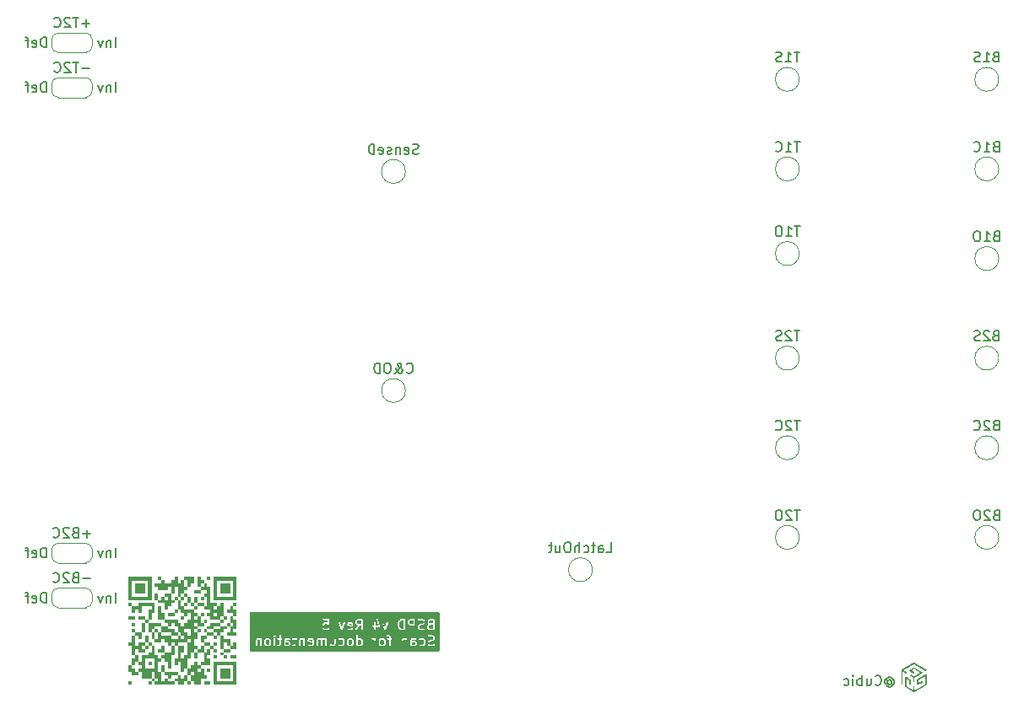
<source format=gbr>
%TF.GenerationSoftware,KiCad,Pcbnew,9.0.3*%
%TF.CreationDate,2026-01-17T00:56:28+07:00*%
%TF.ProjectId,BSPD v4 Rev 5,42535044-2076-4342-9052-657620352e6b,rev?*%
%TF.SameCoordinates,Original*%
%TF.FileFunction,Legend,Bot*%
%TF.FilePolarity,Positive*%
%FSLAX46Y46*%
G04 Gerber Fmt 4.6, Leading zero omitted, Abs format (unit mm)*
G04 Created by KiCad (PCBNEW 9.0.3) date 2026-01-17 00:56:28*
%MOMM*%
%LPD*%
G01*
G04 APERTURE LIST*
%ADD10C,0.000000*%
%ADD11C,0.150000*%
%ADD12C,0.120000*%
G04 APERTURE END LIST*
D10*
G36*
X158265750Y-136250000D02*
G01*
X157937667Y-136250000D01*
X157937667Y-135921917D01*
X158265750Y-135921917D01*
X158265750Y-136250000D01*
G37*
G36*
X159250000Y-139530833D02*
G01*
X158921917Y-139530833D01*
X158921917Y-139202750D01*
X159250000Y-139202750D01*
X159250000Y-139530833D01*
G37*
G36*
X155969167Y-139530833D02*
G01*
X155641084Y-139530833D01*
X155641084Y-139202750D01*
X155969167Y-139202750D01*
X155969167Y-139530833D01*
G37*
G36*
X157937667Y-138218500D02*
G01*
X157609584Y-138218500D01*
X157609584Y-137890416D01*
X157937667Y-137890416D01*
X157937667Y-138218500D01*
G37*
G36*
X159906167Y-142483583D02*
G01*
X159578083Y-142483583D01*
X159578083Y-142155499D01*
X159906167Y-142155499D01*
X159906167Y-142483583D01*
G37*
G36*
X163515083Y-142811666D02*
G01*
X163170596Y-142811666D01*
X161562988Y-142811666D01*
X161218500Y-142811666D01*
X161218500Y-142467178D01*
X161218500Y-140859570D01*
X161562988Y-140859570D01*
X161562988Y-142467178D01*
X163170596Y-142467178D01*
X163170596Y-140859570D01*
X161562988Y-140859570D01*
X161218500Y-140859570D01*
X161218500Y-140515083D01*
X161562988Y-140515083D01*
X163170596Y-140515083D01*
X163515083Y-140515083D01*
X163515083Y-140859570D01*
X163515083Y-142467178D01*
X163515083Y-142811666D01*
G37*
G36*
X154328751Y-136250000D02*
G01*
X154000667Y-136250000D01*
X154000667Y-135921917D01*
X154328751Y-135921917D01*
X154328751Y-136250000D01*
G37*
G36*
X160562333Y-137562333D02*
G01*
X160234250Y-137562333D01*
X160234250Y-137234250D01*
X160562333Y-137234250D01*
X160562333Y-137562333D01*
G37*
G36*
X154656834Y-134937667D02*
G01*
X154328751Y-134937667D01*
X154328751Y-134609583D01*
X154656834Y-134609583D01*
X154656834Y-134937667D01*
G37*
G36*
X157937667Y-137562333D02*
G01*
X157609584Y-137562333D01*
X157609584Y-137234250D01*
X157937667Y-137234250D01*
X157937667Y-137562333D01*
G37*
G36*
X163515083Y-139202750D02*
G01*
X163187000Y-139202750D01*
X163187000Y-138874666D01*
X163515083Y-138874666D01*
X163515083Y-139202750D01*
G37*
G36*
X156625334Y-138546583D02*
G01*
X156297250Y-138546583D01*
X156297250Y-138218500D01*
X156625334Y-138218500D01*
X156625334Y-138546583D01*
G37*
G36*
X160562333Y-133297250D02*
G01*
X160234250Y-133297250D01*
X160234250Y-132969167D01*
X160562333Y-132969167D01*
X160562333Y-133297250D01*
G37*
G36*
X158593834Y-133953416D02*
G01*
X158265750Y-133953416D01*
X158265750Y-133625333D01*
X158593834Y-133625333D01*
X158593834Y-133953416D01*
G37*
G36*
X155969167Y-142811666D02*
G01*
X155641084Y-142811666D01*
X155641084Y-142483583D01*
X155969167Y-142483583D01*
X155969167Y-142811666D01*
G37*
G36*
X157281500Y-137562333D02*
G01*
X156953417Y-137562333D01*
X156953417Y-137234250D01*
X157281500Y-137234250D01*
X157281500Y-137562333D01*
G37*
G36*
X160234250Y-141827416D02*
G01*
X159906167Y-141827416D01*
X159906167Y-141499333D01*
X160234250Y-141499333D01*
X160234250Y-141827416D01*
G37*
G36*
X160890417Y-141499333D02*
G01*
X160562333Y-141499333D01*
X160562333Y-141171249D01*
X160890417Y-141171249D01*
X160890417Y-141499333D01*
G37*
G36*
X153344501Y-135265750D02*
G01*
X153016417Y-135265750D01*
X153016417Y-134937667D01*
X153344501Y-134937667D01*
X153344501Y-135265750D01*
G37*
G36*
X161874667Y-137890416D02*
G01*
X161546584Y-137890416D01*
X161546584Y-137562333D01*
X161874667Y-137562333D01*
X161874667Y-137890416D01*
G37*
G36*
X162202750Y-138874666D02*
G01*
X161874667Y-138874666D01*
X161874667Y-138546583D01*
X162202750Y-138546583D01*
X162202750Y-138874666D01*
G37*
G36*
X163515083Y-136906166D02*
G01*
X163187000Y-136906166D01*
X163187000Y-136578083D01*
X163515083Y-136578083D01*
X163515083Y-136906166D01*
G37*
G36*
X163515083Y-137234250D02*
G01*
X163187000Y-137234250D01*
X163187000Y-136906166D01*
X163515083Y-136906166D01*
X163515083Y-137234250D01*
G37*
G36*
X154656834Y-142155499D02*
G01*
X154328751Y-142155499D01*
X154328751Y-141827416D01*
X154656834Y-141827416D01*
X154656834Y-142155499D01*
G37*
G36*
X159906167Y-142811666D02*
G01*
X159578083Y-142811666D01*
X159578083Y-142483583D01*
X159906167Y-142483583D01*
X159906167Y-142811666D01*
G37*
G36*
X162202750Y-134937667D02*
G01*
X161874667Y-134937667D01*
X161874667Y-134609583D01*
X162202750Y-134609583D01*
X162202750Y-134937667D01*
G37*
G36*
X154000667Y-134937667D02*
G01*
X153672584Y-134937667D01*
X153672584Y-134609583D01*
X154000667Y-134609583D01*
X154000667Y-134937667D01*
G37*
G36*
X160562333Y-133953416D02*
G01*
X160234250Y-133953416D01*
X160234250Y-133625333D01*
X160562333Y-133625333D01*
X160562333Y-133953416D01*
G37*
G36*
X157937667Y-140187000D02*
G01*
X157609584Y-140187000D01*
X157609584Y-139858916D01*
X157937667Y-139858916D01*
X157937667Y-140187000D01*
G37*
G36*
X153344501Y-138546583D02*
G01*
X153016417Y-138546583D01*
X153016417Y-138218500D01*
X153344501Y-138218500D01*
X153344501Y-138546583D01*
G37*
G36*
X157937667Y-138546583D02*
G01*
X157609584Y-138546583D01*
X157609584Y-138218500D01*
X157937667Y-138218500D01*
X157937667Y-138546583D01*
G37*
G36*
X160890417Y-134281500D02*
G01*
X160562333Y-134281500D01*
X160562333Y-133953416D01*
X160890417Y-133953416D01*
X160890417Y-134281500D01*
G37*
G36*
X156297250Y-138218500D02*
G01*
X155969167Y-138218500D01*
X155969167Y-137890416D01*
X156297250Y-137890416D01*
X156297250Y-138218500D01*
G37*
G36*
X157281500Y-139530833D02*
G01*
X156953417Y-139530833D01*
X156953417Y-139202750D01*
X157281500Y-139202750D01*
X157281500Y-139530833D01*
G37*
G36*
X159250000Y-138546583D02*
G01*
X158921917Y-138546583D01*
X158921917Y-138218500D01*
X159250000Y-138218500D01*
X159250000Y-138546583D01*
G37*
G36*
X159578083Y-138218500D02*
G01*
X159250000Y-138218500D01*
X159250000Y-137890416D01*
X159578083Y-137890416D01*
X159578083Y-138218500D01*
G37*
G36*
X158593834Y-138218500D02*
G01*
X158265750Y-138218500D01*
X158265750Y-137890416D01*
X158593834Y-137890416D01*
X158593834Y-138218500D01*
G37*
G36*
X159250000Y-136578083D02*
G01*
X158921917Y-136578083D01*
X158921917Y-136250000D01*
X159250000Y-136250000D01*
X159250000Y-136578083D01*
G37*
G36*
X161874667Y-135593833D02*
G01*
X161546584Y-135593833D01*
X161546584Y-135265750D01*
X161874667Y-135265750D01*
X161874667Y-135593833D01*
G37*
G36*
X155969167Y-138546583D02*
G01*
X155641084Y-138546583D01*
X155641084Y-138218500D01*
X155969167Y-138218500D01*
X155969167Y-138546583D01*
G37*
G36*
X158265750Y-137890416D02*
G01*
X157937667Y-137890416D01*
X157937667Y-137562333D01*
X158265750Y-137562333D01*
X158265750Y-137890416D01*
G37*
G36*
X159578083Y-142155499D02*
G01*
X159250000Y-142155499D01*
X159250000Y-141827416D01*
X159578083Y-141827416D01*
X159578083Y-142155499D01*
G37*
G36*
X157281500Y-139202750D02*
G01*
X156953417Y-139202750D01*
X156953417Y-138874666D01*
X157281500Y-138874666D01*
X157281500Y-139202750D01*
G37*
G36*
X163187000Y-136578083D02*
G01*
X162858917Y-136578083D01*
X162858917Y-136250000D01*
X163187000Y-136250000D01*
X163187000Y-136578083D01*
G37*
G36*
X157281500Y-134609583D02*
G01*
X156953417Y-134609583D01*
X156953417Y-134281500D01*
X157281500Y-134281500D01*
X157281500Y-134609583D01*
G37*
G36*
X159906167Y-137562333D02*
G01*
X159578083Y-137562333D01*
X159578083Y-137234250D01*
X159906167Y-137234250D01*
X159906167Y-137562333D01*
G37*
G36*
X154328751Y-140843166D02*
G01*
X154000667Y-140843166D01*
X154000667Y-140515083D01*
X154328751Y-140515083D01*
X154328751Y-140843166D01*
G37*
G36*
X156297250Y-137234250D02*
G01*
X155969167Y-137234250D01*
X155969167Y-136906166D01*
X156297250Y-136906166D01*
X156297250Y-137234250D01*
G37*
G36*
X159250000Y-142155499D02*
G01*
X158921917Y-142155499D01*
X158921917Y-141827416D01*
X159250000Y-141827416D01*
X159250000Y-142155499D01*
G37*
G36*
X158265750Y-138546583D02*
G01*
X157937667Y-138546583D01*
X157937667Y-138218500D01*
X158265750Y-138218500D01*
X158265750Y-138546583D01*
G37*
G36*
X163187000Y-136250000D02*
G01*
X162858917Y-136250000D01*
X162858917Y-135921917D01*
X163187000Y-135921917D01*
X163187000Y-136250000D01*
G37*
G36*
X162202750Y-139202750D02*
G01*
X161874667Y-139202750D01*
X161874667Y-138874666D01*
X162202750Y-138874666D01*
X162202750Y-139202750D01*
G37*
G36*
X158265750Y-139202750D02*
G01*
X157937667Y-139202750D01*
X157937667Y-138874666D01*
X158265750Y-138874666D01*
X158265750Y-139202750D01*
G37*
G36*
X159906167Y-141827416D02*
G01*
X159578083Y-141827416D01*
X159578083Y-141499333D01*
X159906167Y-141499333D01*
X159906167Y-141827416D01*
G37*
G36*
X157609584Y-135593833D02*
G01*
X157281500Y-135593833D01*
X157281500Y-135265750D01*
X157609584Y-135265750D01*
X157609584Y-135593833D01*
G37*
G36*
X157281500Y-132969167D02*
G01*
X156953417Y-132969167D01*
X156953417Y-132641083D01*
X157281500Y-132641083D01*
X157281500Y-132969167D01*
G37*
G36*
X156953417Y-140515083D02*
G01*
X156625334Y-140515083D01*
X156625334Y-140187000D01*
X156953417Y-140187000D01*
X156953417Y-140515083D01*
G37*
G36*
X156625334Y-137562333D02*
G01*
X156297250Y-137562333D01*
X156297250Y-137234250D01*
X156625334Y-137234250D01*
X156625334Y-137562333D01*
G37*
G36*
X161218500Y-137234250D02*
G01*
X160890417Y-137234250D01*
X160890417Y-136906166D01*
X161218500Y-136906166D01*
X161218500Y-137234250D01*
G37*
G36*
X157937667Y-139530833D02*
G01*
X157609584Y-139530833D01*
X157609584Y-139202750D01*
X157937667Y-139202750D01*
X157937667Y-139530833D01*
G37*
G36*
X163515083Y-135921917D02*
G01*
X163187000Y-135921917D01*
X163187000Y-135593833D01*
X163515083Y-135593833D01*
X163515083Y-135921917D01*
G37*
G36*
X155313000Y-139202750D02*
G01*
X154984917Y-139202750D01*
X154984917Y-138874666D01*
X155313000Y-138874666D01*
X155313000Y-139202750D01*
G37*
G36*
X162202750Y-137562333D02*
G01*
X161874667Y-137562333D01*
X161874667Y-137234250D01*
X162202750Y-137234250D01*
X162202750Y-137562333D01*
G37*
G36*
X160234250Y-136906166D02*
G01*
X159906167Y-136906166D01*
X159906167Y-136578083D01*
X160234250Y-136578083D01*
X160234250Y-136906166D01*
G37*
G36*
X156297250Y-136250000D02*
G01*
X155969167Y-136250000D01*
X155969167Y-135921917D01*
X156297250Y-135921917D01*
X156297250Y-136250000D01*
G37*
G36*
X158593834Y-135921917D02*
G01*
X158265750Y-135921917D01*
X158265750Y-135593833D01*
X158593834Y-135593833D01*
X158593834Y-135921917D01*
G37*
G36*
X155641084Y-132969167D02*
G01*
X155313000Y-132969167D01*
X155313000Y-132641083D01*
X155641084Y-132641083D01*
X155641084Y-132969167D01*
G37*
G36*
X153016417Y-142811666D02*
G01*
X152688334Y-142811666D01*
X152688334Y-142483583D01*
X153016417Y-142483583D01*
X153016417Y-142811666D01*
G37*
G36*
X163187000Y-139202750D02*
G01*
X162858917Y-139202750D01*
X162858917Y-138874666D01*
X163187000Y-138874666D01*
X163187000Y-139202750D01*
G37*
G36*
X158921917Y-135593833D02*
G01*
X158593834Y-135593833D01*
X158593834Y-135265750D01*
X158921917Y-135265750D01*
X158921917Y-135593833D01*
G37*
G36*
X156953417Y-141171249D02*
G01*
X156625334Y-141171249D01*
X156625334Y-140843166D01*
X156953417Y-140843166D01*
X156953417Y-141171249D01*
G37*
G36*
X154328751Y-140515083D02*
G01*
X154000667Y-140515083D01*
X154000667Y-140187000D01*
X154328751Y-140187000D01*
X154328751Y-140515083D01*
G37*
G36*
X159906167Y-142155499D02*
G01*
X159578083Y-142155499D01*
X159578083Y-141827416D01*
X159906167Y-141827416D01*
X159906167Y-142155499D01*
G37*
G36*
X159578083Y-141499333D02*
G01*
X159250000Y-141499333D01*
X159250000Y-141171249D01*
X159578083Y-141171249D01*
X159578083Y-141499333D01*
G37*
G36*
X153672584Y-139202750D02*
G01*
X153344501Y-139202750D01*
X153344501Y-138874666D01*
X153672584Y-138874666D01*
X153672584Y-139202750D01*
G37*
G36*
X160234250Y-139530833D02*
G01*
X159906167Y-139530833D01*
X159906167Y-139202750D01*
X160234250Y-139202750D01*
X160234250Y-139530833D01*
G37*
G36*
X159578083Y-139202750D02*
G01*
X159250000Y-139202750D01*
X159250000Y-138874666D01*
X159578083Y-138874666D01*
X159578083Y-139202750D01*
G37*
G36*
X159250000Y-135593833D02*
G01*
X158921917Y-135593833D01*
X158921917Y-135265750D01*
X159250000Y-135265750D01*
X159250000Y-135593833D01*
G37*
G36*
X153016417Y-138874666D02*
G01*
X152688334Y-138874666D01*
X152688334Y-138546583D01*
X153016417Y-138546583D01*
X153016417Y-138874666D01*
G37*
G36*
X159250000Y-141499333D02*
G01*
X158921917Y-141499333D01*
X158921917Y-141171249D01*
X159250000Y-141171249D01*
X159250000Y-141499333D01*
G37*
G36*
X158265750Y-139530833D02*
G01*
X157937667Y-139530833D01*
X157937667Y-139202750D01*
X158265750Y-139202750D01*
X158265750Y-139530833D01*
G37*
G36*
X159250000Y-136906166D02*
G01*
X158921917Y-136906166D01*
X158921917Y-136578083D01*
X159250000Y-136578083D01*
X159250000Y-136906166D01*
G37*
G36*
X157937667Y-142483583D02*
G01*
X157609584Y-142483583D01*
X157609584Y-142155499D01*
X157937667Y-142155499D01*
X157937667Y-142483583D01*
G37*
G36*
X155969167Y-132313000D02*
G01*
X155641084Y-132313000D01*
X155641084Y-131984917D01*
X155969167Y-131984917D01*
X155969167Y-132313000D01*
G37*
G36*
X157937667Y-139858916D02*
G01*
X157609584Y-139858916D01*
X157609584Y-139530833D01*
X157937667Y-139530833D01*
X157937667Y-139858916D01*
G37*
G36*
X155313000Y-139530833D02*
G01*
X154984917Y-139530833D01*
X154984917Y-139202750D01*
X155313000Y-139202750D01*
X155313000Y-139530833D01*
G37*
G36*
X154328751Y-138874666D02*
G01*
X154000667Y-138874666D01*
X154000667Y-138546583D01*
X154328751Y-138546583D01*
X154328751Y-138874666D01*
G37*
G36*
X157937667Y-139202750D02*
G01*
X157609584Y-139202750D01*
X157609584Y-138874666D01*
X157937667Y-138874666D01*
X157937667Y-139202750D01*
G37*
G36*
X155969167Y-136250000D02*
G01*
X155641084Y-136250000D01*
X155641084Y-135921917D01*
X155969167Y-135921917D01*
X155969167Y-136250000D01*
G37*
G36*
X154984917Y-134937667D02*
G01*
X154656834Y-134937667D01*
X154656834Y-134609583D01*
X154984917Y-134609583D01*
X154984917Y-134937667D01*
G37*
G36*
X156953417Y-141827416D02*
G01*
X156625334Y-141827416D01*
X156625334Y-141499333D01*
X156953417Y-141499333D01*
X156953417Y-141827416D01*
G37*
G36*
X159906167Y-136250000D02*
G01*
X159578083Y-136250000D01*
X159578083Y-135921917D01*
X159906167Y-135921917D01*
X159906167Y-136250000D01*
G37*
G36*
X161218500Y-134937667D02*
G01*
X160890417Y-134937667D01*
X160890417Y-134609583D01*
X161218500Y-134609583D01*
X161218500Y-134937667D01*
G37*
G36*
X155969167Y-142155499D02*
G01*
X155641084Y-142155499D01*
X155641084Y-141827416D01*
X155969167Y-141827416D01*
X155969167Y-142155499D01*
G37*
G36*
X155313000Y-134937667D02*
G01*
X154984917Y-134937667D01*
X154984917Y-134609583D01*
X155313000Y-134609583D01*
X155313000Y-134937667D01*
G37*
G36*
X157281500Y-133297250D02*
G01*
X156953417Y-133297250D01*
X156953417Y-132969167D01*
X157281500Y-132969167D01*
X157281500Y-133297250D01*
G37*
G36*
X159578083Y-136578083D02*
G01*
X159250000Y-136578083D01*
X159250000Y-136250000D01*
X159578083Y-136250000D01*
X159578083Y-136578083D01*
G37*
G36*
X159250000Y-141171249D02*
G01*
X158921917Y-141171249D01*
X158921917Y-140843166D01*
X159250000Y-140843166D01*
X159250000Y-141171249D01*
G37*
G36*
X154984917Y-141499333D02*
G01*
X154656834Y-141499333D01*
X154656834Y-141171249D01*
X154984917Y-141171249D01*
X154984917Y-141499333D01*
G37*
G36*
X162858917Y-135593833D02*
G01*
X162530833Y-135593833D01*
X162530833Y-135265750D01*
X162858917Y-135265750D01*
X162858917Y-135593833D01*
G37*
G36*
X161546584Y-134937667D02*
G01*
X161218500Y-134937667D01*
X161218500Y-134609583D01*
X161546584Y-134609583D01*
X161546584Y-134937667D01*
G37*
G36*
X155641084Y-138546583D02*
G01*
X155313000Y-138546583D01*
X155313000Y-138218500D01*
X155641084Y-138218500D01*
X155641084Y-138546583D01*
G37*
G36*
X158265750Y-140843166D02*
G01*
X157937667Y-140843166D01*
X157937667Y-140515083D01*
X158265750Y-140515083D01*
X158265750Y-140843166D01*
G37*
G36*
X161546584Y-137562333D02*
G01*
X161218500Y-137562333D01*
X161218500Y-137234250D01*
X161546584Y-137234250D01*
X161546584Y-137562333D01*
G37*
G36*
X156953417Y-138218500D02*
G01*
X156625334Y-138218500D01*
X156625334Y-137890416D01*
X156953417Y-137890416D01*
X156953417Y-138218500D01*
G37*
G36*
X154328751Y-137562333D02*
G01*
X154000667Y-137562333D01*
X154000667Y-137234250D01*
X154328751Y-137234250D01*
X154328751Y-137562333D01*
G37*
G36*
X155313000Y-135593833D02*
G01*
X154984917Y-135593833D01*
X154984917Y-135265750D01*
X155313000Y-135265750D01*
X155313000Y-135593833D01*
G37*
G36*
X159906167Y-136906166D02*
G01*
X159578083Y-136906166D01*
X159578083Y-136578083D01*
X159906167Y-136578083D01*
X159906167Y-136906166D01*
G37*
G36*
X154328751Y-141499333D02*
G01*
X154000667Y-141499333D01*
X154000667Y-141171249D01*
X154328751Y-141171249D01*
X154328751Y-141499333D01*
G37*
G36*
X160890417Y-140843166D02*
G01*
X160562333Y-140843166D01*
X160562333Y-140515083D01*
X160890417Y-140515083D01*
X160890417Y-140843166D01*
G37*
G36*
X159250000Y-138874666D02*
G01*
X158921917Y-138874666D01*
X158921917Y-138546583D01*
X159250000Y-138546583D01*
X159250000Y-138874666D01*
G37*
G36*
X156953417Y-134281500D02*
G01*
X156625334Y-134281500D01*
X156625334Y-133953416D01*
X156953417Y-133953416D01*
X156953417Y-134281500D01*
G37*
G36*
X157281500Y-132641083D02*
G01*
X156953417Y-132641083D01*
X156953417Y-132313000D01*
X157281500Y-132313000D01*
X157281500Y-132641083D01*
G37*
G36*
X163187000Y-137562333D02*
G01*
X162858917Y-137562333D01*
X162858917Y-137234250D01*
X163187000Y-137234250D01*
X163187000Y-137562333D01*
G37*
G36*
X153344501Y-135593833D02*
G01*
X153016417Y-135593833D01*
X153016417Y-135265750D01*
X153344501Y-135265750D01*
X153344501Y-135593833D01*
G37*
G36*
X159250000Y-135921917D02*
G01*
X158921917Y-135921917D01*
X158921917Y-135593833D01*
X159250000Y-135593833D01*
X159250000Y-135921917D01*
G37*
G36*
X157937667Y-133953416D02*
G01*
X157609584Y-133953416D01*
X157609584Y-133625333D01*
X157937667Y-133625333D01*
X157937667Y-133953416D01*
G37*
G36*
X160562333Y-140515083D02*
G01*
X160234250Y-140515083D01*
X160234250Y-140187000D01*
X160562333Y-140187000D01*
X160562333Y-140515083D01*
G37*
G36*
X163515083Y-136578083D02*
G01*
X163187000Y-136578083D01*
X163187000Y-136250000D01*
X163515083Y-136250000D01*
X163515083Y-136578083D01*
G37*
G36*
X159250000Y-137890416D02*
G01*
X158921917Y-137890416D01*
X158921917Y-137562333D01*
X159250000Y-137562333D01*
X159250000Y-137890416D01*
G37*
G36*
X158593834Y-137234250D02*
G01*
X158265750Y-137234250D01*
X158265750Y-136906166D01*
X158593834Y-136906166D01*
X158593834Y-137234250D01*
G37*
G36*
X156625334Y-136578083D02*
G01*
X156297250Y-136578083D01*
X156297250Y-136250000D01*
X156625334Y-136250000D01*
X156625334Y-136578083D01*
G37*
G36*
X163187000Y-135593833D02*
G01*
X162858917Y-135593833D01*
X162858917Y-135265750D01*
X163187000Y-135265750D01*
X163187000Y-135593833D01*
G37*
G36*
X153016417Y-134937667D02*
G01*
X152688334Y-134937667D01*
X152688334Y-134609583D01*
X153016417Y-134609583D01*
X153016417Y-134937667D01*
G37*
G36*
X161546584Y-138874666D02*
G01*
X161218500Y-138874666D01*
X161218500Y-138546583D01*
X161546584Y-138546583D01*
X161546584Y-138874666D01*
G37*
G36*
X154984917Y-139858916D02*
G01*
X154656834Y-139858916D01*
X154656834Y-139530833D01*
X154984917Y-139530833D01*
X154984917Y-139858916D01*
G37*
G36*
X157937667Y-136906166D02*
G01*
X157609584Y-136906166D01*
X157609584Y-136578083D01*
X157937667Y-136578083D01*
X157937667Y-136906166D01*
G37*
G36*
X160562333Y-138218500D02*
G01*
X160234250Y-138218500D01*
X160234250Y-137890416D01*
X160562333Y-137890416D01*
X160562333Y-138218500D01*
G37*
G36*
X155313000Y-137234250D02*
G01*
X154984917Y-137234250D01*
X154984917Y-136906166D01*
X155313000Y-136906166D01*
X155313000Y-137234250D01*
G37*
G36*
X158921917Y-139530833D02*
G01*
X158593834Y-139530833D01*
X158593834Y-139202750D01*
X158921917Y-139202750D01*
X158921917Y-139530833D01*
G37*
G36*
X157281500Y-136578083D02*
G01*
X156953417Y-136578083D01*
X156953417Y-136250000D01*
X157281500Y-136250000D01*
X157281500Y-136578083D01*
G37*
G36*
X154984917Y-141827416D02*
G01*
X154656834Y-141827416D01*
X154656834Y-141499333D01*
X154984917Y-141499333D01*
X154984917Y-141827416D01*
G37*
G36*
X157937667Y-132969167D02*
G01*
X157609584Y-132969167D01*
X157609584Y-132641083D01*
X157937667Y-132641083D01*
X157937667Y-132969167D01*
G37*
G36*
X161546584Y-139530833D02*
G01*
X161218500Y-139530833D01*
X161218500Y-139202750D01*
X161546584Y-139202750D01*
X161546584Y-139530833D01*
G37*
G36*
X154000667Y-138218500D02*
G01*
X153672584Y-138218500D01*
X153672584Y-137890416D01*
X154000667Y-137890416D01*
X154000667Y-138218500D01*
G37*
G36*
X158921917Y-139858916D02*
G01*
X158593834Y-139858916D01*
X158593834Y-139530833D01*
X158921917Y-139530833D01*
X158921917Y-139858916D01*
G37*
G36*
X158921917Y-138874666D02*
G01*
X158593834Y-138874666D01*
X158593834Y-138546583D01*
X158921917Y-138546583D01*
X158921917Y-138874666D01*
G37*
G36*
X159906167Y-132313000D02*
G01*
X159578083Y-132313000D01*
X159578083Y-131984917D01*
X159906167Y-131984917D01*
X159906167Y-132313000D01*
G37*
G36*
X158593834Y-133297250D02*
G01*
X158265750Y-133297250D01*
X158265750Y-132969167D01*
X158593834Y-132969167D01*
X158593834Y-133297250D01*
G37*
G36*
X163187000Y-137890416D02*
G01*
X162858917Y-137890416D01*
X162858917Y-137562333D01*
X163187000Y-137562333D01*
X163187000Y-137890416D01*
G37*
G36*
X157937667Y-134937667D02*
G01*
X157609584Y-134937667D01*
X157609584Y-134609583D01*
X157937667Y-134609583D01*
X157937667Y-134937667D01*
G37*
G36*
X156625334Y-134937667D02*
G01*
X156297250Y-134937667D01*
X156297250Y-134609583D01*
X156625334Y-134609583D01*
X156625334Y-134937667D01*
G37*
G36*
X158921917Y-134281500D02*
G01*
X158593834Y-134281500D01*
X158593834Y-133953416D01*
X158921917Y-133953416D01*
X158921917Y-134281500D01*
G37*
G36*
X159906167Y-141171249D02*
G01*
X159578083Y-141171249D01*
X159578083Y-140843166D01*
X159906167Y-140843166D01*
X159906167Y-141171249D01*
G37*
G36*
X156953417Y-138874666D02*
G01*
X156625334Y-138874666D01*
X156625334Y-138546583D01*
X156953417Y-138546583D01*
X156953417Y-138874666D01*
G37*
G36*
X161218500Y-136906166D02*
G01*
X160890417Y-136906166D01*
X160890417Y-136578083D01*
X161218500Y-136578083D01*
X161218500Y-136906166D01*
G37*
G36*
X159578083Y-140187000D02*
G01*
X159250000Y-140187000D01*
X159250000Y-139858916D01*
X159578083Y-139858916D01*
X159578083Y-140187000D01*
G37*
G36*
X159578083Y-142483583D02*
G01*
X159250000Y-142483583D01*
X159250000Y-142155499D01*
X159578083Y-142155499D01*
X159578083Y-142483583D01*
G37*
G36*
X159578083Y-134609583D02*
G01*
X159250000Y-134609583D01*
X159250000Y-134281500D01*
X159578083Y-134281500D01*
X159578083Y-134609583D01*
G37*
G36*
X158921917Y-136906166D02*
G01*
X158593834Y-136906166D01*
X158593834Y-136578083D01*
X158921917Y-136578083D01*
X158921917Y-136906166D01*
G37*
G36*
X153344501Y-136250000D02*
G01*
X153016417Y-136250000D01*
X153016417Y-135921917D01*
X153344501Y-135921917D01*
X153344501Y-136250000D01*
G37*
G36*
X158921917Y-136578083D02*
G01*
X158593834Y-136578083D01*
X158593834Y-136250000D01*
X158921917Y-136250000D01*
X158921917Y-136578083D01*
G37*
G36*
X157609584Y-142483583D02*
G01*
X157281500Y-142483583D01*
X157281500Y-142155499D01*
X157609584Y-142155499D01*
X157609584Y-142483583D01*
G37*
G36*
X158265750Y-142811666D02*
G01*
X157937667Y-142811666D01*
X157937667Y-142483583D01*
X158265750Y-142483583D01*
X158265750Y-142811666D01*
G37*
G36*
X156297250Y-141499333D02*
G01*
X155969167Y-141499333D01*
X155969167Y-141171249D01*
X156297250Y-141171249D01*
X156297250Y-141499333D01*
G37*
G36*
X162530833Y-140187000D02*
G01*
X162202750Y-140187000D01*
X162202750Y-139858916D01*
X162530833Y-139858916D01*
X162530833Y-140187000D01*
G37*
G36*
X156953417Y-140843166D02*
G01*
X156625334Y-140843166D01*
X156625334Y-140515083D01*
X156953417Y-140515083D01*
X156953417Y-140843166D01*
G37*
G36*
X153344501Y-138218500D02*
G01*
X153016417Y-138218500D01*
X153016417Y-137890416D01*
X153344501Y-137890416D01*
X153344501Y-138218500D01*
G37*
G36*
X156297250Y-132641083D02*
G01*
X155969167Y-132641083D01*
X155969167Y-132313000D01*
X156297250Y-132313000D01*
X156297250Y-132641083D01*
G37*
G36*
X154000667Y-137890416D02*
G01*
X153672584Y-137890416D01*
X153672584Y-137562333D01*
X154000667Y-137562333D01*
X154000667Y-137890416D01*
G37*
G36*
X160562333Y-142811666D02*
G01*
X160234250Y-142811666D01*
X160234250Y-142483583D01*
X160562333Y-142483583D01*
X160562333Y-142811666D01*
G37*
G36*
X160890417Y-139530833D02*
G01*
X160562333Y-139530833D01*
X160562333Y-139202750D01*
X160890417Y-139202750D01*
X160890417Y-139530833D01*
G37*
G36*
X160890417Y-139858916D02*
G01*
X160562333Y-139858916D01*
X160562333Y-139530833D01*
X160890417Y-139530833D01*
X160890417Y-139858916D01*
G37*
G36*
X161546584Y-140187000D02*
G01*
X161218500Y-140187000D01*
X161218500Y-139858916D01*
X161546584Y-139858916D01*
X161546584Y-140187000D01*
G37*
G36*
X159906167Y-139530833D02*
G01*
X159578083Y-139530833D01*
X159578083Y-139202750D01*
X159906167Y-139202750D01*
X159906167Y-139530833D01*
G37*
G36*
X158265750Y-132969167D02*
G01*
X157937667Y-132969167D01*
X157937667Y-132641083D01*
X158265750Y-132641083D01*
X158265750Y-132969167D01*
G37*
G36*
X154656834Y-140187000D02*
G01*
X154328751Y-140187000D01*
X154328751Y-139858916D01*
X154656834Y-139858916D01*
X154656834Y-140187000D01*
G37*
G36*
X154000667Y-139202750D02*
G01*
X153672584Y-139202750D01*
X153672584Y-138874666D01*
X154000667Y-138874666D01*
X154000667Y-139202750D01*
G37*
G36*
X157281500Y-138546583D02*
G01*
X156953417Y-138546583D01*
X156953417Y-138218500D01*
X157281500Y-138218500D01*
X157281500Y-138546583D01*
G37*
G36*
X156297250Y-134281500D02*
G01*
X155969167Y-134281500D01*
X155969167Y-133953416D01*
X156297250Y-133953416D01*
X156297250Y-134281500D01*
G37*
G36*
X155313000Y-137890416D02*
G01*
X154984917Y-137890416D01*
X154984917Y-137562333D01*
X155313000Y-137562333D01*
X155313000Y-137890416D01*
G37*
G36*
X159578083Y-140843166D02*
G01*
X159250000Y-140843166D01*
X159250000Y-140515083D01*
X159578083Y-140515083D01*
X159578083Y-140843166D01*
G37*
G36*
X158921917Y-141499333D02*
G01*
X158593834Y-141499333D01*
X158593834Y-141171249D01*
X158921917Y-141171249D01*
X158921917Y-141499333D01*
G37*
G36*
X154328751Y-139530833D02*
G01*
X154000667Y-139530833D01*
X154000667Y-139202750D01*
X154328751Y-139202750D01*
X154328751Y-139530833D01*
G37*
G36*
X160234250Y-133297250D02*
G01*
X159906167Y-133297250D01*
X159906167Y-132969167D01*
X160234250Y-132969167D01*
X160234250Y-133297250D01*
G37*
G36*
X155313000Y-139858916D02*
G01*
X154984917Y-139858916D01*
X154984917Y-139530833D01*
X155313000Y-139530833D01*
X155313000Y-139858916D01*
G37*
G36*
X154656834Y-136578083D02*
G01*
X154328751Y-136578083D01*
X154328751Y-136250000D01*
X154656834Y-136250000D01*
X154656834Y-136578083D01*
G37*
G36*
X159578083Y-135921917D02*
G01*
X159250000Y-135921917D01*
X159250000Y-135593833D01*
X159578083Y-135593833D01*
X159578083Y-135921917D01*
G37*
G36*
X162202750Y-135921917D02*
G01*
X161874667Y-135921917D01*
X161874667Y-135593833D01*
X162202750Y-135593833D01*
X162202750Y-135921917D01*
G37*
G36*
X159578083Y-133625333D02*
G01*
X159250000Y-133625333D01*
X159250000Y-133297250D01*
X159578083Y-133297250D01*
X159578083Y-133625333D01*
G37*
G36*
X160234250Y-138218500D02*
G01*
X159906167Y-138218500D01*
X159906167Y-137890416D01*
X160234250Y-137890416D01*
X160234250Y-138218500D01*
G37*
G36*
X158265750Y-133625333D02*
G01*
X157937667Y-133625333D01*
X157937667Y-133297250D01*
X158265750Y-133297250D01*
X158265750Y-133625333D01*
G37*
G36*
X154984917Y-136250000D02*
G01*
X154656834Y-136250000D01*
X154656834Y-135921917D01*
X154984917Y-135921917D01*
X154984917Y-136250000D01*
G37*
G36*
X154984917Y-135921917D02*
G01*
X154656834Y-135921917D01*
X154656834Y-135593833D01*
X154984917Y-135593833D01*
X154984917Y-135921917D01*
G37*
G36*
X158921917Y-137234250D02*
G01*
X158593834Y-137234250D01*
X158593834Y-136906166D01*
X158921917Y-136906166D01*
X158921917Y-137234250D01*
G37*
G36*
X159906167Y-132641083D02*
G01*
X159578083Y-132641083D01*
X159578083Y-132313000D01*
X159906167Y-132313000D01*
X159906167Y-132641083D01*
G37*
G36*
X159250000Y-132641083D02*
G01*
X158921917Y-132641083D01*
X158921917Y-132313000D01*
X159250000Y-132313000D01*
X159250000Y-132641083D01*
G37*
G36*
X154656834Y-141827416D02*
G01*
X154328751Y-141827416D01*
X154328751Y-141499333D01*
X154656834Y-141499333D01*
X154656834Y-141827416D01*
G37*
G36*
X162858917Y-138874666D02*
G01*
X162530833Y-138874666D01*
X162530833Y-138546583D01*
X162858917Y-138546583D01*
X162858917Y-138874666D01*
G37*
G36*
X161546584Y-135593833D02*
G01*
X161218500Y-135593833D01*
X161218500Y-135265750D01*
X161546584Y-135265750D01*
X161546584Y-135593833D01*
G37*
G36*
X155641084Y-140843166D02*
G01*
X155313000Y-140843166D01*
X155313000Y-140515083D01*
X155641084Y-140515083D01*
X155641084Y-140843166D01*
G37*
G36*
X160562333Y-132969167D02*
G01*
X160234250Y-132969167D01*
X160234250Y-132641083D01*
X160562333Y-132641083D01*
X160562333Y-132969167D01*
G37*
G36*
X158593834Y-134937667D02*
G01*
X158265750Y-134937667D01*
X158265750Y-134609583D01*
X158593834Y-134609583D01*
X158593834Y-134937667D01*
G37*
G36*
X154656834Y-141499333D02*
G01*
X154328751Y-141499333D01*
X154328751Y-141171249D01*
X154656834Y-141171249D01*
X154656834Y-141499333D01*
G37*
G36*
X154000667Y-139530833D02*
G01*
X153672584Y-139530833D01*
X153672584Y-139202750D01*
X154000667Y-139202750D01*
X154000667Y-139530833D01*
G37*
G36*
X160562333Y-135265750D02*
G01*
X160234250Y-135265750D01*
X160234250Y-134937667D01*
X160562333Y-134937667D01*
X160562333Y-135265750D01*
G37*
G36*
X155969167Y-142483583D02*
G01*
X155641084Y-142483583D01*
X155641084Y-142155499D01*
X155969167Y-142155499D01*
X155969167Y-142483583D01*
G37*
G36*
X160890417Y-135921917D02*
G01*
X160562333Y-135921917D01*
X160562333Y-135593833D01*
X160890417Y-135593833D01*
X160890417Y-135921917D01*
G37*
G36*
X160562333Y-138874666D02*
G01*
X160234250Y-138874666D01*
X160234250Y-138546583D01*
X160562333Y-138546583D01*
X160562333Y-138874666D01*
G37*
G36*
X156953417Y-134609583D02*
G01*
X156625334Y-134609583D01*
X156625334Y-134281500D01*
X156953417Y-134281500D01*
X156953417Y-134609583D01*
G37*
G36*
X159906167Y-133625333D02*
G01*
X159578083Y-133625333D01*
X159578083Y-133297250D01*
X159906167Y-133297250D01*
X159906167Y-133625333D01*
G37*
G36*
X154328751Y-142155499D02*
G01*
X154000667Y-142155499D01*
X154000667Y-141827416D01*
X154328751Y-141827416D01*
X154328751Y-142155499D01*
G37*
G36*
X157281500Y-137890416D02*
G01*
X156953417Y-137890416D01*
X156953417Y-137562333D01*
X157281500Y-137562333D01*
X157281500Y-137890416D01*
G37*
G36*
X159906167Y-136578083D02*
G01*
X159578083Y-136578083D01*
X159578083Y-136250000D01*
X159906167Y-136250000D01*
X159906167Y-136578083D01*
G37*
G36*
X160562333Y-136578083D02*
G01*
X160234250Y-136578083D01*
X160234250Y-136250000D01*
X160562333Y-136250000D01*
X160562333Y-136578083D01*
G37*
G36*
X157937667Y-137234250D02*
G01*
X157609584Y-137234250D01*
X157609584Y-136906166D01*
X157937667Y-136906166D01*
X157937667Y-137234250D01*
G37*
G36*
X162202750Y-137234250D02*
G01*
X161874667Y-137234250D01*
X161874667Y-136906166D01*
X162202750Y-136906166D01*
X162202750Y-137234250D01*
G37*
G36*
X160890417Y-137890416D02*
G01*
X160562333Y-137890416D01*
X160562333Y-137562333D01*
X160890417Y-137562333D01*
X160890417Y-137890416D01*
G37*
G36*
X156625334Y-138218500D02*
G01*
X156297250Y-138218500D01*
X156297250Y-137890416D01*
X156625334Y-137890416D01*
X156625334Y-138218500D01*
G37*
G36*
X154000667Y-141499333D02*
G01*
X153672584Y-141499333D01*
X153672584Y-141171249D01*
X154000667Y-141171249D01*
X154000667Y-141499333D01*
G37*
G36*
X231457303Y-141069797D02*
G01*
X231457309Y-141069853D01*
X231457318Y-141069906D01*
X231457331Y-141069955D01*
X231457347Y-141070001D01*
X231457367Y-141070043D01*
X231457390Y-141070083D01*
X231457415Y-141070119D01*
X231457444Y-141070152D01*
X231457475Y-141070183D01*
X231457509Y-141070211D01*
X231457546Y-141070237D01*
X231457585Y-141070260D01*
X231457626Y-141070280D01*
X231457669Y-141070299D01*
X231457715Y-141070315D01*
X231457762Y-141070330D01*
X231457812Y-141070343D01*
X231457863Y-141070354D01*
X231457915Y-141070363D01*
X231457969Y-141070371D01*
X231458025Y-141070378D01*
X231458139Y-141070388D01*
X231458257Y-141070394D01*
X231458378Y-141070397D01*
X231458624Y-141070398D01*
X231463916Y-141070398D01*
X231463918Y-141070458D01*
X231463924Y-141070514D01*
X231463933Y-141070567D01*
X231463946Y-141070616D01*
X231463962Y-141070662D01*
X231463982Y-141070705D01*
X231464004Y-141070744D01*
X231464030Y-141070780D01*
X231464058Y-141070814D01*
X231464090Y-141070845D01*
X231464124Y-141070873D01*
X231464160Y-141070898D01*
X231464199Y-141070921D01*
X231464241Y-141070942D01*
X231464284Y-141070960D01*
X231464329Y-141070977D01*
X231464377Y-141070991D01*
X231464426Y-141071004D01*
X231464477Y-141071015D01*
X231464530Y-141071025D01*
X231464584Y-141071033D01*
X231464639Y-141071039D01*
X231464753Y-141071049D01*
X231464871Y-141071055D01*
X231464992Y-141071058D01*
X231465239Y-141071059D01*
X231469869Y-141072382D01*
X231471854Y-141073705D01*
X231476484Y-141075028D01*
X231478468Y-141076351D01*
X231481114Y-141077674D01*
X232266926Y-141527466D01*
X232268483Y-141528406D01*
X232270013Y-141529384D01*
X232271516Y-141530401D01*
X232272990Y-141531455D01*
X232274436Y-141532546D01*
X232275852Y-141533674D01*
X232277238Y-141534837D01*
X232278594Y-141536036D01*
X232279918Y-141537269D01*
X232281210Y-141538535D01*
X232282469Y-141539835D01*
X232283695Y-141541168D01*
X232284887Y-141542533D01*
X232286044Y-141543929D01*
X232287166Y-141545356D01*
X232288252Y-141546813D01*
X232289300Y-141548299D01*
X232290307Y-141549810D01*
X232291274Y-141551345D01*
X232292201Y-141552903D01*
X232293086Y-141554483D01*
X232293929Y-141556085D01*
X232294731Y-141557707D01*
X232295490Y-141559350D01*
X232296206Y-141561011D01*
X232296880Y-141562691D01*
X232297510Y-141564388D01*
X232298097Y-141566101D01*
X232298639Y-141567831D01*
X232299138Y-141569575D01*
X232299591Y-141571334D01*
X232299999Y-141573106D01*
X232300268Y-141573910D01*
X232300506Y-141574721D01*
X232300716Y-141575541D01*
X232300896Y-141576367D01*
X232301047Y-141577198D01*
X232301168Y-141578035D01*
X232301260Y-141578876D01*
X232301322Y-141579721D01*
X232301510Y-141580451D01*
X232301669Y-141581187D01*
X232301798Y-141581928D01*
X232301896Y-141582673D01*
X232301964Y-141583421D01*
X232302001Y-141584171D01*
X232302008Y-141584922D01*
X232301984Y-141585674D01*
X232301984Y-141592950D01*
X232301784Y-141593762D01*
X232301618Y-141594580D01*
X232301485Y-141595403D01*
X232301385Y-141596230D01*
X232301319Y-141597061D01*
X232301286Y-141597894D01*
X232301287Y-141598729D01*
X232301322Y-141599565D01*
X232300661Y-141599565D01*
X232300601Y-141600329D01*
X232300510Y-141601090D01*
X232300389Y-141601846D01*
X232300238Y-141602596D01*
X232300057Y-141603339D01*
X232299846Y-141604074D01*
X232299606Y-141604801D01*
X232299338Y-141605518D01*
X232299338Y-141606841D01*
X232297354Y-141612133D01*
X232297352Y-141612379D01*
X232297349Y-141612500D01*
X232297343Y-141612618D01*
X232297333Y-141612732D01*
X232297319Y-141612842D01*
X232297298Y-141612945D01*
X232297271Y-141613042D01*
X232297254Y-141613087D01*
X232297236Y-141613131D01*
X232297215Y-141613172D01*
X232297192Y-141613211D01*
X232297167Y-141613248D01*
X232297139Y-141613282D01*
X232297108Y-141613313D01*
X232297074Y-141613342D01*
X232297038Y-141613367D01*
X232296999Y-141613390D01*
X232296956Y-141613409D01*
X232296910Y-141613426D01*
X232296861Y-141613438D01*
X232296809Y-141613448D01*
X232296752Y-141613453D01*
X232296692Y-141613455D01*
X232296682Y-141613761D01*
X232296662Y-141614066D01*
X232296632Y-141614369D01*
X232296592Y-141614671D01*
X232296543Y-141614971D01*
X232296483Y-141615269D01*
X232296414Y-141615564D01*
X232296336Y-141615857D01*
X232296248Y-141616148D01*
X232296150Y-141616435D01*
X232296043Y-141616719D01*
X232295927Y-141617000D01*
X232295801Y-141617278D01*
X232295666Y-141617551D01*
X232295522Y-141617820D01*
X232295369Y-141618086D01*
X232293385Y-141620731D01*
X232293385Y-141622716D01*
X232293166Y-141622717D01*
X232293078Y-141622720D01*
X232293002Y-141622726D01*
X232292969Y-141622730D01*
X232292938Y-141622736D01*
X232292910Y-141622742D01*
X232292885Y-141622751D01*
X232292862Y-141622760D01*
X232292841Y-141622771D01*
X232292822Y-141622784D01*
X232292806Y-141622798D01*
X232292791Y-141622815D01*
X232292779Y-141622833D01*
X232292768Y-141622854D01*
X232292758Y-141622877D01*
X232292750Y-141622903D01*
X232292743Y-141622931D01*
X232292738Y-141622961D01*
X232292734Y-141622995D01*
X232292728Y-141623070D01*
X232292725Y-141623159D01*
X232292723Y-141623377D01*
X232290739Y-141626684D01*
X232288754Y-141628669D01*
X232286109Y-141632637D01*
X232285862Y-141632886D01*
X232285623Y-141633134D01*
X232285509Y-141633258D01*
X232285399Y-141633382D01*
X232285296Y-141633506D01*
X232285199Y-141633630D01*
X232285110Y-141633754D01*
X232285030Y-141633878D01*
X232284959Y-141634002D01*
X232284899Y-141634126D01*
X232284874Y-141634188D01*
X232284851Y-141634250D01*
X232284832Y-141634312D01*
X232284815Y-141634374D01*
X232284803Y-141634436D01*
X232284793Y-141634498D01*
X232284788Y-141634560D01*
X232284786Y-141634622D01*
X232281478Y-141637268D01*
X232279494Y-141639252D01*
X232279343Y-141639477D01*
X232279184Y-141639695D01*
X232279016Y-141639906D01*
X232278840Y-141640109D01*
X232278656Y-141640305D01*
X232278464Y-141640493D01*
X232278265Y-141640674D01*
X232278059Y-141640845D01*
X232277846Y-141641009D01*
X232277626Y-141641164D01*
X232277401Y-141641310D01*
X232277169Y-141641446D01*
X232276931Y-141641574D01*
X232276688Y-141641692D01*
X232276440Y-141641800D01*
X232276187Y-141641898D01*
X232274203Y-141643882D01*
X232270895Y-141645867D01*
X232268249Y-141647851D01*
X232267588Y-141647851D01*
X231517494Y-142080445D01*
X231517494Y-142489888D01*
X231517522Y-142491665D01*
X231517505Y-142493441D01*
X231517444Y-142495215D01*
X231517337Y-142496984D01*
X231517186Y-142498749D01*
X231516990Y-142500509D01*
X231516750Y-142502263D01*
X231516466Y-142504010D01*
X231516137Y-142505750D01*
X231515765Y-142507481D01*
X231515349Y-142509203D01*
X231514890Y-142510914D01*
X231514387Y-142512615D01*
X231513841Y-142514303D01*
X231513251Y-142515980D01*
X231512619Y-142517642D01*
X231511945Y-142519287D01*
X231511230Y-142520913D01*
X231510476Y-142522518D01*
X231509681Y-142524103D01*
X231508847Y-142525666D01*
X231507975Y-142527206D01*
X231507064Y-142528724D01*
X231506115Y-142530218D01*
X231505128Y-142531688D01*
X231504105Y-142533133D01*
X231503045Y-142534552D01*
X231501949Y-142535945D01*
X231500818Y-142537310D01*
X231499651Y-142538648D01*
X231498450Y-142539957D01*
X231497214Y-142541237D01*
X231495946Y-142542484D01*
X231494649Y-142543697D01*
X231493322Y-142544875D01*
X231491968Y-142546019D01*
X231490586Y-142547127D01*
X231489177Y-142548200D01*
X231487741Y-142549237D01*
X231486281Y-142550237D01*
X231484796Y-142551199D01*
X231483286Y-142552124D01*
X231481754Y-142553011D01*
X231480198Y-142553860D01*
X231478621Y-142554670D01*
X231477023Y-142555440D01*
X231475404Y-142556170D01*
X231473765Y-142556860D01*
X231472109Y-142557508D01*
X231470438Y-142558112D01*
X231468754Y-142558673D01*
X231467058Y-142559191D01*
X231465351Y-142559666D01*
X231463633Y-142560098D01*
X231461906Y-142560486D01*
X231460169Y-142560830D01*
X231458424Y-142561130D01*
X231456673Y-142561386D01*
X231454914Y-142561598D01*
X231453151Y-142561765D01*
X231451382Y-142561888D01*
X231449610Y-142561966D01*
X231447834Y-142561999D01*
X231446057Y-142561987D01*
X231444321Y-142561981D01*
X231442588Y-142561933D01*
X231440859Y-142561842D01*
X231439133Y-142561709D01*
X231437412Y-142561533D01*
X231435697Y-142561315D01*
X231433988Y-142561055D01*
X231432287Y-142560753D01*
X231430593Y-142560409D01*
X231428908Y-142560023D01*
X231427232Y-142559596D01*
X231425567Y-142559127D01*
X231423912Y-142558617D01*
X231422270Y-142558066D01*
X231420640Y-142557473D01*
X231419023Y-142556840D01*
X231417422Y-142556167D01*
X231415841Y-142555455D01*
X231414279Y-142554706D01*
X231412737Y-142553918D01*
X231411216Y-142553093D01*
X231409717Y-142552231D01*
X231408239Y-142551333D01*
X231406785Y-142550399D01*
X231405354Y-142549430D01*
X231403948Y-142548425D01*
X231402566Y-142547386D01*
X231401209Y-142546313D01*
X231399879Y-142545206D01*
X231398575Y-142544065D01*
X231397299Y-142542892D01*
X231396050Y-142541686D01*
X231394832Y-142540449D01*
X231393647Y-142539183D01*
X231392493Y-142537890D01*
X231391373Y-142536570D01*
X231390287Y-142535223D01*
X231389234Y-142533851D01*
X231388216Y-142532454D01*
X231387233Y-142531032D01*
X231386286Y-142529586D01*
X231385374Y-142528118D01*
X231384498Y-142526627D01*
X231383659Y-142525114D01*
X231382857Y-142523581D01*
X231382093Y-142522026D01*
X231381366Y-142520453D01*
X231380678Y-142518860D01*
X231380030Y-142517249D01*
X231379423Y-142515624D01*
X231378856Y-142513987D01*
X231378331Y-142512337D01*
X231377847Y-142510675D01*
X231377404Y-142509004D01*
X231377002Y-142507322D01*
X231376643Y-142505631D01*
X231376324Y-142503932D01*
X231376048Y-142502225D01*
X231375814Y-142500512D01*
X231375623Y-142498793D01*
X231375473Y-142497068D01*
X231375366Y-142495340D01*
X231375302Y-142493607D01*
X231375281Y-142491872D01*
X231375281Y-142083091D01*
X231114004Y-141932278D01*
X231111042Y-141930424D01*
X231108186Y-141928435D01*
X231105440Y-141926318D01*
X231102807Y-141924076D01*
X231100291Y-141921715D01*
X231097896Y-141919240D01*
X231095626Y-141916655D01*
X231093483Y-141913965D01*
X231091473Y-141911175D01*
X231089598Y-141908290D01*
X231087862Y-141905315D01*
X231086269Y-141902255D01*
X231084823Y-141899114D01*
X231083527Y-141895898D01*
X231082385Y-141892610D01*
X231081401Y-141889257D01*
X231080582Y-141885858D01*
X231079933Y-141882439D01*
X231079452Y-141879004D01*
X231079140Y-141875560D01*
X231078994Y-141872112D01*
X231079015Y-141868668D01*
X231079202Y-141865232D01*
X231079554Y-141861811D01*
X231080069Y-141858412D01*
X231080748Y-141855039D01*
X231081590Y-141851699D01*
X231082593Y-141848398D01*
X231083757Y-141845142D01*
X231085082Y-141841937D01*
X231086565Y-141838790D01*
X231088208Y-141835705D01*
X231090041Y-141832719D01*
X231092011Y-141829839D01*
X231094113Y-141827069D01*
X231096342Y-141824414D01*
X231098692Y-141821876D01*
X231101159Y-141819461D01*
X231103738Y-141817171D01*
X231106423Y-141815011D01*
X231109211Y-141812983D01*
X231112096Y-141811093D01*
X231115072Y-141809344D01*
X231118136Y-141807740D01*
X231121282Y-141806283D01*
X231124505Y-141804980D01*
X231127800Y-141803832D01*
X231131163Y-141802844D01*
X231134570Y-141802024D01*
X231137999Y-141801375D01*
X231141443Y-141800898D01*
X231144895Y-141800592D01*
X231148351Y-141800455D01*
X231151804Y-141800487D01*
X231155246Y-141800686D01*
X231158674Y-141801053D01*
X231162079Y-141801586D01*
X231165456Y-141802285D01*
X231168799Y-141803149D01*
X231172101Y-141804176D01*
X231175356Y-141805367D01*
X231178559Y-141806719D01*
X231181702Y-141808233D01*
X231184781Y-141809908D01*
X231446057Y-141960721D01*
X232090317Y-141588320D01*
X231446057Y-141216580D01*
X231185442Y-141366731D01*
X231481775Y-141537388D01*
X231484737Y-141539242D01*
X231487593Y-141541230D01*
X231490340Y-141543348D01*
X231492973Y-141545590D01*
X231495488Y-141547951D01*
X231497883Y-141550426D01*
X231500154Y-141553011D01*
X231502296Y-141555701D01*
X231504307Y-141558491D01*
X231506182Y-141561375D01*
X231507917Y-141564350D01*
X231509510Y-141567411D01*
X231510957Y-141570552D01*
X231512252Y-141573768D01*
X231513394Y-141577055D01*
X231514379Y-141580409D01*
X231515198Y-141583806D01*
X231515847Y-141587225D01*
X231516328Y-141590660D01*
X231516641Y-141594103D01*
X231516787Y-141597551D01*
X231516767Y-141600995D01*
X231516580Y-141604431D01*
X231516229Y-141607852D01*
X231515714Y-141611252D01*
X231515035Y-141614625D01*
X231514193Y-141617966D01*
X231513190Y-141621267D01*
X231512025Y-141624523D01*
X231510700Y-141627728D01*
X231509216Y-141630876D01*
X231507572Y-141633961D01*
X231505718Y-141636923D01*
X231503729Y-141639779D01*
X231501612Y-141642525D01*
X231499370Y-141645158D01*
X231497009Y-141647673D01*
X231494534Y-141650068D01*
X231491949Y-141652339D01*
X231489259Y-141654481D01*
X231486469Y-141656492D01*
X231483584Y-141658367D01*
X231480609Y-141660103D01*
X231477549Y-141661696D01*
X231474408Y-141663142D01*
X231471192Y-141664438D01*
X231467904Y-141665579D01*
X231464551Y-141666564D01*
X231461154Y-141667383D01*
X231457735Y-141668032D01*
X231454300Y-141668513D01*
X231450856Y-141668826D01*
X231447409Y-141668971D01*
X231443965Y-141668950D01*
X231440529Y-141668763D01*
X231437108Y-141668412D01*
X231433708Y-141667896D01*
X231430335Y-141667217D01*
X231426994Y-141666375D01*
X231423693Y-141665372D01*
X231420437Y-141664208D01*
X231417232Y-141662883D01*
X231414084Y-141661400D01*
X231410999Y-141659757D01*
X231009494Y-141427585D01*
X231008833Y-141427585D01*
X231004864Y-141424940D01*
X231002880Y-141423617D01*
X230998911Y-141420310D01*
X230997588Y-141418987D01*
X230993619Y-141415679D01*
X230992958Y-141414356D01*
X230989651Y-141410388D01*
X230989527Y-141410271D01*
X230989404Y-141410168D01*
X230989283Y-141410077D01*
X230989165Y-141409995D01*
X230988741Y-141409726D01*
X230988652Y-141409664D01*
X230988572Y-141409600D01*
X230988501Y-141409531D01*
X230988470Y-141409495D01*
X230988441Y-141409457D01*
X230988416Y-141409418D01*
X230988393Y-141409376D01*
X230988374Y-141409331D01*
X230988357Y-141409284D01*
X230988344Y-141409234D01*
X230988335Y-141409181D01*
X230988330Y-141409125D01*
X230988328Y-141409065D01*
X230985682Y-141405096D01*
X230984359Y-141403112D01*
X230984289Y-141403047D01*
X230984222Y-141402979D01*
X230984159Y-141402908D01*
X230984099Y-141402834D01*
X230984043Y-141402758D01*
X230983991Y-141402679D01*
X230983943Y-141402598D01*
X230983899Y-141402515D01*
X230983859Y-141402429D01*
X230983823Y-141402342D01*
X230983791Y-141402253D01*
X230983763Y-141402163D01*
X230983740Y-141402071D01*
X230983721Y-141401978D01*
X230983707Y-141401884D01*
X230983697Y-141401789D01*
X230981713Y-141398481D01*
X230981713Y-141397158D01*
X230979728Y-141391867D01*
X230979067Y-141391867D01*
X230978528Y-141390269D01*
X230978027Y-141388660D01*
X230977565Y-141387042D01*
X230977141Y-141385414D01*
X230976756Y-141383777D01*
X230976409Y-141382133D01*
X230976101Y-141380482D01*
X230975832Y-141378824D01*
X230975603Y-141377160D01*
X230975412Y-141375491D01*
X230975261Y-141373818D01*
X230975149Y-141372141D01*
X230975077Y-141370460D01*
X230975044Y-141368778D01*
X230975051Y-141367094D01*
X230975098Y-141365408D01*
X230975098Y-141358794D01*
X230975760Y-141358794D01*
X230975767Y-141358305D01*
X230975788Y-141357831D01*
X230975821Y-141357371D01*
X230975863Y-141356923D01*
X230975969Y-141356062D01*
X230976091Y-141355239D01*
X230976212Y-141354447D01*
X230976318Y-141353678D01*
X230976360Y-141353300D01*
X230976393Y-141352925D01*
X230976414Y-141352551D01*
X230976421Y-141352179D01*
X230977311Y-141348761D01*
X230978364Y-141345405D01*
X230979577Y-141342117D01*
X230980945Y-141338902D01*
X230982465Y-141335765D01*
X230984133Y-141332711D01*
X230985947Y-141329745D01*
X230987901Y-141326873D01*
X230989992Y-141324098D01*
X230992218Y-141321428D01*
X230994573Y-141318865D01*
X230997054Y-141316417D01*
X230999659Y-141314087D01*
X231002382Y-141311881D01*
X231005221Y-141309804D01*
X231008171Y-141307862D01*
X231009494Y-141307862D01*
X231410999Y-141075690D01*
X231412322Y-141075690D01*
X231416291Y-141073705D01*
X231418937Y-141072382D01*
X231422906Y-141071059D01*
X231425551Y-141071059D01*
X231429520Y-141069737D01*
X231457302Y-141069737D01*
X231457303Y-141069797D01*
G37*
G36*
X153672584Y-137890416D02*
G01*
X153344501Y-137890416D01*
X153344501Y-137562333D01*
X153672584Y-137562333D01*
X153672584Y-137890416D01*
G37*
G36*
X158265750Y-137234250D02*
G01*
X157937667Y-137234250D01*
X157937667Y-136906166D01*
X158265750Y-136906166D01*
X158265750Y-137234250D01*
G37*
G36*
X160890417Y-134609583D02*
G01*
X160562333Y-134609583D01*
X160562333Y-134281500D01*
X160890417Y-134281500D01*
X160890417Y-134609583D01*
G37*
G36*
X153672584Y-140187000D02*
G01*
X153344501Y-140187000D01*
X153344501Y-139858916D01*
X153672584Y-139858916D01*
X153672584Y-140187000D01*
G37*
G36*
X158921917Y-142811666D02*
G01*
X158593834Y-142811666D01*
X158593834Y-142483583D01*
X158921917Y-142483583D01*
X158921917Y-142811666D01*
G37*
G36*
X161546584Y-136250000D02*
G01*
X161218500Y-136250000D01*
X161218500Y-135921917D01*
X161546584Y-135921917D01*
X161546584Y-136250000D01*
G37*
G36*
X155969167Y-136906166D02*
G01*
X155641084Y-136906166D01*
X155641084Y-136578083D01*
X155969167Y-136578083D01*
X155969167Y-136906166D01*
G37*
G36*
X159578083Y-142811666D02*
G01*
X159250000Y-142811666D01*
X159250000Y-142483583D01*
X159578083Y-142483583D01*
X159578083Y-142811666D01*
G37*
G36*
X159906167Y-134937667D02*
G01*
X159578083Y-134937667D01*
X159578083Y-134609583D01*
X159906167Y-134609583D01*
X159906167Y-134937667D01*
G37*
G36*
X153344501Y-138874666D02*
G01*
X153016417Y-138874666D01*
X153016417Y-138546583D01*
X153344501Y-138546583D01*
X153344501Y-138874666D01*
G37*
G36*
X163515083Y-137890416D02*
G01*
X163187000Y-137890416D01*
X163187000Y-137562333D01*
X163515083Y-137562333D01*
X163515083Y-137890416D01*
G37*
G36*
X158921917Y-141827416D02*
G01*
X158593834Y-141827416D01*
X158593834Y-141499333D01*
X158921917Y-141499333D01*
X158921917Y-141827416D01*
G37*
G36*
X160234250Y-135921917D02*
G01*
X159906167Y-135921917D01*
X159906167Y-135593833D01*
X160234250Y-135593833D01*
X160234250Y-135921917D01*
G37*
G36*
X153016417Y-141171249D02*
G01*
X152688334Y-141171249D01*
X152688334Y-140843166D01*
X153016417Y-140843166D01*
X153016417Y-141171249D01*
G37*
G36*
X162202750Y-135265750D02*
G01*
X161874667Y-135265750D01*
X161874667Y-134937667D01*
X162202750Y-134937667D01*
X162202750Y-135265750D01*
G37*
G36*
X159250000Y-132313000D02*
G01*
X158921917Y-132313000D01*
X158921917Y-131984917D01*
X159250000Y-131984917D01*
X159250000Y-132313000D01*
G37*
G36*
X156953417Y-142811666D02*
G01*
X156625334Y-142811666D01*
X156625334Y-142483583D01*
X156953417Y-142483583D01*
X156953417Y-142811666D01*
G37*
G36*
X163187000Y-140187000D02*
G01*
X162858917Y-140187000D01*
X162858917Y-139858916D01*
X163187000Y-139858916D01*
X163187000Y-140187000D01*
G37*
G36*
X155969167Y-138218500D02*
G01*
X155641084Y-138218500D01*
X155641084Y-137890416D01*
X155969167Y-137890416D01*
X155969167Y-138218500D01*
G37*
G36*
X163515083Y-134937667D02*
G01*
X163187000Y-134937667D01*
X163187000Y-134609583D01*
X163515083Y-134609583D01*
X163515083Y-134937667D01*
G37*
G36*
X161874667Y-137562333D02*
G01*
X161546584Y-137562333D01*
X161546584Y-137234250D01*
X161874667Y-137234250D01*
X161874667Y-137562333D01*
G37*
G36*
X154984917Y-142155499D02*
G01*
X154656834Y-142155499D01*
X154656834Y-141827416D01*
X154984917Y-141827416D01*
X154984917Y-142155499D01*
G37*
G36*
X158265750Y-142483583D02*
G01*
X157937667Y-142483583D01*
X157937667Y-142155499D01*
X158265750Y-142155499D01*
X158265750Y-142483583D01*
G37*
G36*
X160234250Y-138546583D02*
G01*
X159906167Y-138546583D01*
X159906167Y-138218500D01*
X160234250Y-138218500D01*
X160234250Y-138546583D01*
G37*
G36*
X157937667Y-134609583D02*
G01*
X157609584Y-134609583D01*
X157609584Y-134281500D01*
X157937667Y-134281500D01*
X157937667Y-134609583D01*
G37*
G36*
X157609584Y-136906166D02*
G01*
X157281500Y-136906166D01*
X157281500Y-136578083D01*
X157609584Y-136578083D01*
X157609584Y-136906166D01*
G37*
G36*
X153672584Y-141827416D02*
G01*
X153344501Y-141827416D01*
X153344501Y-141499333D01*
X153672584Y-141499333D01*
X153672584Y-141827416D01*
G37*
G36*
X162530833Y-137234250D02*
G01*
X162202750Y-137234250D01*
X162202750Y-136906166D01*
X162530833Y-136906166D01*
X162530833Y-137234250D01*
G37*
G36*
X154328751Y-137234250D02*
G01*
X154000667Y-137234250D01*
X154000667Y-136906166D01*
X154328751Y-136906166D01*
X154328751Y-137234250D01*
G37*
G36*
X155969167Y-132969167D02*
G01*
X155641084Y-132969167D01*
X155641084Y-132641083D01*
X155969167Y-132641083D01*
X155969167Y-132969167D01*
G37*
G36*
X158265750Y-137562333D02*
G01*
X157937667Y-137562333D01*
X157937667Y-137234250D01*
X158265750Y-137234250D01*
X158265750Y-137562333D01*
G37*
G36*
X153344501Y-139530833D02*
G01*
X153016417Y-139530833D01*
X153016417Y-139202750D01*
X153344501Y-139202750D01*
X153344501Y-139530833D01*
G37*
G36*
X157609584Y-138546583D02*
G01*
X157281500Y-138546583D01*
X157281500Y-138218500D01*
X157609584Y-138218500D01*
X157609584Y-138546583D01*
G37*
G36*
X156297250Y-140187000D02*
G01*
X155969167Y-140187000D01*
X155969167Y-139858916D01*
X156297250Y-139858916D01*
X156297250Y-140187000D01*
G37*
G36*
X160890417Y-138874666D02*
G01*
X160562333Y-138874666D01*
X160562333Y-138546583D01*
X160890417Y-138546583D01*
X160890417Y-138874666D01*
G37*
G36*
X158265750Y-133297250D02*
G01*
X157937667Y-133297250D01*
X157937667Y-132969167D01*
X158265750Y-132969167D01*
X158265750Y-133297250D01*
G37*
G36*
X159250000Y-139202750D02*
G01*
X158921917Y-139202750D01*
X158921917Y-138874666D01*
X159250000Y-138874666D01*
X159250000Y-139202750D01*
G37*
G36*
X159578083Y-135265750D02*
G01*
X159250000Y-135265750D01*
X159250000Y-134937667D01*
X159578083Y-134937667D01*
X159578083Y-135265750D01*
G37*
G36*
X161546584Y-136906166D02*
G01*
X161218500Y-136906166D01*
X161218500Y-136578083D01*
X161546584Y-136578083D01*
X161546584Y-136906166D01*
G37*
G36*
X156297250Y-139202750D02*
G01*
X155969167Y-139202750D01*
X155969167Y-138874666D01*
X156297250Y-138874666D01*
X156297250Y-139202750D01*
G37*
G36*
X161218500Y-139202750D02*
G01*
X160890417Y-139202750D01*
X160890417Y-138874666D01*
X161218500Y-138874666D01*
X161218500Y-139202750D01*
G37*
G36*
X155641084Y-133953416D02*
G01*
X155313000Y-133953416D01*
X155313000Y-133625333D01*
X155641084Y-133625333D01*
X155641084Y-133953416D01*
G37*
G36*
X158593834Y-140515083D02*
G01*
X158265750Y-140515083D01*
X158265750Y-140187000D01*
X158593834Y-140187000D01*
X158593834Y-140515083D01*
G37*
G36*
X157609584Y-141827416D02*
G01*
X157281500Y-141827416D01*
X157281500Y-141499333D01*
X157609584Y-141499333D01*
X157609584Y-141827416D01*
G37*
G36*
X154984917Y-135593833D02*
G01*
X154656834Y-135593833D01*
X154656834Y-135265750D01*
X154984917Y-135265750D01*
X154984917Y-135593833D01*
G37*
G36*
X159906167Y-132969167D02*
G01*
X159578083Y-132969167D01*
X159578083Y-132641083D01*
X159906167Y-132641083D01*
X159906167Y-132969167D01*
G37*
G36*
X163187000Y-137234250D02*
G01*
X162858917Y-137234250D01*
X162858917Y-136906166D01*
X163187000Y-136906166D01*
X163187000Y-137234250D01*
G37*
G36*
X155969167Y-141827416D02*
G01*
X155641084Y-141827416D01*
X155641084Y-141499333D01*
X155969167Y-141499333D01*
X155969167Y-141827416D01*
G37*
G36*
X156953417Y-133953416D02*
G01*
X156625334Y-133953416D01*
X156625334Y-133625333D01*
X156953417Y-133625333D01*
X156953417Y-133953416D01*
G37*
G36*
X156297250Y-134609583D02*
G01*
X155969167Y-134609583D01*
X155969167Y-134281500D01*
X156297250Y-134281500D01*
X156297250Y-134609583D01*
G37*
G36*
X156953417Y-138546583D02*
G01*
X156625334Y-138546583D01*
X156625334Y-138218500D01*
X156953417Y-138218500D01*
X156953417Y-138546583D01*
G37*
G36*
X157609584Y-136578083D02*
G01*
X157281500Y-136578083D01*
X157281500Y-136250000D01*
X157609584Y-136250000D01*
X157609584Y-136578083D01*
G37*
G36*
X156625334Y-140515083D02*
G01*
X156297250Y-140515083D01*
X156297250Y-140187000D01*
X156625334Y-140187000D01*
X156625334Y-140515083D01*
G37*
G36*
X160234250Y-132641083D02*
G01*
X159906167Y-132641083D01*
X159906167Y-132313000D01*
X160234250Y-132313000D01*
X160234250Y-132641083D01*
G37*
G36*
X161546584Y-138218500D02*
G01*
X161218500Y-138218500D01*
X161218500Y-137890416D01*
X161546584Y-137890416D01*
X161546584Y-138218500D01*
G37*
G36*
X154000667Y-135593833D02*
G01*
X153672584Y-135593833D01*
X153672584Y-135265750D01*
X154000667Y-135265750D01*
X154000667Y-135593833D01*
G37*
G36*
X156625334Y-133953416D02*
G01*
X156297250Y-133953416D01*
X156297250Y-133625333D01*
X156625334Y-133625333D01*
X156625334Y-133953416D01*
G37*
G36*
X154984917Y-137234250D02*
G01*
X154656834Y-137234250D01*
X154656834Y-136906166D01*
X154984917Y-136906166D01*
X154984917Y-137234250D01*
G37*
G36*
X159250000Y-137234250D02*
G01*
X158921917Y-137234250D01*
X158921917Y-136906166D01*
X159250000Y-136906166D01*
X159250000Y-137234250D01*
G37*
G36*
X158593834Y-138546583D02*
G01*
X158265750Y-138546583D01*
X158265750Y-138218500D01*
X158593834Y-138218500D01*
X158593834Y-138546583D01*
G37*
G36*
X155313000Y-140187000D02*
G01*
X154984917Y-140187000D01*
X154984917Y-139858916D01*
X155313000Y-139858916D01*
X155313000Y-140187000D01*
G37*
G36*
X156297250Y-139530833D02*
G01*
X155969167Y-139530833D01*
X155969167Y-139202750D01*
X156297250Y-139202750D01*
X156297250Y-139530833D01*
G37*
G36*
X156625334Y-132969167D02*
G01*
X156297250Y-132969167D01*
X156297250Y-132641083D01*
X156625334Y-132641083D01*
X156625334Y-132969167D01*
G37*
G36*
X155969167Y-134609583D02*
G01*
X155641084Y-134609583D01*
X155641084Y-134281500D01*
X155969167Y-134281500D01*
X155969167Y-134609583D01*
G37*
G36*
X156625334Y-135265750D02*
G01*
X156297250Y-135265750D01*
X156297250Y-134937667D01*
X156625334Y-134937667D01*
X156625334Y-135265750D01*
G37*
G36*
X157281500Y-133625333D02*
G01*
X156953417Y-133625333D01*
X156953417Y-133297250D01*
X157281500Y-133297250D01*
X157281500Y-133625333D01*
G37*
G36*
X159578083Y-137234250D02*
G01*
X159250000Y-137234250D01*
X159250000Y-136906166D01*
X159578083Y-136906166D01*
X159578083Y-137234250D01*
G37*
G36*
X158265750Y-134281500D02*
G01*
X157937667Y-134281500D01*
X157937667Y-133953416D01*
X158265750Y-133953416D01*
X158265750Y-134281500D01*
G37*
G36*
X153344501Y-136906166D02*
G01*
X153016417Y-136906166D01*
X153016417Y-136578083D01*
X153344501Y-136578083D01*
X153344501Y-136906166D01*
G37*
G36*
X154984917Y-138874666D02*
G01*
X154656834Y-138874666D01*
X154656834Y-138546583D01*
X154984917Y-138546583D01*
X154984917Y-138874666D01*
G37*
G36*
X156625334Y-142811666D02*
G01*
X156297250Y-142811666D01*
X156297250Y-142483583D01*
X156625334Y-142483583D01*
X156625334Y-142811666D01*
G37*
G36*
X155641084Y-140187000D02*
G01*
X155313000Y-140187000D01*
X155313000Y-139858916D01*
X155641084Y-139858916D01*
X155641084Y-140187000D01*
G37*
G36*
X156953417Y-132969167D02*
G01*
X156625334Y-132969167D01*
X156625334Y-132641083D01*
X156953417Y-132641083D01*
X156953417Y-132969167D01*
G37*
G36*
X160890417Y-133953416D02*
G01*
X160562333Y-133953416D01*
X160562333Y-133625333D01*
X160890417Y-133625333D01*
X160890417Y-133953416D01*
G37*
G36*
X154656834Y-138546583D02*
G01*
X154328751Y-138546583D01*
X154328751Y-138218500D01*
X154656834Y-138218500D01*
X154656834Y-138546583D01*
G37*
G36*
X153344501Y-137562333D02*
G01*
X153016417Y-137562333D01*
X153016417Y-137234250D01*
X153344501Y-137234250D01*
X153344501Y-137562333D01*
G37*
G36*
X156297250Y-132969167D02*
G01*
X155969167Y-132969167D01*
X155969167Y-132641083D01*
X156297250Y-132641083D01*
X156297250Y-132969167D01*
G37*
G36*
X159250000Y-134937667D02*
G01*
X158921917Y-134937667D01*
X158921917Y-134609583D01*
X159250000Y-134609583D01*
X159250000Y-134937667D01*
G37*
G36*
X163515083Y-134281500D02*
G01*
X163170596Y-134281500D01*
X161562988Y-134281500D01*
X161218500Y-134281500D01*
X161218500Y-133937012D01*
X161218500Y-132329404D01*
X161562988Y-132329404D01*
X161562988Y-133937012D01*
X163170596Y-133937012D01*
X163170596Y-132329404D01*
X161562988Y-132329404D01*
X161218500Y-132329404D01*
X161218500Y-131984917D01*
X161562988Y-131984917D01*
X163170596Y-131984917D01*
X163515083Y-131984917D01*
X163515083Y-132329404D01*
X163515083Y-133937012D01*
X163515083Y-134281500D01*
G37*
G36*
X160234250Y-142155499D02*
G01*
X159906167Y-142155499D01*
X159906167Y-141827416D01*
X160234250Y-141827416D01*
X160234250Y-142155499D01*
G37*
G36*
X162858917Y-142155499D02*
G01*
X161874667Y-142155499D01*
X161874667Y-141171249D01*
X162858917Y-141171249D01*
X162858917Y-142155499D01*
G37*
G36*
X155641084Y-142155499D02*
G01*
X155313000Y-142155499D01*
X155313000Y-141827416D01*
X155641084Y-141827416D01*
X155641084Y-142155499D01*
G37*
G36*
X162202750Y-135593833D02*
G01*
X161874667Y-135593833D01*
X161874667Y-135265750D01*
X162202750Y-135265750D01*
X162202750Y-135593833D01*
G37*
G36*
X155969167Y-140515083D02*
G01*
X155641084Y-140515083D01*
X155641084Y-140187000D01*
X155969167Y-140187000D01*
X155969167Y-140515083D01*
G37*
G36*
X154984917Y-142811666D02*
G01*
X154656834Y-142811666D01*
X154656834Y-142483583D01*
X154984917Y-142483583D01*
X154984917Y-142811666D01*
G37*
G36*
X153016417Y-141499333D02*
G01*
X152688334Y-141499333D01*
X152688334Y-141171249D01*
X153016417Y-141171249D01*
X153016417Y-141499333D01*
G37*
G36*
X158921917Y-139202750D02*
G01*
X158593834Y-139202750D01*
X158593834Y-138874666D01*
X158921917Y-138874666D01*
X158921917Y-139202750D01*
G37*
G36*
X156953417Y-140187000D02*
G01*
X156625334Y-140187000D01*
X156625334Y-139858916D01*
X156953417Y-139858916D01*
X156953417Y-140187000D01*
G37*
G36*
X154984917Y-140187000D02*
G01*
X154656834Y-140187000D01*
X154656834Y-139858916D01*
X154984917Y-139858916D01*
X154984917Y-140187000D01*
G37*
G36*
X159250000Y-142483583D02*
G01*
X158921917Y-142483583D01*
X158921917Y-142155499D01*
X159250000Y-142155499D01*
X159250000Y-142483583D01*
G37*
G36*
X160890417Y-142811666D02*
G01*
X160562333Y-142811666D01*
X160562333Y-142483583D01*
X160890417Y-142483583D01*
X160890417Y-142811666D01*
G37*
G36*
X156297250Y-133297250D02*
G01*
X155969167Y-133297250D01*
X155969167Y-132969167D01*
X156297250Y-132969167D01*
X156297250Y-133297250D01*
G37*
G36*
X155969167Y-135921917D02*
G01*
X155641084Y-135921917D01*
X155641084Y-135593833D01*
X155969167Y-135593833D01*
X155969167Y-135921917D01*
G37*
G36*
X155969167Y-135593833D02*
G01*
X155641084Y-135593833D01*
X155641084Y-135265750D01*
X155969167Y-135265750D01*
X155969167Y-135593833D01*
G37*
G36*
X157609584Y-132969167D02*
G01*
X157281500Y-132969167D01*
X157281500Y-132641083D01*
X157609584Y-132641083D01*
X157609584Y-132969167D01*
G37*
G36*
X155641084Y-134281500D02*
G01*
X155313000Y-134281500D01*
X155313000Y-133953416D01*
X155641084Y-133953416D01*
X155641084Y-134281500D01*
G37*
G36*
X162202750Y-138218500D02*
G01*
X161874667Y-138218500D01*
X161874667Y-137890416D01*
X162202750Y-137890416D01*
X162202750Y-138218500D01*
G37*
G36*
X157937667Y-140515083D02*
G01*
X157609584Y-140515083D01*
X157609584Y-140187000D01*
X157937667Y-140187000D01*
X157937667Y-140515083D01*
G37*
G36*
X156297250Y-142811666D02*
G01*
X155969167Y-142811666D01*
X155969167Y-142483583D01*
X156297250Y-142483583D01*
X156297250Y-142811666D01*
G37*
G36*
X157609584Y-140843166D02*
G01*
X157281500Y-140843166D01*
X157281500Y-140515083D01*
X157609584Y-140515083D01*
X157609584Y-140843166D01*
G37*
G36*
X159578083Y-134281500D02*
G01*
X159250000Y-134281500D01*
X159250000Y-133953416D01*
X159578083Y-133953416D01*
X159578083Y-134281500D01*
G37*
G36*
X154328751Y-136906166D02*
G01*
X154000667Y-136906166D01*
X154000667Y-136578083D01*
X154328751Y-136578083D01*
X154328751Y-136906166D01*
G37*
G36*
X156953417Y-137562333D02*
G01*
X156625334Y-137562333D01*
X156625334Y-137234250D01*
X156953417Y-137234250D01*
X156953417Y-137562333D01*
G37*
G36*
X155641084Y-140515083D02*
G01*
X155313000Y-140515083D01*
X155313000Y-140187000D01*
X155641084Y-140187000D01*
X155641084Y-140515083D01*
G37*
G36*
X231463916Y-140571658D02*
G01*
X231464577Y-140571658D01*
X231466828Y-140572199D01*
X231469055Y-140572823D01*
X231471255Y-140573530D01*
X231473427Y-140574318D01*
X231475567Y-140575188D01*
X231477673Y-140576137D01*
X231479744Y-140577166D01*
X231481775Y-140578273D01*
X232680338Y-141271481D01*
X232681839Y-141272349D01*
X232683317Y-141273253D01*
X232684770Y-141274192D01*
X232686199Y-141275167D01*
X232687602Y-141276176D01*
X232688978Y-141277219D01*
X232690328Y-141278295D01*
X232691650Y-141279405D01*
X232692945Y-141280547D01*
X232694210Y-141281721D01*
X232695447Y-141282926D01*
X232696653Y-141284162D01*
X232697829Y-141285429D01*
X232698974Y-141286726D01*
X232700087Y-141288052D01*
X232701167Y-141289407D01*
X232702215Y-141290788D01*
X232703226Y-141292194D01*
X232704202Y-141293624D01*
X232705141Y-141295076D01*
X232706043Y-141296550D01*
X232706907Y-141298045D01*
X232707734Y-141299561D01*
X232708523Y-141301097D01*
X232709273Y-141302651D01*
X232709984Y-141304224D01*
X232710657Y-141305815D01*
X232711289Y-141307423D01*
X232711882Y-141309046D01*
X232712435Y-141310685D01*
X232712947Y-141312339D01*
X232713417Y-141314006D01*
X232713846Y-141315686D01*
X232714233Y-141317375D01*
X232714577Y-141319071D01*
X232714879Y-141320773D01*
X232715138Y-141322482D01*
X232715355Y-141324196D01*
X232715529Y-141325914D01*
X232715660Y-141327635D01*
X232715748Y-141329359D01*
X232715794Y-141331085D01*
X232715796Y-141332813D01*
X232715756Y-141334540D01*
X232715672Y-141336267D01*
X232715546Y-141337993D01*
X232715376Y-141339717D01*
X232715164Y-141341437D01*
X232714908Y-141343152D01*
X232714610Y-141344858D01*
X232714270Y-141346554D01*
X232713888Y-141348240D01*
X232713464Y-141349915D01*
X232712999Y-141351579D01*
X232712493Y-141353229D01*
X232711946Y-141354866D01*
X232711359Y-141356490D01*
X232710731Y-141358098D01*
X232710064Y-141359690D01*
X232709357Y-141361267D01*
X232708610Y-141362826D01*
X232707824Y-141364367D01*
X232706999Y-141365890D01*
X232706135Y-141367393D01*
X232705256Y-141368898D01*
X232704341Y-141370379D01*
X232703390Y-141371836D01*
X232702404Y-141373268D01*
X232701383Y-141374673D01*
X232700328Y-141376053D01*
X232699240Y-141377406D01*
X232698119Y-141378731D01*
X232696965Y-141380028D01*
X232695779Y-141381296D01*
X232694562Y-141382535D01*
X232693314Y-141383744D01*
X232692036Y-141384923D01*
X232690728Y-141386070D01*
X232689390Y-141387185D01*
X232688024Y-141388268D01*
X232686631Y-141389317D01*
X232685214Y-141390330D01*
X232683774Y-141391306D01*
X232682312Y-141392246D01*
X232680827Y-141393148D01*
X232679321Y-141394013D01*
X232677794Y-141394841D01*
X232676248Y-141395630D01*
X232674683Y-141396380D01*
X232673099Y-141397092D01*
X232671498Y-141397764D01*
X232669880Y-141398397D01*
X232668245Y-141398990D01*
X232666596Y-141399543D01*
X232664931Y-141400054D01*
X232663252Y-141400525D01*
X232661562Y-141400953D01*
X232659864Y-141401339D01*
X232658159Y-141401682D01*
X232656447Y-141401982D01*
X232654729Y-141402240D01*
X232653006Y-141402455D01*
X232651279Y-141402628D01*
X232649548Y-141402758D01*
X232647814Y-141402845D01*
X232646079Y-141402889D01*
X232644342Y-141402890D01*
X232642605Y-141402849D01*
X232640869Y-141402764D01*
X232639133Y-141402637D01*
X232637400Y-141402466D01*
X232635670Y-141402252D01*
X232633946Y-141401995D01*
X232632231Y-141401695D01*
X232630526Y-141401353D01*
X232628830Y-141400970D01*
X232627146Y-141400544D01*
X232625474Y-141400077D01*
X232623814Y-141399569D01*
X232622167Y-141399020D01*
X232620534Y-141398431D01*
X232618916Y-141397801D01*
X232617314Y-141397131D01*
X232615727Y-141396421D01*
X232614159Y-141395672D01*
X232612607Y-141394883D01*
X232611075Y-141394056D01*
X232609562Y-141393190D01*
X231446057Y-140721148D01*
X230388385Y-141332336D01*
X230718453Y-141522836D01*
X230721134Y-141524787D01*
X230723710Y-141526854D01*
X230726180Y-141529031D01*
X230728539Y-141531315D01*
X230730785Y-141533701D01*
X230732915Y-141536184D01*
X230734926Y-141538760D01*
X230736815Y-141541425D01*
X230738579Y-141544174D01*
X230740215Y-141547003D01*
X230741720Y-141549907D01*
X230743091Y-141552883D01*
X230744326Y-141555925D01*
X230745421Y-141559029D01*
X230746373Y-141562191D01*
X230747180Y-141565407D01*
X230747835Y-141568658D01*
X230748336Y-141571923D01*
X230748682Y-141575197D01*
X230748876Y-141578475D01*
X230748918Y-141581752D01*
X230748807Y-141585021D01*
X230748547Y-141588279D01*
X230748136Y-141591520D01*
X230747576Y-141594738D01*
X230746869Y-141597928D01*
X230746013Y-141601085D01*
X230745011Y-141604205D01*
X230743863Y-141607280D01*
X230742570Y-141610307D01*
X230741133Y-141613280D01*
X230739553Y-141616194D01*
X230737838Y-141619031D01*
X230735999Y-141621775D01*
X230734041Y-141624422D01*
X230731967Y-141626968D01*
X230729782Y-141629410D01*
X230727490Y-141631745D01*
X230725096Y-141633969D01*
X230722602Y-141636080D01*
X230720014Y-141638073D01*
X230717335Y-141639945D01*
X230714570Y-141641694D01*
X230711723Y-141643315D01*
X230708798Y-141644805D01*
X230705798Y-141646162D01*
X230702729Y-141647381D01*
X230699594Y-141648459D01*
X230696412Y-141649390D01*
X230693203Y-141650168D01*
X230689971Y-141650793D01*
X230686722Y-141651266D01*
X230683461Y-141651588D01*
X230680194Y-141651758D01*
X230676925Y-141651776D01*
X230673661Y-141651645D01*
X230670406Y-141651362D01*
X230667167Y-141650930D01*
X230663947Y-141650348D01*
X230660753Y-141649617D01*
X230657590Y-141648737D01*
X230654463Y-141647708D01*
X230651377Y-141646530D01*
X230648338Y-141645205D01*
X230317609Y-141454044D01*
X230317609Y-142753148D01*
X230317587Y-142754889D01*
X230317523Y-142756628D01*
X230317416Y-142758362D01*
X230317267Y-142760093D01*
X230317075Y-142761818D01*
X230316842Y-142763537D01*
X230316566Y-142765249D01*
X230316249Y-142766954D01*
X230315890Y-142768651D01*
X230315489Y-142770339D01*
X230315047Y-142772017D01*
X230314564Y-142773684D01*
X230314040Y-142775341D01*
X230313476Y-142776985D01*
X230312870Y-142778616D01*
X230312224Y-142780235D01*
X230311538Y-142781835D01*
X230310813Y-142783416D01*
X230310050Y-142784978D01*
X230309250Y-142786519D01*
X230308413Y-142788040D01*
X230307539Y-142789538D01*
X230306629Y-142791015D01*
X230305683Y-142792468D01*
X230304701Y-142793898D01*
X230303685Y-142795304D01*
X230302635Y-142796685D01*
X230301550Y-142798040D01*
X230300431Y-142799369D01*
X230299280Y-142800672D01*
X230298095Y-142801947D01*
X230296879Y-142803194D01*
X230295633Y-142804410D01*
X230294358Y-142805595D01*
X230293057Y-142806746D01*
X230291728Y-142807865D01*
X230290372Y-142808949D01*
X230288992Y-142810000D01*
X230287586Y-142811016D01*
X230286156Y-142811997D01*
X230284702Y-142812943D01*
X230283225Y-142813852D01*
X230281726Y-142814726D01*
X230280205Y-142815562D01*
X230278664Y-142816362D01*
X230277102Y-142817124D01*
X230275520Y-142817848D01*
X230273919Y-142818533D01*
X230272302Y-142819180D01*
X230270672Y-142819787D01*
X230269028Y-142820352D01*
X230267372Y-142820877D01*
X230265705Y-142821360D01*
X230264026Y-142821803D01*
X230262339Y-142822204D01*
X230260642Y-142822563D01*
X230258936Y-142822881D01*
X230257223Y-142823157D01*
X230255504Y-142823391D01*
X230253778Y-142823582D01*
X230252048Y-142823732D01*
X230250313Y-142823839D01*
X230248574Y-142823903D01*
X230246833Y-142823924D01*
X230245098Y-142823903D01*
X230243365Y-142823839D01*
X230241636Y-142823732D01*
X230239912Y-142823582D01*
X230238193Y-142823390D01*
X230236479Y-142823156D01*
X230234773Y-142822880D01*
X230233074Y-142822562D01*
X230231383Y-142822203D01*
X230229701Y-142821801D01*
X230228029Y-142821358D01*
X230226368Y-142820874D01*
X230224718Y-142820349D01*
X230223081Y-142819782D01*
X230221456Y-142819175D01*
X230219845Y-142818527D01*
X230218252Y-142817839D01*
X230216678Y-142817112D01*
X230215124Y-142816348D01*
X230213590Y-142815546D01*
X230212078Y-142814707D01*
X230210587Y-142813831D01*
X230209118Y-142812919D01*
X230207673Y-142811971D01*
X230206251Y-142810988D01*
X230204854Y-142809970D01*
X230203481Y-142808918D01*
X230202135Y-142807831D01*
X230200814Y-142806711D01*
X230199521Y-142805558D01*
X230198256Y-142804372D01*
X230197018Y-142803154D01*
X230195813Y-142801906D01*
X230194640Y-142800630D01*
X230193499Y-142799326D01*
X230192392Y-142797996D01*
X230191319Y-142796639D01*
X230190279Y-142795257D01*
X230189275Y-142793851D01*
X230188305Y-142792420D01*
X230187371Y-142790965D01*
X230186473Y-142789488D01*
X230185611Y-142787989D01*
X230184787Y-142786468D01*
X230183999Y-142784926D01*
X230183249Y-142783364D01*
X230182537Y-142781782D01*
X230181864Y-142780182D01*
X230181231Y-142778565D01*
X230180639Y-142776935D01*
X230180088Y-142775292D01*
X230179578Y-142773638D01*
X230179109Y-142771972D01*
X230178681Y-142770297D01*
X230178296Y-142768612D01*
X230177952Y-142766918D01*
X230177650Y-142765216D01*
X230177389Y-142763507D01*
X230177171Y-142761792D01*
X230176996Y-142760071D01*
X230176862Y-142758346D01*
X230176771Y-142756616D01*
X230176723Y-142754883D01*
X230176718Y-142753148D01*
X230176718Y-141331013D01*
X230176718Y-141324398D01*
X230177380Y-141321091D01*
X230177477Y-141320898D01*
X230177566Y-141320703D01*
X230177649Y-141320505D01*
X230177724Y-141320305D01*
X230177792Y-141320103D01*
X230177852Y-141319898D01*
X230177905Y-141319692D01*
X230177951Y-141319484D01*
X230177989Y-141319275D01*
X230178020Y-141319064D01*
X230178042Y-141318852D01*
X230178058Y-141318640D01*
X230178065Y-141318426D01*
X230178065Y-141318212D01*
X230178057Y-141317998D01*
X230178041Y-141317784D01*
X230178043Y-141317722D01*
X230178048Y-141317659D01*
X230178057Y-141317597D01*
X230178069Y-141317534D01*
X230178102Y-141317407D01*
X230178144Y-141317277D01*
X230178194Y-141317143D01*
X230178250Y-141317004D01*
X230178372Y-141316709D01*
X230178434Y-141316549D01*
X230178493Y-141316382D01*
X230178549Y-141316204D01*
X230178599Y-141316016D01*
X230178622Y-141315918D01*
X230178642Y-141315816D01*
X230178659Y-141315712D01*
X230178674Y-141315604D01*
X230178686Y-141315493D01*
X230178695Y-141315378D01*
X230178701Y-141315260D01*
X230178703Y-141315138D01*
X230178819Y-141314890D01*
X230178922Y-141314643D01*
X230179014Y-141314398D01*
X230179095Y-141314156D01*
X230179237Y-141313684D01*
X230179364Y-141313236D01*
X230179490Y-141312819D01*
X230179559Y-141312624D01*
X230179633Y-141312440D01*
X230179714Y-141312268D01*
X230179806Y-141312108D01*
X230179909Y-141311962D01*
X230180025Y-141311830D01*
X230180085Y-141311768D01*
X230180142Y-141311706D01*
X230180195Y-141311644D01*
X230180244Y-141311582D01*
X230180290Y-141311520D01*
X230180332Y-141311458D01*
X230180408Y-141311334D01*
X230180472Y-141311210D01*
X230180526Y-141311086D01*
X230180569Y-141310962D01*
X230180604Y-141310838D01*
X230180632Y-141310714D01*
X230180652Y-141310590D01*
X230180667Y-141310466D01*
X230180677Y-141310342D01*
X230180683Y-141310218D01*
X230180686Y-141310094D01*
X230180687Y-141309846D01*
X230181348Y-141309846D01*
X230181356Y-141309605D01*
X230181378Y-141309378D01*
X230181414Y-141309163D01*
X230181462Y-141308957D01*
X230181522Y-141308759D01*
X230181592Y-141308567D01*
X230181673Y-141308379D01*
X230181762Y-141308192D01*
X230181859Y-141308006D01*
X230181962Y-141307818D01*
X230182186Y-141307427D01*
X230182425Y-141307006D01*
X230182547Y-141306779D01*
X230182671Y-141306539D01*
X230182729Y-141306418D01*
X230182780Y-141306306D01*
X230182824Y-141306200D01*
X230182862Y-141306102D01*
X230182894Y-141306010D01*
X230182921Y-141305925D01*
X230182943Y-141305847D01*
X230182961Y-141305774D01*
X230182984Y-141305646D01*
X230182997Y-141305539D01*
X230183001Y-141305451D01*
X230183002Y-141305381D01*
X230183003Y-141305326D01*
X230183007Y-141305285D01*
X230183012Y-141305269D01*
X230183019Y-141305256D01*
X230183030Y-141305245D01*
X230183043Y-141305236D01*
X230183061Y-141305230D01*
X230183083Y-141305224D01*
X230183141Y-141305218D01*
X230183333Y-141305216D01*
X230183994Y-141305216D01*
X230184111Y-141304968D01*
X230184215Y-141304720D01*
X230184310Y-141304472D01*
X230184397Y-141304223D01*
X230184564Y-141303727D01*
X230184738Y-141303231D01*
X230184836Y-141302983D01*
X230184944Y-141302735D01*
X230185065Y-141302487D01*
X230185203Y-141302239D01*
X230185361Y-141301991D01*
X230185541Y-141301743D01*
X230185745Y-141301495D01*
X230185858Y-141301371D01*
X230185978Y-141301247D01*
X230187301Y-141301247D01*
X230189286Y-141297278D01*
X230190609Y-141295955D01*
X230190610Y-141295922D01*
X230190612Y-141295889D01*
X230190616Y-141295856D01*
X230190622Y-141295824D01*
X230190629Y-141295793D01*
X230190638Y-141295761D01*
X230190648Y-141295731D01*
X230190660Y-141295701D01*
X230190673Y-141295671D01*
X230190688Y-141295642D01*
X230190703Y-141295614D01*
X230190720Y-141295587D01*
X230190739Y-141295560D01*
X230190758Y-141295535D01*
X230190779Y-141295510D01*
X230190801Y-141295486D01*
X230190825Y-141295463D01*
X230190850Y-141295441D01*
X230190876Y-141295421D01*
X230190903Y-141295403D01*
X230190931Y-141295385D01*
X230190959Y-141295370D01*
X230190988Y-141295355D01*
X230191018Y-141295343D01*
X230191048Y-141295331D01*
X230191079Y-141295321D01*
X230191110Y-141295313D01*
X230191142Y-141295306D01*
X230191174Y-141295301D01*
X230191206Y-141295297D01*
X230191238Y-141295294D01*
X230191270Y-141295294D01*
X230193254Y-141291987D01*
X230195239Y-141290664D01*
X230195901Y-141290664D01*
X230197885Y-141288018D01*
X230200531Y-141286033D01*
X230200595Y-141285911D01*
X230200662Y-141285793D01*
X230200733Y-141285678D01*
X230200807Y-141285567D01*
X230200884Y-141285459D01*
X230200964Y-141285355D01*
X230201130Y-141285155D01*
X230201304Y-141284967D01*
X230201484Y-141284789D01*
X230201668Y-141284622D01*
X230201854Y-141284462D01*
X230202039Y-141284311D01*
X230202223Y-141284167D01*
X230202577Y-141283894D01*
X230202900Y-141283637D01*
X230203045Y-141283512D01*
X230203176Y-141283388D01*
X230205822Y-141281403D01*
X230209130Y-141279419D01*
X230211114Y-141278096D01*
X230214421Y-141276111D01*
X231410999Y-140578935D01*
X231412355Y-140578176D01*
X231413725Y-140577446D01*
X231415109Y-140576746D01*
X231416506Y-140576074D01*
X231417916Y-140575431D01*
X231419339Y-140574818D01*
X231420774Y-140574234D01*
X231422220Y-140573680D01*
X231423678Y-140573156D01*
X231425146Y-140572662D01*
X231426624Y-140572198D01*
X231428112Y-140571764D01*
X231429609Y-140571361D01*
X231431115Y-140570988D01*
X231432629Y-140570646D01*
X231434150Y-140570336D01*
X231458624Y-140570336D01*
X231463916Y-140571658D01*
G37*
G36*
X161218500Y-135921917D02*
G01*
X160890417Y-135921917D01*
X160890417Y-135593833D01*
X161218500Y-135593833D01*
X161218500Y-135921917D01*
G37*
G36*
X155641084Y-137562333D02*
G01*
X155313000Y-137562333D01*
X155313000Y-137234250D01*
X155641084Y-137234250D01*
X155641084Y-137562333D01*
G37*
G36*
X162858917Y-139530833D02*
G01*
X162530833Y-139530833D01*
X162530833Y-139202750D01*
X162858917Y-139202750D01*
X162858917Y-139530833D01*
G37*
G36*
X156953417Y-142155499D02*
G01*
X156625334Y-142155499D01*
X156625334Y-141827416D01*
X156953417Y-141827416D01*
X156953417Y-142155499D01*
G37*
G36*
X160890417Y-132313000D02*
G01*
X160562333Y-132313000D01*
X160562333Y-131984917D01*
X160890417Y-131984917D01*
X160890417Y-132313000D01*
G37*
G36*
X155641084Y-141827416D02*
G01*
X155313000Y-141827416D01*
X155313000Y-141499333D01*
X155641084Y-141499333D01*
X155641084Y-141827416D01*
G37*
G36*
X157609584Y-140515083D02*
G01*
X157281500Y-140515083D01*
X157281500Y-140187000D01*
X157609584Y-140187000D01*
X157609584Y-140515083D01*
G37*
G36*
X154328751Y-134937667D02*
G01*
X154000667Y-134937667D01*
X154000667Y-134609583D01*
X154328751Y-134609583D01*
X154328751Y-134937667D01*
G37*
G36*
X162858917Y-133625333D02*
G01*
X161874667Y-133625333D01*
X161874667Y-132641083D01*
X162858917Y-132641083D01*
X162858917Y-133625333D01*
G37*
G36*
X154328751Y-140187000D02*
G01*
X154000667Y-140187000D01*
X154000667Y-139858916D01*
X154328751Y-139858916D01*
X154328751Y-140187000D01*
G37*
G36*
X158265750Y-140515083D02*
G01*
X157937667Y-140515083D01*
X157937667Y-140187000D01*
X158265750Y-140187000D01*
X158265750Y-140515083D01*
G37*
G36*
X154984917Y-136906166D02*
G01*
X154656834Y-136906166D01*
X154656834Y-136578083D01*
X154984917Y-136578083D01*
X154984917Y-136906166D01*
G37*
G36*
X153344501Y-140843166D02*
G01*
X153016417Y-140843166D01*
X153016417Y-140515083D01*
X153344501Y-140515083D01*
X153344501Y-140843166D01*
G37*
G36*
X154328751Y-133625333D02*
G01*
X153344501Y-133625333D01*
X153344501Y-132641083D01*
X154328751Y-132641083D01*
X154328751Y-133625333D01*
G37*
G36*
X155313000Y-138218500D02*
G01*
X154984917Y-138218500D01*
X154984917Y-137890416D01*
X155313000Y-137890416D01*
X155313000Y-138218500D01*
G37*
G36*
X160890417Y-135265750D02*
G01*
X160562333Y-135265750D01*
X160562333Y-134937667D01*
X160890417Y-134937667D01*
X160890417Y-135265750D01*
G37*
G36*
X157937667Y-135265750D02*
G01*
X157609584Y-135265750D01*
X157609584Y-134937667D01*
X157937667Y-134937667D01*
X157937667Y-135265750D01*
G37*
G36*
X156953417Y-136578083D02*
G01*
X156625334Y-136578083D01*
X156625334Y-136250000D01*
X156953417Y-136250000D01*
X156953417Y-136578083D01*
G37*
G36*
X158265750Y-135593833D02*
G01*
X157937667Y-135593833D01*
X157937667Y-135265750D01*
X158265750Y-135265750D01*
X158265750Y-135593833D01*
G37*
G36*
X155969167Y-135265750D02*
G01*
X155641084Y-135265750D01*
X155641084Y-134937667D01*
X155969167Y-134937667D01*
X155969167Y-135265750D01*
G37*
G36*
X158265750Y-141171249D02*
G01*
X157937667Y-141171249D01*
X157937667Y-140843166D01*
X158265750Y-140843166D01*
X158265750Y-141171249D01*
G37*
G36*
X157937667Y-142811666D02*
G01*
X157609584Y-142811666D01*
X157609584Y-142483583D01*
X157937667Y-142483583D01*
X157937667Y-142811666D01*
G37*
G36*
X154000667Y-138874666D02*
G01*
X153672584Y-138874666D01*
X153672584Y-138546583D01*
X154000667Y-138546583D01*
X154000667Y-138874666D01*
G37*
G36*
X160562333Y-140187000D02*
G01*
X160234250Y-140187000D01*
X160234250Y-139858916D01*
X160562333Y-139858916D01*
X160562333Y-140187000D01*
G37*
G36*
X155313000Y-135265750D02*
G01*
X154984917Y-135265750D01*
X154984917Y-134937667D01*
X155313000Y-134937667D01*
X155313000Y-135265750D01*
G37*
G36*
X160234250Y-134281500D02*
G01*
X159906167Y-134281500D01*
X159906167Y-133953416D01*
X160234250Y-133953416D01*
X160234250Y-134281500D01*
G37*
G36*
X155641084Y-141171249D02*
G01*
X155313000Y-141171249D01*
X155313000Y-140843166D01*
X155641084Y-140843166D01*
X155641084Y-141171249D01*
G37*
G36*
X159578083Y-137890416D02*
G01*
X159250000Y-137890416D01*
X159250000Y-137562333D01*
X159578083Y-137562333D01*
X159578083Y-137890416D01*
G37*
G36*
X157609584Y-132313000D02*
G01*
X157281500Y-132313000D01*
X157281500Y-131984917D01*
X157609584Y-131984917D01*
X157609584Y-132313000D01*
G37*
G36*
X157281500Y-135921917D02*
G01*
X156953417Y-135921917D01*
X156953417Y-135593833D01*
X157281500Y-135593833D01*
X157281500Y-135921917D01*
G37*
G36*
X161218500Y-136250000D02*
G01*
X160890417Y-136250000D01*
X160890417Y-135921917D01*
X161218500Y-135921917D01*
X161218500Y-136250000D01*
G37*
G36*
X157609584Y-137890416D02*
G01*
X157281500Y-137890416D01*
X157281500Y-137562333D01*
X157609584Y-137562333D01*
X157609584Y-137890416D01*
G37*
G36*
X156625334Y-141827416D02*
G01*
X156297250Y-141827416D01*
X156297250Y-141499333D01*
X156625334Y-141499333D01*
X156625334Y-141827416D01*
G37*
G36*
X162530833Y-136250000D02*
G01*
X162202750Y-136250000D01*
X162202750Y-135921917D01*
X162530833Y-135921917D01*
X162530833Y-136250000D01*
G37*
G36*
X162530833Y-138546583D02*
G01*
X162202750Y-138546583D01*
X162202750Y-138218500D01*
X162530833Y-138218500D01*
X162530833Y-138546583D01*
G37*
G36*
X160890417Y-134937667D02*
G01*
X160562333Y-134937667D01*
X160562333Y-134609583D01*
X160890417Y-134609583D01*
X160890417Y-134937667D01*
G37*
G36*
X154656834Y-139202750D02*
G01*
X154328751Y-139202750D01*
X154328751Y-138874666D01*
X154656834Y-138874666D01*
X154656834Y-139202750D01*
G37*
G36*
X161874667Y-136250000D02*
G01*
X161546584Y-136250000D01*
X161546584Y-135921917D01*
X161874667Y-135921917D01*
X161874667Y-136250000D01*
G37*
G36*
X156625334Y-142483583D02*
G01*
X156297250Y-142483583D01*
X156297250Y-142155499D01*
X156625334Y-142155499D01*
X156625334Y-142483583D01*
G37*
G36*
X158921917Y-134609583D02*
G01*
X158593834Y-134609583D01*
X158593834Y-134281500D01*
X158921917Y-134281500D01*
X158921917Y-134609583D01*
G37*
G36*
X157937667Y-133625333D02*
G01*
X157609584Y-133625333D01*
X157609584Y-133297250D01*
X157937667Y-133297250D01*
X157937667Y-133625333D01*
G37*
G36*
X160234250Y-139202750D02*
G01*
X159906167Y-139202750D01*
X159906167Y-138874666D01*
X160234250Y-138874666D01*
X160234250Y-139202750D01*
G37*
G36*
X157609584Y-138874666D02*
G01*
X157281500Y-138874666D01*
X157281500Y-138546583D01*
X157609584Y-138546583D01*
X157609584Y-138874666D01*
G37*
G36*
X154656834Y-138218500D02*
G01*
X154328751Y-138218500D01*
X154328751Y-137890416D01*
X154656834Y-137890416D01*
X154656834Y-138218500D01*
G37*
G36*
X157281500Y-141827416D02*
G01*
X156953417Y-141827416D01*
X156953417Y-141499333D01*
X157281500Y-141499333D01*
X157281500Y-141827416D01*
G37*
G36*
X156625334Y-134609583D02*
G01*
X156297250Y-134609583D01*
X156297250Y-134281500D01*
X156625334Y-134281500D01*
X156625334Y-134609583D01*
G37*
G36*
X157609584Y-132641083D02*
G01*
X157281500Y-132641083D01*
X157281500Y-132313000D01*
X157609584Y-132313000D01*
X157609584Y-132641083D01*
G37*
G36*
X154000667Y-135265750D02*
G01*
X153672584Y-135265750D01*
X153672584Y-134937667D01*
X154000667Y-134937667D01*
X154000667Y-135265750D01*
G37*
G36*
X154000667Y-136250000D02*
G01*
X153672584Y-136250000D01*
X153672584Y-135921917D01*
X154000667Y-135921917D01*
X154000667Y-136250000D01*
G37*
G36*
X158593834Y-141171249D02*
G01*
X158265750Y-141171249D01*
X158265750Y-140843166D01*
X158593834Y-140843166D01*
X158593834Y-141171249D01*
G37*
G36*
X158921917Y-140187000D02*
G01*
X158593834Y-140187000D01*
X158593834Y-139858916D01*
X158921917Y-139858916D01*
X158921917Y-140187000D01*
G37*
G36*
X163515083Y-135593833D02*
G01*
X163187000Y-135593833D01*
X163187000Y-135265750D01*
X163515083Y-135265750D01*
X163515083Y-135593833D01*
G37*
G36*
X161218500Y-137890416D02*
G01*
X160890417Y-137890416D01*
X160890417Y-137562333D01*
X161218500Y-137562333D01*
X161218500Y-137890416D01*
G37*
G36*
X160890417Y-137234250D02*
G01*
X160562333Y-137234250D01*
X160562333Y-136906166D01*
X160890417Y-136906166D01*
X160890417Y-137234250D01*
G37*
G36*
X153672584Y-140515083D02*
G01*
X153344501Y-140515083D01*
X153344501Y-140187000D01*
X153672584Y-140187000D01*
X153672584Y-140515083D01*
G37*
G36*
X160234250Y-141499333D02*
G01*
X159906167Y-141499333D01*
X159906167Y-141171249D01*
X160234250Y-141171249D01*
X160234250Y-141499333D01*
G37*
G36*
X162202750Y-136578083D02*
G01*
X161874667Y-136578083D01*
X161874667Y-136250000D01*
X162202750Y-136250000D01*
X162202750Y-136578083D01*
G37*
G36*
X160234250Y-134937667D02*
G01*
X159906167Y-134937667D01*
X159906167Y-134609583D01*
X160234250Y-134609583D01*
X160234250Y-134937667D01*
G37*
G36*
X153672584Y-135265750D02*
G01*
X153344501Y-135265750D01*
X153344501Y-134937667D01*
X153672584Y-134937667D01*
X153672584Y-135265750D01*
G37*
G36*
X153344501Y-139858916D02*
G01*
X153016417Y-139858916D01*
X153016417Y-139530833D01*
X153344501Y-139530833D01*
X153344501Y-139858916D01*
G37*
G36*
X157937667Y-133297250D02*
G01*
X157609584Y-133297250D01*
X157609584Y-132969167D01*
X157937667Y-132969167D01*
X157937667Y-133297250D01*
G37*
G36*
X155313000Y-141499333D02*
G01*
X154984917Y-141499333D01*
X154984917Y-141171249D01*
X155313000Y-141171249D01*
X155313000Y-141499333D01*
G37*
G36*
X154328751Y-141171249D02*
G01*
X154000667Y-141171249D01*
X154000667Y-140843166D01*
X154328751Y-140843166D01*
X154328751Y-141171249D01*
G37*
G36*
X158265750Y-132641083D02*
G01*
X157937667Y-132641083D01*
X157937667Y-132313000D01*
X158265750Y-132313000D01*
X158265750Y-132641083D01*
G37*
G36*
X159250000Y-138218500D02*
G01*
X158921917Y-138218500D01*
X158921917Y-137890416D01*
X159250000Y-137890416D01*
X159250000Y-138218500D01*
G37*
G36*
X156297250Y-141171249D02*
G01*
X155969167Y-141171249D01*
X155969167Y-140843166D01*
X156297250Y-140843166D01*
X156297250Y-141171249D01*
G37*
G36*
X156953417Y-136906166D02*
G01*
X156625334Y-136906166D01*
X156625334Y-136578083D01*
X156953417Y-136578083D01*
X156953417Y-136906166D01*
G37*
G36*
X163515083Y-138874666D02*
G01*
X163187000Y-138874666D01*
X163187000Y-138546583D01*
X163515083Y-138546583D01*
X163515083Y-138874666D01*
G37*
G36*
X161874667Y-135921917D02*
G01*
X161546584Y-135921917D01*
X161546584Y-135593833D01*
X161874667Y-135593833D01*
X161874667Y-135921917D01*
G37*
G36*
X162858917Y-137890416D02*
G01*
X162530833Y-137890416D01*
X162530833Y-137562333D01*
X162858917Y-137562333D01*
X162858917Y-137890416D01*
G37*
G36*
X156297250Y-135921917D02*
G01*
X155969167Y-135921917D01*
X155969167Y-135593833D01*
X156297250Y-135593833D01*
X156297250Y-135921917D01*
G37*
G36*
X162202750Y-138546583D02*
G01*
X161874667Y-138546583D01*
X161874667Y-138218500D01*
X162202750Y-138218500D01*
X162202750Y-138546583D01*
G37*
G36*
X158921917Y-132313000D02*
G01*
X158593834Y-132313000D01*
X158593834Y-131984917D01*
X158921917Y-131984917D01*
X158921917Y-132313000D01*
G37*
G36*
X156953417Y-139858916D02*
G01*
X156625334Y-139858916D01*
X156625334Y-139530833D01*
X156953417Y-139530833D01*
X156953417Y-139858916D01*
G37*
G36*
X158593834Y-136906166D02*
G01*
X158265750Y-136906166D01*
X158265750Y-136578083D01*
X158593834Y-136578083D01*
X158593834Y-136906166D01*
G37*
G36*
X162858917Y-136906166D02*
G01*
X162530833Y-136906166D01*
X162530833Y-136578083D01*
X162858917Y-136578083D01*
X162858917Y-136906166D01*
G37*
G36*
X158593834Y-140843166D02*
G01*
X158265750Y-140843166D01*
X158265750Y-140515083D01*
X158593834Y-140515083D01*
X158593834Y-140843166D01*
G37*
G36*
X157609584Y-134281500D02*
G01*
X157281500Y-134281500D01*
X157281500Y-133953416D01*
X157609584Y-133953416D01*
X157609584Y-134281500D01*
G37*
G36*
X158593834Y-132313000D02*
G01*
X158265750Y-132313000D01*
X158265750Y-131984917D01*
X158593834Y-131984917D01*
X158593834Y-132313000D01*
G37*
G36*
X155969167Y-133297250D02*
G01*
X155641084Y-133297250D01*
X155641084Y-132969167D01*
X155969167Y-132969167D01*
X155969167Y-133297250D01*
G37*
G36*
X157937667Y-142155499D02*
G01*
X157609584Y-142155499D01*
X157609584Y-141827416D01*
X157937667Y-141827416D01*
X157937667Y-142155499D01*
G37*
G36*
X157281500Y-142811666D02*
G01*
X156953417Y-142811666D01*
X156953417Y-142483583D01*
X157281500Y-142483583D01*
X157281500Y-142811666D01*
G37*
G36*
X156625334Y-133297250D02*
G01*
X156297250Y-133297250D01*
X156297250Y-132969167D01*
X156625334Y-132969167D01*
X156625334Y-133297250D01*
G37*
G36*
X154328751Y-141827416D02*
G01*
X154000667Y-141827416D01*
X154000667Y-141499333D01*
X154328751Y-141499333D01*
X154328751Y-141827416D01*
G37*
G36*
X163515083Y-140187000D02*
G01*
X163187000Y-140187000D01*
X163187000Y-139858916D01*
X163515083Y-139858916D01*
X163515083Y-140187000D01*
G37*
G36*
X155641084Y-141499333D02*
G01*
X155313000Y-141499333D01*
X155313000Y-141171249D01*
X155641084Y-141171249D01*
X155641084Y-141499333D01*
G37*
G36*
X161874667Y-135265750D02*
G01*
X161546584Y-135265750D01*
X161546584Y-134937667D01*
X161874667Y-134937667D01*
X161874667Y-135265750D01*
G37*
G36*
X158921917Y-132969167D02*
G01*
X158593834Y-132969167D01*
X158593834Y-132641083D01*
X158921917Y-132641083D01*
X158921917Y-132969167D01*
G37*
G36*
X160562333Y-140843166D02*
G01*
X160234250Y-140843166D01*
X160234250Y-140515083D01*
X160562333Y-140515083D01*
X160562333Y-140843166D01*
G37*
G36*
X156625334Y-139858916D02*
G01*
X156297250Y-139858916D01*
X156297250Y-139530833D01*
X156625334Y-139530833D01*
X156625334Y-139858916D01*
G37*
G36*
X156625334Y-137234250D02*
G01*
X156297250Y-137234250D01*
X156297250Y-136906166D01*
X156625334Y-136906166D01*
X156625334Y-137234250D01*
G37*
G36*
X159578083Y-141171249D02*
G01*
X159250000Y-141171249D01*
X159250000Y-140843166D01*
X159578083Y-140843166D01*
X159578083Y-141171249D01*
G37*
G36*
X154984917Y-137562333D02*
G01*
X154656834Y-137562333D01*
X154656834Y-137234250D01*
X154984917Y-137234250D01*
X154984917Y-137562333D01*
G37*
G36*
X160890417Y-140515083D02*
G01*
X160562333Y-140515083D01*
X160562333Y-140187000D01*
X160890417Y-140187000D01*
X160890417Y-140515083D01*
G37*
G36*
X160890417Y-133625333D02*
G01*
X160562333Y-133625333D01*
X160562333Y-133297250D01*
X160890417Y-133297250D01*
X160890417Y-133625333D01*
G37*
G36*
X162202750Y-139858916D02*
G01*
X161874667Y-139858916D01*
X161874667Y-139530833D01*
X162202750Y-139530833D01*
X162202750Y-139858916D01*
G37*
G36*
X155969167Y-137890416D02*
G01*
X155641084Y-137890416D01*
X155641084Y-137562333D01*
X155969167Y-137562333D01*
X155969167Y-137890416D01*
G37*
G36*
X155313000Y-142483583D02*
G01*
X154984917Y-142483583D01*
X154984917Y-142155499D01*
X155313000Y-142155499D01*
X155313000Y-142483583D01*
G37*
G36*
X158593834Y-142483583D02*
G01*
X158265750Y-142483583D01*
X158265750Y-142155499D01*
X158593834Y-142155499D01*
X158593834Y-142483583D01*
G37*
G36*
X153344501Y-141499333D02*
G01*
X153016417Y-141499333D01*
X153016417Y-141171249D01*
X153344501Y-141171249D01*
X153344501Y-141499333D01*
G37*
G36*
X158921917Y-138218500D02*
G01*
X158593834Y-138218500D01*
X158593834Y-137890416D01*
X158921917Y-137890416D01*
X158921917Y-138218500D01*
G37*
G36*
X161218500Y-135593833D02*
G01*
X160890417Y-135593833D01*
X160890417Y-135265750D01*
X161218500Y-135265750D01*
X161218500Y-135593833D01*
G37*
G36*
X158593834Y-135593833D02*
G01*
X158265750Y-135593833D01*
X158265750Y-135265750D01*
X158593834Y-135265750D01*
X158593834Y-135593833D01*
G37*
G36*
X157281500Y-139858916D02*
G01*
X156953417Y-139858916D01*
X156953417Y-139530833D01*
X157281500Y-139530833D01*
X157281500Y-139858916D01*
G37*
G36*
X158921917Y-132641083D02*
G01*
X158593834Y-132641083D01*
X158593834Y-132313000D01*
X158921917Y-132313000D01*
X158921917Y-132641083D01*
G37*
G36*
X160562333Y-142155499D02*
G01*
X160234250Y-142155499D01*
X160234250Y-141827416D01*
X160562333Y-141827416D01*
X160562333Y-142155499D01*
G37*
G36*
X159250000Y-137562333D02*
G01*
X158921917Y-137562333D01*
X158921917Y-137234250D01*
X159250000Y-137234250D01*
X159250000Y-137562333D01*
G37*
G36*
X156625334Y-140187000D02*
G01*
X156297250Y-140187000D01*
X156297250Y-139858916D01*
X156625334Y-139858916D01*
X156625334Y-140187000D01*
G37*
G36*
X159578083Y-139858916D02*
G01*
X159250000Y-139858916D01*
X159250000Y-139530833D01*
X159578083Y-139530833D01*
X159578083Y-139858916D01*
G37*
G36*
X162858917Y-138546583D02*
G01*
X162530833Y-138546583D01*
X162530833Y-138218500D01*
X162858917Y-138218500D01*
X162858917Y-138546583D01*
G37*
G36*
X158593834Y-137890416D02*
G01*
X158265750Y-137890416D01*
X158265750Y-137562333D01*
X158593834Y-137562333D01*
X158593834Y-137890416D01*
G37*
G36*
X154984917Y-140843166D02*
G01*
X154656834Y-140843166D01*
X154656834Y-140515083D01*
X154984917Y-140515083D01*
X154984917Y-140843166D01*
G37*
G36*
X155641084Y-142811666D02*
G01*
X155313000Y-142811666D01*
X155313000Y-142483583D01*
X155641084Y-142483583D01*
X155641084Y-142811666D01*
G37*
G36*
X159578083Y-141827416D02*
G01*
X159250000Y-141827416D01*
X159250000Y-141499333D01*
X159578083Y-141499333D01*
X159578083Y-141827416D01*
G37*
G36*
X155641084Y-136906166D02*
G01*
X155313000Y-136906166D01*
X155313000Y-136578083D01*
X155641084Y-136578083D01*
X155641084Y-136906166D01*
G37*
G36*
X156297250Y-137562333D02*
G01*
X155969167Y-137562333D01*
X155969167Y-137234250D01*
X156297250Y-137234250D01*
X156297250Y-137562333D01*
G37*
G36*
X158265750Y-141499333D02*
G01*
X157937667Y-141499333D01*
X157937667Y-141171249D01*
X158265750Y-141171249D01*
X158265750Y-141499333D01*
G37*
G36*
X161874667Y-136906166D02*
G01*
X161546584Y-136906166D01*
X161546584Y-136578083D01*
X161874667Y-136578083D01*
X161874667Y-136906166D01*
G37*
G36*
X155313000Y-136906166D02*
G01*
X154984917Y-136906166D01*
X154984917Y-136578083D01*
X155313000Y-136578083D01*
X155313000Y-136906166D01*
G37*
G36*
X160890417Y-133297250D02*
G01*
X160562333Y-133297250D01*
X160562333Y-132969167D01*
X160890417Y-132969167D01*
X160890417Y-133297250D01*
G37*
G36*
X153016417Y-136250000D02*
G01*
X152688334Y-136250000D01*
X152688334Y-135921917D01*
X153016417Y-135921917D01*
X153016417Y-136250000D01*
G37*
G36*
X162530833Y-139530833D02*
G01*
X162202750Y-139530833D01*
X162202750Y-139202750D01*
X162530833Y-139202750D01*
X162530833Y-139530833D01*
G37*
G36*
X158593834Y-140187000D02*
G01*
X158265750Y-140187000D01*
X158265750Y-139858916D01*
X158593834Y-139858916D01*
X158593834Y-140187000D01*
G37*
G36*
X158265750Y-135265750D02*
G01*
X157937667Y-135265750D01*
X157937667Y-134937667D01*
X158265750Y-134937667D01*
X158265750Y-135265750D01*
G37*
G36*
X154000667Y-140843166D02*
G01*
X153672584Y-140843166D01*
X153672584Y-140515083D01*
X154000667Y-140515083D01*
X154000667Y-140843166D01*
G37*
G36*
X232646140Y-141749976D02*
G01*
X232647951Y-141750031D01*
X232649759Y-141750131D01*
X232651564Y-141750275D01*
X232653364Y-141750464D01*
X232655160Y-141750697D01*
X232656950Y-141750975D01*
X232658734Y-141751296D01*
X232660510Y-141751662D01*
X232662278Y-141752072D01*
X232664037Y-141752525D01*
X232665786Y-141753023D01*
X232666447Y-141753023D01*
X232672400Y-141755669D01*
X232673982Y-141756332D01*
X232675543Y-141757035D01*
X232677084Y-141757779D01*
X232678603Y-141758563D01*
X232680101Y-141759386D01*
X232681575Y-141760248D01*
X232683025Y-141761147D01*
X232684451Y-141762085D01*
X232685852Y-141763060D01*
X232687227Y-141764071D01*
X232688575Y-141765119D01*
X232689896Y-141766202D01*
X232691189Y-141767321D01*
X232692452Y-141768474D01*
X232693686Y-141769661D01*
X232694890Y-141770882D01*
X232695236Y-141771110D01*
X232695576Y-141771347D01*
X232695908Y-141771593D01*
X232696233Y-141771847D01*
X232696551Y-141772110D01*
X232696861Y-141772381D01*
X232697163Y-141772660D01*
X232697458Y-141772947D01*
X232697745Y-141773242D01*
X232698024Y-141773545D01*
X232698294Y-141773855D01*
X232698557Y-141774172D01*
X232698811Y-141774497D01*
X232699056Y-141774829D01*
X232699292Y-141775167D01*
X232699520Y-141775513D01*
X232700182Y-141775513D01*
X232703489Y-141780143D01*
X232703489Y-141781466D01*
X232705473Y-141784112D01*
X232705473Y-141785434D01*
X232706796Y-141788080D01*
X232708780Y-141792049D01*
X232709442Y-141794033D01*
X232709595Y-141794299D01*
X232709739Y-141794568D01*
X232709874Y-141794841D01*
X232709999Y-141795119D01*
X232710116Y-141795400D01*
X232710223Y-141795684D01*
X232710320Y-141795971D01*
X232710409Y-141796262D01*
X232710487Y-141796555D01*
X232710556Y-141796850D01*
X232710616Y-141797148D01*
X232710665Y-141797448D01*
X232710705Y-141797750D01*
X232710735Y-141798053D01*
X232710755Y-141798358D01*
X232710765Y-141798664D01*
X232710809Y-141798715D01*
X232710852Y-141798767D01*
X232710893Y-141798820D01*
X232710933Y-141798874D01*
X232710972Y-141798929D01*
X232711009Y-141798985D01*
X232711045Y-141799042D01*
X232711080Y-141799099D01*
X232711113Y-141799158D01*
X232711145Y-141799217D01*
X232711175Y-141799277D01*
X232711203Y-141799338D01*
X232711230Y-141799400D01*
X232711255Y-141799462D01*
X232711279Y-141799526D01*
X232711301Y-141799590D01*
X232711321Y-141799653D01*
X232711340Y-141799717D01*
X232711357Y-141799782D01*
X232711372Y-141799847D01*
X232711386Y-141799913D01*
X232711399Y-141799979D01*
X232711409Y-141800045D01*
X232711418Y-141800111D01*
X232711425Y-141800178D01*
X232711431Y-141800245D01*
X232711434Y-141800312D01*
X232711436Y-141800379D01*
X232711437Y-141800447D01*
X232711435Y-141800514D01*
X232711432Y-141800581D01*
X232711426Y-141800648D01*
X232711561Y-141800920D01*
X232711688Y-141801195D01*
X232711809Y-141801472D01*
X232711923Y-141801753D01*
X232712031Y-141802036D01*
X232712131Y-141802321D01*
X232712225Y-141802609D01*
X232712311Y-141802899D01*
X232712391Y-141803190D01*
X232712463Y-141803484D01*
X232712529Y-141803780D01*
X232712587Y-141804077D01*
X232712639Y-141804375D01*
X232712683Y-141804675D01*
X232712720Y-141804976D01*
X232712749Y-141805278D01*
X232712745Y-141805345D01*
X232712742Y-141805412D01*
X232712741Y-141805480D01*
X232712742Y-141805547D01*
X232712744Y-141805614D01*
X232712748Y-141805681D01*
X232712753Y-141805748D01*
X232712760Y-141805815D01*
X232712769Y-141805881D01*
X232712779Y-141805948D01*
X232712791Y-141806014D01*
X232712804Y-141806079D01*
X232712819Y-141806144D01*
X232712836Y-141806209D01*
X232712855Y-141806273D01*
X232712875Y-141806336D01*
X232712897Y-141806401D01*
X232712921Y-141806464D01*
X232712946Y-141806526D01*
X232712973Y-141806588D01*
X232713001Y-141806649D01*
X232713031Y-141806709D01*
X232713063Y-141806768D01*
X232713096Y-141806827D01*
X232713130Y-141806884D01*
X232713166Y-141806941D01*
X232713204Y-141806997D01*
X232713242Y-141807052D01*
X232713282Y-141807106D01*
X232713324Y-141807159D01*
X232713367Y-141807211D01*
X232713411Y-141807263D01*
X232713387Y-141807558D01*
X232713372Y-141807853D01*
X232713365Y-141808149D01*
X232713368Y-141808444D01*
X232713379Y-141808738D01*
X232713400Y-141809032D01*
X232713429Y-141809325D01*
X232713466Y-141809617D01*
X232713512Y-141809908D01*
X232713567Y-141810198D01*
X232713630Y-141810485D01*
X232713702Y-141810771D01*
X232713782Y-141811055D01*
X232713870Y-141811337D01*
X232713967Y-141811616D01*
X232714072Y-141811893D01*
X232714072Y-141819169D01*
X232714072Y-142788866D01*
X232713411Y-142794820D01*
X232712088Y-142800773D01*
X232710103Y-142806726D01*
X232709442Y-142806726D01*
X232707458Y-142812679D01*
X232706796Y-142812679D01*
X232706555Y-142813381D01*
X232706287Y-142814073D01*
X232705993Y-142814755D01*
X232705674Y-142815424D01*
X232705330Y-142816081D01*
X232704961Y-142816725D01*
X232704568Y-142817355D01*
X232704150Y-142817971D01*
X232703489Y-142817971D01*
X232703206Y-142818575D01*
X232702910Y-142819173D01*
X232702599Y-142819764D01*
X232702275Y-142820348D01*
X232701937Y-142820924D01*
X232701586Y-142821491D01*
X232701221Y-142822051D01*
X232700843Y-142822601D01*
X232699520Y-142823924D01*
X232696213Y-142827893D01*
X232696211Y-142827953D01*
X232696205Y-142828009D01*
X232696196Y-142828062D01*
X232696183Y-142828112D01*
X232696167Y-142828159D01*
X232696147Y-142828204D01*
X232696125Y-142828246D01*
X232696099Y-142828285D01*
X232696071Y-142828323D01*
X232696039Y-142828359D01*
X232696005Y-142828394D01*
X232695969Y-142828428D01*
X232695930Y-142828460D01*
X232695888Y-142828492D01*
X232695845Y-142828523D01*
X232695799Y-142828554D01*
X232695376Y-142828823D01*
X232695258Y-142828905D01*
X232695197Y-142828949D01*
X232695137Y-142828996D01*
X232695075Y-142829046D01*
X232695014Y-142829099D01*
X232694952Y-142829156D01*
X232694890Y-142829216D01*
X232691582Y-142832523D01*
X232690260Y-142833846D01*
X232690021Y-142834116D01*
X232689775Y-142834378D01*
X232689521Y-142834633D01*
X232689260Y-142834879D01*
X232688992Y-142835117D01*
X232688716Y-142835346D01*
X232688434Y-142835567D01*
X232688146Y-142835780D01*
X232687851Y-142835983D01*
X232687550Y-142836178D01*
X232687243Y-142836364D01*
X232686931Y-142836541D01*
X232686613Y-142836708D01*
X232686290Y-142836866D01*
X232685962Y-142837014D01*
X232685629Y-142837153D01*
X232684968Y-142838476D01*
X232679676Y-142841783D01*
X232677031Y-142841783D01*
X231479791Y-143533007D01*
X231477836Y-143534091D01*
X231475852Y-143535109D01*
X231473839Y-143536062D01*
X231471798Y-143536949D01*
X231469732Y-143537769D01*
X231467643Y-143538522D01*
X231465531Y-143539208D01*
X231463399Y-143539825D01*
X231461249Y-143540374D01*
X231459081Y-143540855D01*
X231456898Y-143541266D01*
X231454702Y-143541608D01*
X231452493Y-143541879D01*
X231450274Y-143542080D01*
X231448046Y-143542209D01*
X231445812Y-143542268D01*
X231443577Y-143542253D01*
X231441347Y-143542167D01*
X231439125Y-143542009D01*
X231436912Y-143541781D01*
X231434710Y-143541482D01*
X231432520Y-143541114D01*
X231430344Y-143540676D01*
X231428183Y-143540168D01*
X231426040Y-143539592D01*
X231423916Y-143538948D01*
X231421812Y-143538236D01*
X231419730Y-143537456D01*
X231417673Y-143536609D01*
X231415641Y-143535695D01*
X231413636Y-143534715D01*
X231411661Y-143533669D01*
X231408354Y-143532346D01*
X230604020Y-143068002D01*
X230601966Y-143066742D01*
X230599960Y-143065416D01*
X230598003Y-143064025D01*
X230596096Y-143062572D01*
X230594240Y-143061057D01*
X230592439Y-143059481D01*
X230590691Y-143057847D01*
X230589000Y-143056156D01*
X230587367Y-143054409D01*
X230585792Y-143052608D01*
X230584278Y-143050754D01*
X230582825Y-143048849D01*
X230581436Y-143046894D01*
X230580111Y-143044890D01*
X230578853Y-143042839D01*
X230577661Y-143040743D01*
X230576541Y-143038609D01*
X230575496Y-143036443D01*
X230574526Y-143034247D01*
X230573631Y-143032022D01*
X230572813Y-143029771D01*
X230572071Y-143027496D01*
X230571406Y-143025198D01*
X230570819Y-143022880D01*
X230570310Y-143020543D01*
X230569879Y-143018190D01*
X230569526Y-143015823D01*
X230569253Y-143013443D01*
X230569060Y-143011053D01*
X230568947Y-143008655D01*
X230568914Y-143006250D01*
X230568963Y-143003840D01*
X230570286Y-142056632D01*
X230570310Y-142054799D01*
X230570382Y-142052970D01*
X230570499Y-142051145D01*
X230570663Y-142049325D01*
X230570873Y-142047511D01*
X230571129Y-142045704D01*
X230571430Y-142043905D01*
X230571777Y-142042114D01*
X230572168Y-142040333D01*
X230572605Y-142038562D01*
X230573087Y-142036802D01*
X230573613Y-142035053D01*
X230574184Y-142033318D01*
X230574798Y-142031596D01*
X230575457Y-142029889D01*
X230576159Y-142028196D01*
X230576906Y-142026521D01*
X230577693Y-142024868D01*
X230578522Y-142023237D01*
X230579390Y-142021628D01*
X230580298Y-142020044D01*
X230581246Y-142018483D01*
X230582232Y-142016948D01*
X230583257Y-142015438D01*
X230584319Y-142013955D01*
X230585419Y-142012500D01*
X230586556Y-142011072D01*
X230587729Y-142009673D01*
X230588938Y-142008303D01*
X230590182Y-142006963D01*
X230591462Y-142005655D01*
X230592776Y-142004377D01*
X230598067Y-142000408D01*
X230604020Y-141997101D01*
X230609973Y-141993794D01*
X230615927Y-141991148D01*
X230616588Y-141991148D01*
X230616714Y-141991028D01*
X230616843Y-141990915D01*
X230616977Y-141990809D01*
X230617114Y-141990710D01*
X230617254Y-141990617D01*
X230617397Y-141990530D01*
X230617694Y-141990373D01*
X230618002Y-141990235D01*
X230618320Y-141990113D01*
X230618649Y-141990005D01*
X230618986Y-141989908D01*
X230619682Y-141989733D01*
X230620402Y-141989567D01*
X230621137Y-141989385D01*
X230621508Y-141989280D01*
X230621880Y-141989164D01*
X230655614Y-141989164D01*
X230660244Y-141990486D01*
X230662229Y-141990486D01*
X230666859Y-141991810D01*
X230668843Y-141993132D01*
X230672812Y-141995117D01*
X230676119Y-141995117D01*
X231088208Y-142233242D01*
X231090192Y-142234564D01*
X231093500Y-142236549D01*
X231096145Y-142238533D01*
X231099452Y-142241179D01*
X231101437Y-142243164D01*
X231104083Y-142245809D01*
X231106067Y-142247794D01*
X231108713Y-142251101D01*
X231110036Y-142253086D01*
X231112681Y-142257054D01*
X231112681Y-142258377D01*
X231113143Y-142259007D01*
X231113592Y-142259647D01*
X231114026Y-142260296D01*
X231114447Y-142260954D01*
X231114854Y-142261620D01*
X231115246Y-142262295D01*
X231115625Y-142262978D01*
X231115989Y-142263669D01*
X231116863Y-142265491D01*
X231117683Y-142267335D01*
X231118448Y-142269200D01*
X231119158Y-142271084D01*
X231119813Y-142272986D01*
X231120411Y-142274905D01*
X231120954Y-142276840D01*
X231121440Y-142278789D01*
X231121870Y-142280752D01*
X231122242Y-142282726D01*
X231122558Y-142284712D01*
X231122816Y-142286706D01*
X231123015Y-142288710D01*
X231123157Y-142290720D01*
X231123241Y-142292736D01*
X231123265Y-142294757D01*
X231123265Y-142753809D01*
X231122871Y-142757077D01*
X231122328Y-142760310D01*
X231121639Y-142763504D01*
X231120805Y-142766655D01*
X231119829Y-142769757D01*
X231118713Y-142772807D01*
X231117460Y-142775800D01*
X231116072Y-142778730D01*
X231114552Y-142781594D01*
X231112901Y-142784386D01*
X231111123Y-142787103D01*
X231109218Y-142789739D01*
X231107191Y-142792289D01*
X231105042Y-142794750D01*
X231102775Y-142797117D01*
X231100392Y-142799384D01*
X231097905Y-142801538D01*
X231095330Y-142803567D01*
X231092673Y-142805468D01*
X231089938Y-142807241D01*
X231087130Y-142808882D01*
X231084254Y-142810390D01*
X231081315Y-142811764D01*
X231078317Y-142813001D01*
X231075266Y-142814099D01*
X231072167Y-142815057D01*
X231069024Y-142815873D01*
X231065841Y-142816545D01*
X231062625Y-142817070D01*
X231059379Y-142817448D01*
X231056109Y-142817676D01*
X231052820Y-142817753D01*
X231049530Y-142817676D01*
X231046260Y-142817448D01*
X231043015Y-142817070D01*
X231039799Y-142816545D01*
X231036617Y-142815873D01*
X231033475Y-142815057D01*
X231030376Y-142814099D01*
X231027325Y-142813001D01*
X231024329Y-142811764D01*
X231021390Y-142810390D01*
X231018515Y-142808882D01*
X231015708Y-142807241D01*
X231012973Y-142805468D01*
X231010316Y-142803567D01*
X231007741Y-142801538D01*
X231005254Y-142799384D01*
X231002870Y-142797117D01*
X231000601Y-142794750D01*
X230998452Y-142792289D01*
X230996424Y-142789739D01*
X230994519Y-142787103D01*
X230992740Y-142784386D01*
X230991088Y-142781594D01*
X230989568Y-142778730D01*
X230988180Y-142775800D01*
X230986927Y-142772807D01*
X230985811Y-142769757D01*
X230984835Y-142766655D01*
X230984001Y-142763504D01*
X230983311Y-142760310D01*
X230982768Y-142757077D01*
X230982374Y-142753809D01*
X230982374Y-142335106D01*
X230710515Y-142178341D01*
X230710515Y-142970106D01*
X231374619Y-143353752D01*
X231374619Y-142980689D01*
X231374657Y-142978948D01*
X231374737Y-142977210D01*
X231374860Y-142975477D01*
X231375025Y-142973748D01*
X231375233Y-142972024D01*
X231375483Y-142970307D01*
X231375775Y-142968597D01*
X231376108Y-142966895D01*
X231376483Y-142965202D01*
X231376900Y-142963518D01*
X231377358Y-142961844D01*
X231377857Y-142960181D01*
X231378397Y-142958530D01*
X231378978Y-142956892D01*
X231379599Y-142955267D01*
X231380261Y-142953656D01*
X231380963Y-142952061D01*
X231381702Y-142950487D01*
X231382480Y-142948932D01*
X231383294Y-142947397D01*
X231384145Y-142945884D01*
X231385033Y-142944393D01*
X231385957Y-142942924D01*
X231386916Y-142941479D01*
X231387911Y-142940058D01*
X231388940Y-142938661D01*
X231390003Y-142937290D01*
X231391101Y-142935944D01*
X231392231Y-142934625D01*
X231393395Y-142933334D01*
X231394591Y-142932070D01*
X231395819Y-142930835D01*
X231397077Y-142929631D01*
X231398363Y-142928459D01*
X231399676Y-142927321D01*
X231401016Y-142926215D01*
X231402381Y-142925144D01*
X231403772Y-142924106D01*
X231405188Y-142923103D01*
X231406627Y-142922136D01*
X231408090Y-142921203D01*
X231409575Y-142920307D01*
X231411082Y-142919447D01*
X231412610Y-142918624D01*
X231414159Y-142917838D01*
X231415728Y-142917090D01*
X231417317Y-142916380D01*
X231418924Y-142915708D01*
X231420547Y-142915077D01*
X231422183Y-142914487D01*
X231423832Y-142913937D01*
X231425492Y-142913429D01*
X231427164Y-142912961D01*
X231428846Y-142912535D01*
X231430537Y-142912150D01*
X231432237Y-142911807D01*
X231433945Y-142911505D01*
X231435660Y-142911246D01*
X231437381Y-142911028D01*
X231439108Y-142910852D01*
X231440840Y-142910719D01*
X231442576Y-142910629D01*
X231444315Y-142910580D01*
X231446057Y-142910575D01*
X231449545Y-142910661D01*
X231453011Y-142910917D01*
X231456447Y-142911341D01*
X231459848Y-142911931D01*
X231463209Y-142912683D01*
X231466523Y-142913597D01*
X231469786Y-142914669D01*
X231472990Y-142915898D01*
X231476132Y-142917281D01*
X231479204Y-142918815D01*
X231482202Y-142920498D01*
X231485119Y-142922329D01*
X231487951Y-142924304D01*
X231490690Y-142926421D01*
X231493332Y-142928678D01*
X231495871Y-142931073D01*
X231498289Y-142933590D01*
X231500571Y-142936210D01*
X231502713Y-142938930D01*
X231504714Y-142941742D01*
X231506572Y-142944642D01*
X231508283Y-142947624D01*
X231509846Y-142950682D01*
X231511258Y-142953810D01*
X231512517Y-142957003D01*
X231513620Y-142960256D01*
X231514565Y-142963561D01*
X231515349Y-142966914D01*
X231515970Y-142970309D01*
X231516426Y-142973741D01*
X231516715Y-142977202D01*
X231516833Y-142980689D01*
X231516833Y-143353752D01*
X232574504Y-142742564D01*
X232574504Y-141942200D01*
X231906431Y-142328492D01*
X231906431Y-142631440D01*
X232212025Y-142454830D01*
X232215110Y-142453187D01*
X232218258Y-142451702D01*
X232221463Y-142450377D01*
X232224719Y-142449213D01*
X232228020Y-142448209D01*
X232231360Y-142447368D01*
X232234734Y-142446689D01*
X232238134Y-142446173D01*
X232241555Y-142445822D01*
X232244991Y-142445636D01*
X232248435Y-142445615D01*
X232251882Y-142445761D01*
X232255326Y-142446074D01*
X232258761Y-142446555D01*
X232262180Y-142447205D01*
X232265577Y-142448024D01*
X232268930Y-142449008D01*
X232272218Y-142450150D01*
X232275434Y-142451446D01*
X232278575Y-142452892D01*
X232281635Y-142454485D01*
X232284610Y-142456221D01*
X232287495Y-142458096D01*
X232290285Y-142460106D01*
X232292975Y-142462249D01*
X232295560Y-142464519D01*
X232298035Y-142466914D01*
X232300396Y-142469430D01*
X232302638Y-142472063D01*
X232304755Y-142474809D01*
X232306744Y-142477665D01*
X232308598Y-142480627D01*
X232310273Y-142483705D01*
X232311787Y-142486849D01*
X232313140Y-142490052D01*
X232314331Y-142493307D01*
X232315358Y-142496609D01*
X232316222Y-142499952D01*
X232316920Y-142503329D01*
X232317454Y-142506734D01*
X232317820Y-142510161D01*
X232318020Y-142513604D01*
X232318052Y-142517056D01*
X232317915Y-142520512D01*
X232317608Y-142523965D01*
X232317131Y-142527409D01*
X232316483Y-142530838D01*
X232315663Y-142534245D01*
X232314675Y-142537608D01*
X232313527Y-142540903D01*
X232312224Y-142544126D01*
X232310768Y-142547272D01*
X232309164Y-142550335D01*
X232307415Y-142553312D01*
X232305525Y-142556197D01*
X232303498Y-142558984D01*
X232301338Y-142561670D01*
X232299048Y-142564249D01*
X232296633Y-142566716D01*
X232294096Y-142569066D01*
X232291440Y-142571295D01*
X232288670Y-142573396D01*
X232285789Y-142575366D01*
X232282801Y-142577200D01*
X231871374Y-142814663D01*
X231871156Y-142814665D01*
X231871068Y-142814668D01*
X231870992Y-142814674D01*
X231870958Y-142814678D01*
X231870928Y-142814684D01*
X231870900Y-142814690D01*
X231870874Y-142814698D01*
X231870851Y-142814708D01*
X231870831Y-142814719D01*
X231870812Y-142814731D01*
X231870796Y-142814746D01*
X231870781Y-142814763D01*
X231870768Y-142814781D01*
X231870757Y-142814802D01*
X231870748Y-142814825D01*
X231870740Y-142814850D01*
X231870733Y-142814878D01*
X231870728Y-142814909D01*
X231870723Y-142814942D01*
X231870717Y-142815018D01*
X231870714Y-142815107D01*
X231870713Y-142815325D01*
X231866083Y-142817310D01*
X231864099Y-142817310D01*
X231860129Y-142819294D01*
X231857484Y-142819294D01*
X231853515Y-142820617D01*
X231823088Y-142820617D01*
X231819119Y-142819294D01*
X231816473Y-142819294D01*
X231812505Y-142817971D01*
X231810520Y-142817971D01*
X231805890Y-142815987D01*
X231803905Y-142815987D01*
X231800598Y-142814002D01*
X231797952Y-142812679D01*
X231794645Y-142810033D01*
X231791999Y-142808049D01*
X231789354Y-142806065D01*
X231786707Y-142804080D01*
X231784723Y-142801434D01*
X231782077Y-142798789D01*
X231780093Y-142795481D01*
X231778109Y-142793497D01*
X231775463Y-142789528D01*
X231774801Y-142788205D01*
X231774569Y-142787960D01*
X231774345Y-142787708D01*
X231774129Y-142787449D01*
X231773922Y-142787183D01*
X231773724Y-142786912D01*
X231773535Y-142786634D01*
X231773354Y-142786350D01*
X231773183Y-142786061D01*
X231773022Y-142785767D01*
X231772869Y-142785467D01*
X231772726Y-142785163D01*
X231772592Y-142784854D01*
X231772468Y-142784540D01*
X231772354Y-142784223D01*
X231772250Y-142783901D01*
X231772156Y-142783575D01*
X231771937Y-142783355D01*
X231771849Y-142783264D01*
X231771773Y-142783182D01*
X231771709Y-142783108D01*
X231771656Y-142783040D01*
X231771633Y-142783008D01*
X231771612Y-142782976D01*
X231771593Y-142782945D01*
X231771577Y-142782914D01*
X231771562Y-142782883D01*
X231771549Y-142782851D01*
X231771538Y-142782819D01*
X231771529Y-142782787D01*
X231771521Y-142782753D01*
X231771514Y-142782719D01*
X231771504Y-142782645D01*
X231771498Y-142782563D01*
X231771495Y-142782472D01*
X231771494Y-142782252D01*
X231769510Y-142777622D01*
X231768848Y-142775637D01*
X231768654Y-142775068D01*
X231768467Y-142774495D01*
X231768289Y-142773920D01*
X231768120Y-142773342D01*
X231767958Y-142772762D01*
X231767806Y-142772179D01*
X231767661Y-142771594D01*
X231767525Y-142771008D01*
X231767523Y-142770946D01*
X231767518Y-142770883D01*
X231767509Y-142770821D01*
X231767497Y-142770758D01*
X231767464Y-142770631D01*
X231767422Y-142770501D01*
X231767372Y-142770367D01*
X231767316Y-142770228D01*
X231767195Y-142769933D01*
X231767133Y-142769773D01*
X231767073Y-142769606D01*
X231767017Y-142769428D01*
X231766967Y-142769240D01*
X231766945Y-142769142D01*
X231766925Y-142769040D01*
X231766907Y-142768936D01*
X231766892Y-142768828D01*
X231766880Y-142768717D01*
X231766871Y-142768602D01*
X231766866Y-142768483D01*
X231766864Y-142768361D01*
X231766760Y-142767952D01*
X231766663Y-142767542D01*
X231766571Y-142767130D01*
X231766486Y-142766718D01*
X231766407Y-142766304D01*
X231766333Y-142765889D01*
X231766265Y-142765473D01*
X231766203Y-142765054D01*
X231766219Y-142764840D01*
X231766227Y-142764625D01*
X231766227Y-142764411D01*
X231766219Y-142764198D01*
X231766204Y-142763985D01*
X231766181Y-142763774D01*
X231766151Y-142763563D01*
X231766112Y-142763353D01*
X231766067Y-142763146D01*
X231766014Y-142762939D01*
X231765953Y-142762735D01*
X231765885Y-142762533D01*
X231765810Y-142762332D01*
X231765728Y-142762135D01*
X231765638Y-142761939D01*
X231765541Y-142761747D01*
X231765541Y-142754471D01*
X231765541Y-142286820D01*
X231765584Y-142284277D01*
X231765720Y-142281744D01*
X231765946Y-142279222D01*
X231766263Y-142276714D01*
X231766669Y-142274222D01*
X231767164Y-142271748D01*
X231767748Y-142269295D01*
X231768419Y-142266866D01*
X231769177Y-142264462D01*
X231770021Y-142262087D01*
X231770951Y-142259742D01*
X231771966Y-142257429D01*
X231773064Y-142255152D01*
X231774246Y-142252912D01*
X231775511Y-142250712D01*
X231776858Y-142248554D01*
X231778282Y-142246447D01*
X231779777Y-142244397D01*
X231781342Y-142242407D01*
X231782975Y-142240478D01*
X231784675Y-142238611D01*
X231786439Y-142236808D01*
X231788266Y-142235071D01*
X231790153Y-142233401D01*
X231792099Y-142231800D01*
X231794102Y-142230270D01*
X231796161Y-142228812D01*
X231798272Y-142227427D01*
X231800435Y-142226118D01*
X231802647Y-142224886D01*
X231804907Y-142223732D01*
X231807213Y-142222658D01*
X232609562Y-141758976D01*
X232611168Y-141758123D01*
X232612792Y-141757311D01*
X232614435Y-141756541D01*
X232616096Y-141755811D01*
X232617772Y-141755123D01*
X232619465Y-141754477D01*
X232621172Y-141753873D01*
X232622894Y-141753312D01*
X232624628Y-141752792D01*
X232626376Y-141752316D01*
X232628135Y-141751883D01*
X232629905Y-141751493D01*
X232631685Y-141751146D01*
X232633474Y-141750844D01*
X232635273Y-141750585D01*
X232637078Y-141750370D01*
X232638889Y-141750202D01*
X232640701Y-141750078D01*
X232642514Y-141750000D01*
X232644328Y-141749965D01*
X232646140Y-141749976D01*
G37*
G36*
X153344501Y-141827416D02*
G01*
X153016417Y-141827416D01*
X153016417Y-141499333D01*
X153344501Y-141499333D01*
X153344501Y-141827416D01*
G37*
G36*
X158593834Y-142155499D02*
G01*
X158265750Y-142155499D01*
X158265750Y-141827416D01*
X158593834Y-141827416D01*
X158593834Y-142155499D01*
G37*
G36*
X161218500Y-135265750D02*
G01*
X160890417Y-135265750D01*
X160890417Y-134937667D01*
X161218500Y-134937667D01*
X161218500Y-135265750D01*
G37*
G36*
X154984917Y-134281500D02*
G01*
X154640430Y-134281500D01*
X153032822Y-134281500D01*
X152688334Y-134281500D01*
X152688334Y-133937012D01*
X152688334Y-132329404D01*
X153032822Y-132329404D01*
X153032822Y-133937012D01*
X154640430Y-133937012D01*
X154640430Y-132329404D01*
X153032822Y-132329404D01*
X152688334Y-132329404D01*
X152688334Y-131984917D01*
X153032822Y-131984917D01*
X154640430Y-131984917D01*
X154984917Y-131984917D01*
X154984917Y-132329404D01*
X154984917Y-133937012D01*
X154984917Y-134281500D01*
G37*
G36*
X160234250Y-140843166D02*
G01*
X159906167Y-140843166D01*
X159906167Y-140515083D01*
X160234250Y-140515083D01*
X160234250Y-140843166D01*
G37*
G36*
X156953417Y-134937667D02*
G01*
X156625334Y-134937667D01*
X156625334Y-134609583D01*
X156953417Y-134609583D01*
X156953417Y-134937667D01*
G37*
G36*
X160562333Y-139858916D02*
G01*
X160234250Y-139858916D01*
X160234250Y-139530833D01*
X160562333Y-139530833D01*
X160562333Y-139858916D01*
G37*
G36*
X163187000Y-135265750D02*
G01*
X162858917Y-135265750D01*
X162858917Y-134937667D01*
X163187000Y-134937667D01*
X163187000Y-135265750D01*
G37*
G36*
X156953417Y-135921917D02*
G01*
X156625334Y-135921917D01*
X156625334Y-135593833D01*
X156953417Y-135593833D01*
X156953417Y-135921917D01*
G37*
G36*
X153344501Y-140515083D02*
G01*
X153016417Y-140515083D01*
X153016417Y-140187000D01*
X153344501Y-140187000D01*
X153344501Y-140515083D01*
G37*
G36*
X153344501Y-139202750D02*
G01*
X153016417Y-139202750D01*
X153016417Y-138874666D01*
X153344501Y-138874666D01*
X153344501Y-139202750D01*
G37*
G36*
X159250000Y-136250000D02*
G01*
X158921917Y-136250000D01*
X158921917Y-135921917D01*
X159250000Y-135921917D01*
X159250000Y-136250000D01*
G37*
D11*
G36*
X166752184Y-138295993D02*
G01*
X166782591Y-138326400D01*
X166816849Y-138394916D01*
X166816849Y-138645220D01*
X166782590Y-138713736D01*
X166752183Y-138744144D01*
X166683668Y-138778402D01*
X166576221Y-138778402D01*
X166507705Y-138744144D01*
X166477298Y-138713736D01*
X166443040Y-138645220D01*
X166443040Y-138394916D01*
X166477298Y-138326400D01*
X166507705Y-138295993D01*
X166576221Y-138261735D01*
X166683668Y-138261735D01*
X166752184Y-138295993D01*
G37*
G36*
X168443468Y-138544786D02*
G01*
X168446157Y-138544977D01*
X168448646Y-138546008D01*
X168463278Y-138547449D01*
X168683668Y-138547449D01*
X168740709Y-138575969D01*
X168769230Y-138633011D01*
X168769230Y-138692839D01*
X168740709Y-138749881D01*
X168683668Y-138778402D01*
X168480983Y-138778402D01*
X168443040Y-138759430D01*
X168443040Y-138544622D01*
X168443468Y-138544786D01*
G37*
G36*
X171074043Y-138290255D02*
G01*
X171102564Y-138347297D01*
X171102564Y-138428582D01*
X170776374Y-138363344D01*
X170776374Y-138347297D01*
X170804894Y-138290255D01*
X170861936Y-138261735D01*
X171017002Y-138261735D01*
X171074043Y-138290255D01*
G37*
G36*
X175037899Y-138295993D02*
G01*
X175068306Y-138326400D01*
X175102564Y-138394916D01*
X175102564Y-138645220D01*
X175068305Y-138713736D01*
X175037898Y-138744144D01*
X174969383Y-138778402D01*
X174861936Y-138778402D01*
X174793420Y-138744144D01*
X174763013Y-138713736D01*
X174728755Y-138645220D01*
X174728755Y-138394916D01*
X174763013Y-138326400D01*
X174793420Y-138295993D01*
X174861936Y-138261735D01*
X174969383Y-138261735D01*
X175037899Y-138295993D01*
G37*
G36*
X175942661Y-138295993D02*
G01*
X175973068Y-138326400D01*
X176007326Y-138394916D01*
X176007326Y-138645220D01*
X175973067Y-138713736D01*
X175942660Y-138744144D01*
X175874145Y-138778402D01*
X175719079Y-138778402D01*
X175681136Y-138759430D01*
X175681136Y-138280706D01*
X175719079Y-138261735D01*
X175874145Y-138261735D01*
X175942661Y-138295993D01*
G37*
G36*
X178228376Y-138295993D02*
G01*
X178258783Y-138326400D01*
X178293041Y-138394916D01*
X178293041Y-138645220D01*
X178258782Y-138713736D01*
X178228375Y-138744144D01*
X178159860Y-138778402D01*
X178052413Y-138778402D01*
X177983897Y-138744144D01*
X177953490Y-138713736D01*
X177919232Y-138645220D01*
X177919232Y-138394916D01*
X177953490Y-138326400D01*
X177983897Y-138295993D01*
X178052413Y-138261735D01*
X178159860Y-138261735D01*
X178228376Y-138295993D01*
G37*
G36*
X181110137Y-138544786D02*
G01*
X181112826Y-138544977D01*
X181115315Y-138546008D01*
X181129947Y-138547449D01*
X181350337Y-138547449D01*
X181407378Y-138575969D01*
X181435899Y-138633011D01*
X181435899Y-138692839D01*
X181407378Y-138749881D01*
X181350337Y-138778402D01*
X181147652Y-138778402D01*
X181109709Y-138759430D01*
X181109709Y-138544622D01*
X181110137Y-138544786D01*
G37*
G36*
X175026425Y-136680311D02*
G01*
X175054946Y-136737353D01*
X175054946Y-136818638D01*
X174728756Y-136753400D01*
X174728756Y-136737353D01*
X174757276Y-136680311D01*
X174814318Y-136651791D01*
X174969384Y-136651791D01*
X175026425Y-136680311D01*
G37*
G36*
X180245423Y-137168458D02*
G01*
X180094498Y-137168458D01*
X179979985Y-137130287D01*
X179905872Y-137056173D01*
X179867378Y-136979186D01*
X179823995Y-136805652D01*
X179823995Y-136681263D01*
X179867378Y-136507729D01*
X179905872Y-136430742D01*
X179979985Y-136356629D01*
X180094498Y-136318458D01*
X180245423Y-136318458D01*
X180245423Y-137168458D01*
G37*
G36*
X183197804Y-137168458D02*
G01*
X182909557Y-137168458D01*
X182841041Y-137134200D01*
X182810634Y-137103792D01*
X182776376Y-137035276D01*
X182776376Y-136927829D01*
X182810634Y-136859313D01*
X182837128Y-136832819D01*
X182951641Y-136794648D01*
X183197804Y-136794648D01*
X183197804Y-137168458D01*
G37*
G36*
X183197804Y-136644648D02*
G01*
X182957176Y-136644648D01*
X182888660Y-136610390D01*
X182858253Y-136579983D01*
X182823995Y-136511467D01*
X182823995Y-136451639D01*
X182858253Y-136383123D01*
X182888660Y-136352716D01*
X182957176Y-136318458D01*
X183197804Y-136318458D01*
X183197804Y-136644648D01*
G37*
G36*
X176007327Y-136692267D02*
G01*
X175719080Y-136692267D01*
X175650564Y-136658009D01*
X175620157Y-136627602D01*
X175585899Y-136559086D01*
X175585899Y-136451639D01*
X175620157Y-136383123D01*
X175650564Y-136352716D01*
X175719080Y-136318458D01*
X176007327Y-136318458D01*
X176007327Y-136692267D01*
G37*
G36*
X181245423Y-136692267D02*
G01*
X180957176Y-136692267D01*
X180888660Y-136658009D01*
X180858253Y-136627602D01*
X180823995Y-136559086D01*
X180823995Y-136451639D01*
X180858253Y-136383123D01*
X180888660Y-136352716D01*
X180957176Y-136318458D01*
X181245423Y-136318458D01*
X181245423Y-136692267D01*
G37*
G36*
X183506534Y-139039513D02*
G01*
X165324786Y-139039513D01*
X165324786Y-138329592D01*
X165435897Y-138329592D01*
X165435897Y-138853402D01*
X165437338Y-138868034D01*
X165448537Y-138895070D01*
X165469229Y-138915762D01*
X165496265Y-138926961D01*
X165525529Y-138926961D01*
X165552565Y-138915762D01*
X165573257Y-138895070D01*
X165584456Y-138868034D01*
X165585897Y-138853402D01*
X165585897Y-138347297D01*
X165614417Y-138290255D01*
X165671459Y-138261735D01*
X165778906Y-138261735D01*
X165847422Y-138295993D01*
X165864468Y-138313039D01*
X165864468Y-138853402D01*
X165865909Y-138868034D01*
X165877108Y-138895070D01*
X165897800Y-138915762D01*
X165924836Y-138926961D01*
X165954100Y-138926961D01*
X165981136Y-138915762D01*
X166001828Y-138895070D01*
X166013027Y-138868034D01*
X166014468Y-138853402D01*
X166014468Y-138377211D01*
X166293040Y-138377211D01*
X166293040Y-138662925D01*
X166294481Y-138677557D01*
X166295512Y-138680046D01*
X166295703Y-138682734D01*
X166300958Y-138696466D01*
X166348577Y-138791704D01*
X166352540Y-138798000D01*
X166353298Y-138799830D01*
X166354987Y-138801888D01*
X166356409Y-138804147D01*
X166357907Y-138805446D01*
X166362625Y-138811195D01*
X166410244Y-138858815D01*
X166415993Y-138863533D01*
X166417294Y-138865033D01*
X166419553Y-138866455D01*
X166421610Y-138868143D01*
X166423437Y-138868900D01*
X166429737Y-138872865D01*
X166524975Y-138920484D01*
X166538706Y-138925739D01*
X166541395Y-138925930D01*
X166543884Y-138926961D01*
X166558516Y-138928402D01*
X166701373Y-138928402D01*
X166716005Y-138926961D01*
X166718494Y-138925929D01*
X166721182Y-138925739D01*
X166734914Y-138920484D01*
X166830152Y-138872865D01*
X166836451Y-138868900D01*
X166838279Y-138868143D01*
X166840335Y-138866455D01*
X166842595Y-138865033D01*
X166843895Y-138863533D01*
X166849645Y-138858815D01*
X166897263Y-138811196D01*
X166901981Y-138805446D01*
X166903480Y-138804147D01*
X166904901Y-138801888D01*
X166906591Y-138799830D01*
X166907348Y-138798000D01*
X166911312Y-138791704D01*
X166958931Y-138696466D01*
X166964186Y-138682735D01*
X166964377Y-138680045D01*
X166965408Y-138677557D01*
X166966849Y-138662925D01*
X166966849Y-138377211D01*
X166965408Y-138362579D01*
X166964377Y-138360090D01*
X166964186Y-138357401D01*
X166958931Y-138343670D01*
X166911312Y-138248432D01*
X166907347Y-138242132D01*
X166906590Y-138240305D01*
X166904901Y-138238248D01*
X166903480Y-138235989D01*
X166901981Y-138234689D01*
X166897263Y-138228940D01*
X166855058Y-138186735D01*
X167245420Y-138186735D01*
X167245420Y-138853402D01*
X167246861Y-138868034D01*
X167258060Y-138895070D01*
X167278752Y-138915762D01*
X167305788Y-138926961D01*
X167335052Y-138926961D01*
X167362088Y-138915762D01*
X167382780Y-138895070D01*
X167393979Y-138868034D01*
X167395420Y-138853402D01*
X167395420Y-138186735D01*
X167393979Y-138172103D01*
X167580195Y-138172103D01*
X167580195Y-138201367D01*
X167591394Y-138228403D01*
X167612086Y-138249095D01*
X167639122Y-138260294D01*
X167653754Y-138261735D01*
X167816849Y-138261735D01*
X167816849Y-138692839D01*
X167788328Y-138749881D01*
X167731287Y-138778402D01*
X167653754Y-138778402D01*
X167639122Y-138779843D01*
X167612086Y-138791042D01*
X167591394Y-138811734D01*
X167580195Y-138838770D01*
X167580195Y-138868034D01*
X167591394Y-138895070D01*
X167612086Y-138915762D01*
X167639122Y-138926961D01*
X167653754Y-138928402D01*
X167748992Y-138928402D01*
X167763624Y-138926961D01*
X167766113Y-138925929D01*
X167768801Y-138925739D01*
X167782533Y-138920484D01*
X167877771Y-138872865D01*
X167880218Y-138871324D01*
X167881372Y-138870940D01*
X167882808Y-138869694D01*
X167890214Y-138865033D01*
X167896375Y-138857928D01*
X167903480Y-138851767D01*
X167908141Y-138844361D01*
X167909387Y-138842925D01*
X167909771Y-138841771D01*
X167911312Y-138839324D01*
X167958931Y-138744085D01*
X167964186Y-138730353D01*
X167964376Y-138727665D01*
X167965408Y-138725176D01*
X167966849Y-138710544D01*
X167966849Y-138329592D01*
X168293040Y-138329592D01*
X168293040Y-138853402D01*
X168294481Y-138868034D01*
X168305680Y-138895070D01*
X168326372Y-138915762D01*
X168353408Y-138926961D01*
X168382672Y-138926961D01*
X168409708Y-138915762D01*
X168413236Y-138912233D01*
X168429737Y-138920484D01*
X168443468Y-138925739D01*
X168446157Y-138925930D01*
X168448646Y-138926961D01*
X168463278Y-138928402D01*
X168701373Y-138928402D01*
X168716005Y-138926961D01*
X168718494Y-138925929D01*
X168721182Y-138925739D01*
X168734914Y-138920484D01*
X168830152Y-138872865D01*
X168832599Y-138871324D01*
X168833753Y-138870940D01*
X168835189Y-138869694D01*
X168842595Y-138865033D01*
X168848756Y-138857928D01*
X168855861Y-138851767D01*
X168860522Y-138844361D01*
X168861768Y-138842925D01*
X168862152Y-138841771D01*
X168863693Y-138839324D01*
X168911312Y-138744085D01*
X168916567Y-138730353D01*
X168916757Y-138727665D01*
X168917789Y-138725176D01*
X168919230Y-138710544D01*
X168919230Y-138615306D01*
X168917789Y-138600674D01*
X168916758Y-138598185D01*
X168916567Y-138595496D01*
X168911312Y-138581765D01*
X168863693Y-138486527D01*
X168862152Y-138484079D01*
X168861768Y-138482926D01*
X168860522Y-138481489D01*
X168855861Y-138474084D01*
X168848756Y-138467922D01*
X168842595Y-138460818D01*
X168835189Y-138456156D01*
X168833753Y-138454911D01*
X168832599Y-138454526D01*
X168830152Y-138452986D01*
X168734914Y-138405367D01*
X168721182Y-138400112D01*
X168718494Y-138399921D01*
X168716005Y-138398890D01*
X168701373Y-138397449D01*
X168480983Y-138397449D01*
X168443040Y-138378477D01*
X168443040Y-138347297D01*
X168471560Y-138290255D01*
X168528602Y-138261735D01*
X168683668Y-138261735D01*
X168763070Y-138301436D01*
X168776801Y-138306691D01*
X168805991Y-138308765D01*
X168833753Y-138299511D01*
X168855860Y-138280338D01*
X168868948Y-138254163D01*
X168871022Y-138224973D01*
X168861768Y-138197212D01*
X168842595Y-138175104D01*
X168837827Y-138172103D01*
X169056386Y-138172103D01*
X169056386Y-138201367D01*
X169067585Y-138228403D01*
X169088277Y-138249095D01*
X169115313Y-138260294D01*
X169129945Y-138261735D01*
X169293040Y-138261735D01*
X169293040Y-138692839D01*
X169264519Y-138749881D01*
X169207478Y-138778402D01*
X169129945Y-138778402D01*
X169115313Y-138779843D01*
X169088277Y-138791042D01*
X169067585Y-138811734D01*
X169056386Y-138838770D01*
X169056386Y-138868034D01*
X169067585Y-138895070D01*
X169088277Y-138915762D01*
X169115313Y-138926961D01*
X169129945Y-138928402D01*
X169225183Y-138928402D01*
X169239815Y-138926961D01*
X169242304Y-138925929D01*
X169244992Y-138925739D01*
X169258724Y-138920484D01*
X169353962Y-138872865D01*
X169356409Y-138871324D01*
X169357563Y-138870940D01*
X169358999Y-138869694D01*
X169366405Y-138865033D01*
X169372566Y-138857928D01*
X169379671Y-138851767D01*
X169384332Y-138844361D01*
X169385578Y-138842925D01*
X169385962Y-138841771D01*
X169387503Y-138839324D01*
X169435122Y-138744085D01*
X169440377Y-138730353D01*
X169440567Y-138727665D01*
X169441599Y-138725176D01*
X169443040Y-138710544D01*
X169443040Y-138329592D01*
X169769231Y-138329592D01*
X169769231Y-138853402D01*
X169770672Y-138868034D01*
X169781871Y-138895070D01*
X169802563Y-138915762D01*
X169829599Y-138926961D01*
X169858863Y-138926961D01*
X169885899Y-138915762D01*
X169906591Y-138895070D01*
X169917790Y-138868034D01*
X169919231Y-138853402D01*
X169919231Y-138347297D01*
X169947751Y-138290255D01*
X170004793Y-138261735D01*
X170112240Y-138261735D01*
X170180756Y-138295993D01*
X170197802Y-138313039D01*
X170197802Y-138853402D01*
X170199243Y-138868034D01*
X170210442Y-138895070D01*
X170231134Y-138915762D01*
X170258170Y-138926961D01*
X170287434Y-138926961D01*
X170314470Y-138915762D01*
X170335162Y-138895070D01*
X170346361Y-138868034D01*
X170347802Y-138853402D01*
X170347802Y-138329592D01*
X170626374Y-138329592D01*
X170626374Y-138424830D01*
X170627815Y-138439462D01*
X170630626Y-138446250D01*
X170632053Y-138453459D01*
X170636172Y-138459638D01*
X170639014Y-138466498D01*
X170644209Y-138471693D01*
X170648285Y-138477807D01*
X170654455Y-138481939D01*
X170659706Y-138487190D01*
X170666494Y-138490001D01*
X170672600Y-138494091D01*
X170686665Y-138498374D01*
X171102564Y-138581552D01*
X171102564Y-138692839D01*
X171074043Y-138749881D01*
X171017002Y-138778402D01*
X170861936Y-138778402D01*
X170782534Y-138738701D01*
X170768802Y-138733446D01*
X170739612Y-138731372D01*
X170711851Y-138740626D01*
X170689743Y-138759799D01*
X170676656Y-138785974D01*
X170674582Y-138815164D01*
X170683836Y-138842925D01*
X170703009Y-138865033D01*
X170715452Y-138872865D01*
X170810690Y-138920484D01*
X170824421Y-138925739D01*
X170827110Y-138925930D01*
X170829599Y-138926961D01*
X170844231Y-138928402D01*
X171034707Y-138928402D01*
X171049339Y-138926961D01*
X171051828Y-138925929D01*
X171054516Y-138925739D01*
X171068248Y-138920484D01*
X171163486Y-138872865D01*
X171165933Y-138871324D01*
X171167087Y-138870940D01*
X171168523Y-138869694D01*
X171175929Y-138865033D01*
X171182090Y-138857928D01*
X171189195Y-138851767D01*
X171193856Y-138844361D01*
X171195102Y-138842925D01*
X171195486Y-138841771D01*
X171197027Y-138839324D01*
X171244646Y-138744085D01*
X171249901Y-138730353D01*
X171250091Y-138727665D01*
X171251123Y-138725176D01*
X171252564Y-138710544D01*
X171252564Y-138329592D01*
X171531135Y-138329592D01*
X171531135Y-138853402D01*
X171532576Y-138868034D01*
X171543775Y-138895070D01*
X171564467Y-138915762D01*
X171591503Y-138926961D01*
X171620767Y-138926961D01*
X171647803Y-138915762D01*
X171668495Y-138895070D01*
X171679694Y-138868034D01*
X171681135Y-138853402D01*
X171681135Y-138347297D01*
X171709655Y-138290255D01*
X171766698Y-138261735D01*
X171874145Y-138261735D01*
X171931186Y-138290255D01*
X171959707Y-138347297D01*
X171959707Y-138853402D01*
X171961148Y-138868034D01*
X171972347Y-138895070D01*
X171993039Y-138915762D01*
X172020075Y-138926961D01*
X172049339Y-138926961D01*
X172076375Y-138915762D01*
X172097067Y-138895070D01*
X172108266Y-138868034D01*
X172109707Y-138853402D01*
X172109707Y-138347297D01*
X172138227Y-138290255D01*
X172195269Y-138261735D01*
X172302716Y-138261735D01*
X172371232Y-138295993D01*
X172388278Y-138313039D01*
X172388278Y-138853402D01*
X172389719Y-138868034D01*
X172400918Y-138895070D01*
X172421610Y-138915762D01*
X172448646Y-138926961D01*
X172477910Y-138926961D01*
X172504946Y-138915762D01*
X172525638Y-138895070D01*
X172536837Y-138868034D01*
X172538278Y-138853402D01*
X172538278Y-138186735D01*
X172864469Y-138186735D01*
X172864469Y-138853402D01*
X172865910Y-138868034D01*
X172877109Y-138895070D01*
X172897801Y-138915762D01*
X172924837Y-138926961D01*
X172954101Y-138926961D01*
X172981137Y-138915762D01*
X173000538Y-138896360D01*
X173048785Y-138920484D01*
X173062516Y-138925739D01*
X173065205Y-138925930D01*
X173067694Y-138926961D01*
X173082326Y-138928402D01*
X173225183Y-138928402D01*
X173239815Y-138926961D01*
X173242304Y-138925929D01*
X173244992Y-138925739D01*
X173258724Y-138920484D01*
X173353962Y-138872865D01*
X173356409Y-138871324D01*
X173357563Y-138870940D01*
X173358999Y-138869694D01*
X173366405Y-138865033D01*
X173372566Y-138857928D01*
X173379671Y-138851767D01*
X173384332Y-138844361D01*
X173385578Y-138842925D01*
X173385962Y-138841771D01*
X173387503Y-138839324D01*
X173435122Y-138744085D01*
X173440377Y-138730353D01*
X173440567Y-138727665D01*
X173441599Y-138725176D01*
X173443040Y-138710544D01*
X173443040Y-138224973D01*
X173722201Y-138224973D01*
X173724275Y-138254163D01*
X173737362Y-138280338D01*
X173759470Y-138299511D01*
X173787231Y-138308765D01*
X173816421Y-138306691D01*
X173830153Y-138301436D01*
X173909555Y-138261735D01*
X174064621Y-138261735D01*
X174133137Y-138295993D01*
X174163544Y-138326400D01*
X174197802Y-138394916D01*
X174197802Y-138645220D01*
X174163543Y-138713736D01*
X174133136Y-138744144D01*
X174064621Y-138778402D01*
X173909555Y-138778402D01*
X173830153Y-138738701D01*
X173816421Y-138733446D01*
X173787231Y-138731372D01*
X173759470Y-138740626D01*
X173737362Y-138759799D01*
X173724275Y-138785974D01*
X173722201Y-138815164D01*
X173731455Y-138842925D01*
X173750628Y-138865033D01*
X173763071Y-138872865D01*
X173858309Y-138920484D01*
X173872040Y-138925739D01*
X173874729Y-138925930D01*
X173877218Y-138926961D01*
X173891850Y-138928402D01*
X174082326Y-138928402D01*
X174096958Y-138926961D01*
X174099447Y-138925929D01*
X174102135Y-138925739D01*
X174115867Y-138920484D01*
X174211105Y-138872865D01*
X174217404Y-138868900D01*
X174219232Y-138868143D01*
X174221288Y-138866455D01*
X174223548Y-138865033D01*
X174224848Y-138863533D01*
X174230598Y-138858815D01*
X174278216Y-138811196D01*
X174282934Y-138805446D01*
X174284433Y-138804147D01*
X174285854Y-138801888D01*
X174287544Y-138799830D01*
X174288301Y-138798000D01*
X174292265Y-138791704D01*
X174339884Y-138696466D01*
X174345139Y-138682735D01*
X174345330Y-138680045D01*
X174346361Y-138677557D01*
X174347802Y-138662925D01*
X174347802Y-138377211D01*
X174578755Y-138377211D01*
X174578755Y-138662925D01*
X174580196Y-138677557D01*
X174581227Y-138680046D01*
X174581418Y-138682734D01*
X174586673Y-138696466D01*
X174634292Y-138791704D01*
X174638255Y-138798000D01*
X174639013Y-138799830D01*
X174640702Y-138801888D01*
X174642124Y-138804147D01*
X174643622Y-138805446D01*
X174648340Y-138811195D01*
X174695959Y-138858815D01*
X174701708Y-138863533D01*
X174703009Y-138865033D01*
X174705268Y-138866455D01*
X174707325Y-138868143D01*
X174709152Y-138868900D01*
X174715452Y-138872865D01*
X174810690Y-138920484D01*
X174824421Y-138925739D01*
X174827110Y-138925930D01*
X174829599Y-138926961D01*
X174844231Y-138928402D01*
X174987088Y-138928402D01*
X175001720Y-138926961D01*
X175004209Y-138925929D01*
X175006897Y-138925739D01*
X175020629Y-138920484D01*
X175115867Y-138872865D01*
X175122166Y-138868900D01*
X175123994Y-138868143D01*
X175126050Y-138866455D01*
X175128310Y-138865033D01*
X175129610Y-138863533D01*
X175135360Y-138858815D01*
X175182978Y-138811196D01*
X175187696Y-138805446D01*
X175189195Y-138804147D01*
X175190616Y-138801888D01*
X175192306Y-138799830D01*
X175193063Y-138798000D01*
X175197027Y-138791704D01*
X175244646Y-138696466D01*
X175249901Y-138682735D01*
X175250092Y-138680045D01*
X175251123Y-138677557D01*
X175252564Y-138662925D01*
X175252564Y-138377211D01*
X175251123Y-138362579D01*
X175250092Y-138360090D01*
X175249901Y-138357401D01*
X175244646Y-138343670D01*
X175197027Y-138248432D01*
X175193062Y-138242132D01*
X175192305Y-138240305D01*
X175190616Y-138238248D01*
X175189195Y-138235989D01*
X175187696Y-138234689D01*
X175182978Y-138228940D01*
X175135359Y-138181321D01*
X175129609Y-138176602D01*
X175128310Y-138175104D01*
X175126050Y-138173682D01*
X175123994Y-138171994D01*
X175122166Y-138171236D01*
X175115867Y-138167272D01*
X175020629Y-138119653D01*
X175006897Y-138114398D01*
X175004209Y-138114207D01*
X175001720Y-138113176D01*
X174987088Y-138111735D01*
X174844231Y-138111735D01*
X174829599Y-138113176D01*
X174827110Y-138114206D01*
X174824421Y-138114398D01*
X174810690Y-138119653D01*
X174715452Y-138167272D01*
X174709152Y-138171236D01*
X174707325Y-138171994D01*
X174705268Y-138173682D01*
X174703009Y-138175104D01*
X174701709Y-138176602D01*
X174695960Y-138181321D01*
X174648341Y-138228940D01*
X174643622Y-138234689D01*
X174642124Y-138235989D01*
X174640702Y-138238248D01*
X174639014Y-138240305D01*
X174638256Y-138242132D01*
X174634292Y-138248432D01*
X174586673Y-138343670D01*
X174581418Y-138357402D01*
X174581227Y-138360089D01*
X174580196Y-138362579D01*
X174578755Y-138377211D01*
X174347802Y-138377211D01*
X174346361Y-138362579D01*
X174345330Y-138360090D01*
X174345139Y-138357401D01*
X174339884Y-138343670D01*
X174292265Y-138248432D01*
X174288300Y-138242132D01*
X174287543Y-138240305D01*
X174285854Y-138238248D01*
X174284433Y-138235989D01*
X174282934Y-138234689D01*
X174278216Y-138228940D01*
X174230597Y-138181321D01*
X174224847Y-138176602D01*
X174223548Y-138175104D01*
X174221288Y-138173682D01*
X174219232Y-138171994D01*
X174217404Y-138171236D01*
X174211105Y-138167272D01*
X174115867Y-138119653D01*
X174102135Y-138114398D01*
X174099447Y-138114207D01*
X174096958Y-138113176D01*
X174082326Y-138111735D01*
X173891850Y-138111735D01*
X173877218Y-138113176D01*
X173874729Y-138114206D01*
X173872040Y-138114398D01*
X173858309Y-138119653D01*
X173763071Y-138167272D01*
X173750628Y-138175104D01*
X173731455Y-138197212D01*
X173722201Y-138224973D01*
X173443040Y-138224973D01*
X173443040Y-138186735D01*
X173441599Y-138172103D01*
X173430400Y-138145067D01*
X173409708Y-138124375D01*
X173382672Y-138113176D01*
X173353408Y-138113176D01*
X173326372Y-138124375D01*
X173305680Y-138145067D01*
X173294481Y-138172103D01*
X173293040Y-138186735D01*
X173293040Y-138692839D01*
X173264519Y-138749881D01*
X173207478Y-138778402D01*
X173100031Y-138778402D01*
X173031515Y-138744144D01*
X173014469Y-138727097D01*
X173014469Y-138186735D01*
X173013028Y-138172103D01*
X173001829Y-138145067D01*
X172981137Y-138124375D01*
X172954101Y-138113176D01*
X172924837Y-138113176D01*
X172897801Y-138124375D01*
X172877109Y-138145067D01*
X172865910Y-138172103D01*
X172864469Y-138186735D01*
X172538278Y-138186735D01*
X172536837Y-138172103D01*
X172525638Y-138145067D01*
X172504946Y-138124375D01*
X172477910Y-138113176D01*
X172448646Y-138113176D01*
X172421610Y-138124375D01*
X172402208Y-138143776D01*
X172353962Y-138119653D01*
X172340230Y-138114398D01*
X172337542Y-138114207D01*
X172335053Y-138113176D01*
X172320421Y-138111735D01*
X172177564Y-138111735D01*
X172162932Y-138113176D01*
X172160443Y-138114206D01*
X172157754Y-138114398D01*
X172144023Y-138119653D01*
X172048785Y-138167272D01*
X172046337Y-138168812D01*
X172045184Y-138169197D01*
X172043747Y-138170442D01*
X172036342Y-138175104D01*
X172034707Y-138176989D01*
X172033072Y-138175104D01*
X172025666Y-138170442D01*
X172024230Y-138169197D01*
X172023076Y-138168812D01*
X172020629Y-138167272D01*
X171925391Y-138119653D01*
X171911659Y-138114398D01*
X171908971Y-138114207D01*
X171906482Y-138113176D01*
X171891850Y-138111735D01*
X171748993Y-138111735D01*
X171734361Y-138113176D01*
X171731871Y-138114207D01*
X171729184Y-138114398D01*
X171715452Y-138119653D01*
X171620213Y-138167272D01*
X171617765Y-138168812D01*
X171616612Y-138169197D01*
X171615175Y-138170442D01*
X171607770Y-138175104D01*
X171601608Y-138182208D01*
X171594504Y-138188370D01*
X171589842Y-138195775D01*
X171588597Y-138197212D01*
X171588212Y-138198365D01*
X171586672Y-138200813D01*
X171539053Y-138296051D01*
X171533798Y-138309783D01*
X171533607Y-138312470D01*
X171532576Y-138314960D01*
X171531135Y-138329592D01*
X171252564Y-138329592D01*
X171251123Y-138314960D01*
X171250092Y-138312471D01*
X171249901Y-138309782D01*
X171244646Y-138296051D01*
X171197027Y-138200813D01*
X171195486Y-138198365D01*
X171195102Y-138197212D01*
X171193856Y-138195775D01*
X171189195Y-138188370D01*
X171182090Y-138182208D01*
X171175929Y-138175104D01*
X171168523Y-138170442D01*
X171167087Y-138169197D01*
X171165933Y-138168812D01*
X171163486Y-138167272D01*
X171068248Y-138119653D01*
X171054516Y-138114398D01*
X171051828Y-138114207D01*
X171049339Y-138113176D01*
X171034707Y-138111735D01*
X170844231Y-138111735D01*
X170829599Y-138113176D01*
X170827110Y-138114206D01*
X170824421Y-138114398D01*
X170810690Y-138119653D01*
X170715452Y-138167272D01*
X170713004Y-138168812D01*
X170711851Y-138169197D01*
X170710414Y-138170442D01*
X170703009Y-138175104D01*
X170696847Y-138182208D01*
X170689743Y-138188370D01*
X170685081Y-138195775D01*
X170683836Y-138197212D01*
X170683451Y-138198365D01*
X170681911Y-138200813D01*
X170634292Y-138296051D01*
X170629037Y-138309783D01*
X170628846Y-138312470D01*
X170627815Y-138314960D01*
X170626374Y-138329592D01*
X170347802Y-138329592D01*
X170347802Y-138186735D01*
X170346361Y-138172103D01*
X170335162Y-138145067D01*
X170314470Y-138124375D01*
X170287434Y-138113176D01*
X170258170Y-138113176D01*
X170231134Y-138124375D01*
X170211732Y-138143776D01*
X170163486Y-138119653D01*
X170149754Y-138114398D01*
X170147066Y-138114207D01*
X170144577Y-138113176D01*
X170129945Y-138111735D01*
X169987088Y-138111735D01*
X169972456Y-138113176D01*
X169969967Y-138114206D01*
X169967278Y-138114398D01*
X169953547Y-138119653D01*
X169858309Y-138167272D01*
X169855861Y-138168812D01*
X169854708Y-138169197D01*
X169853271Y-138170442D01*
X169845866Y-138175104D01*
X169839704Y-138182208D01*
X169832600Y-138188370D01*
X169827938Y-138195775D01*
X169826693Y-138197212D01*
X169826308Y-138198365D01*
X169824768Y-138200813D01*
X169777149Y-138296051D01*
X169771894Y-138309783D01*
X169771703Y-138312470D01*
X169770672Y-138314960D01*
X169769231Y-138329592D01*
X169443040Y-138329592D01*
X169443040Y-138261735D01*
X169510897Y-138261735D01*
X169525529Y-138260294D01*
X169552565Y-138249095D01*
X169573257Y-138228403D01*
X169584456Y-138201367D01*
X169584456Y-138172103D01*
X169573257Y-138145067D01*
X169552565Y-138124375D01*
X169525529Y-138113176D01*
X169510897Y-138111735D01*
X169443040Y-138111735D01*
X169443040Y-137853402D01*
X175531136Y-137853402D01*
X175531136Y-138853402D01*
X175532577Y-138868034D01*
X175543776Y-138895070D01*
X175564468Y-138915762D01*
X175591504Y-138926961D01*
X175620768Y-138926961D01*
X175647804Y-138915762D01*
X175651332Y-138912233D01*
X175667833Y-138920484D01*
X175681564Y-138925739D01*
X175684253Y-138925930D01*
X175686742Y-138926961D01*
X175701374Y-138928402D01*
X175891850Y-138928402D01*
X175906482Y-138926961D01*
X175908971Y-138925929D01*
X175911659Y-138925739D01*
X175925391Y-138920484D01*
X176020629Y-138872865D01*
X176026928Y-138868900D01*
X176028756Y-138868143D01*
X176030812Y-138866455D01*
X176033072Y-138865033D01*
X176034372Y-138863533D01*
X176040122Y-138858815D01*
X176087740Y-138811196D01*
X176092458Y-138805446D01*
X176093957Y-138804147D01*
X176095378Y-138801888D01*
X176097068Y-138799830D01*
X176097825Y-138798000D01*
X176101789Y-138791704D01*
X176149408Y-138696466D01*
X176154663Y-138682735D01*
X176154854Y-138680045D01*
X176155885Y-138677557D01*
X176157326Y-138662925D01*
X176157326Y-138377211D01*
X176155885Y-138362579D01*
X176154854Y-138360090D01*
X176154663Y-138357401D01*
X176149408Y-138343670D01*
X176101789Y-138248432D01*
X176097824Y-138242132D01*
X176097067Y-138240305D01*
X176095378Y-138238248D01*
X176093957Y-138235989D01*
X176092458Y-138234689D01*
X176087740Y-138228940D01*
X176040121Y-138181321D01*
X176034371Y-138176602D01*
X176033072Y-138175104D01*
X176030812Y-138173682D01*
X176028889Y-138172103D01*
X177056387Y-138172103D01*
X177056387Y-138201367D01*
X177067586Y-138228403D01*
X177088278Y-138249095D01*
X177115314Y-138260294D01*
X177129946Y-138261735D01*
X177207479Y-138261735D01*
X177275995Y-138295993D01*
X177306402Y-138326400D01*
X177340660Y-138394916D01*
X177340660Y-138853402D01*
X177342101Y-138868034D01*
X177353300Y-138895070D01*
X177373992Y-138915762D01*
X177401028Y-138926961D01*
X177430292Y-138926961D01*
X177457328Y-138915762D01*
X177478020Y-138895070D01*
X177489219Y-138868034D01*
X177490660Y-138853402D01*
X177490660Y-138377211D01*
X177769232Y-138377211D01*
X177769232Y-138662925D01*
X177770673Y-138677557D01*
X177771704Y-138680046D01*
X177771895Y-138682734D01*
X177777150Y-138696466D01*
X177824769Y-138791704D01*
X177828732Y-138798000D01*
X177829490Y-138799830D01*
X177831179Y-138801888D01*
X177832601Y-138804147D01*
X177834099Y-138805446D01*
X177838817Y-138811195D01*
X177886436Y-138858815D01*
X177892185Y-138863533D01*
X177893486Y-138865033D01*
X177895745Y-138866455D01*
X177897802Y-138868143D01*
X177899629Y-138868900D01*
X177905929Y-138872865D01*
X178001167Y-138920484D01*
X178014898Y-138925739D01*
X178017587Y-138925930D01*
X178020076Y-138926961D01*
X178034708Y-138928402D01*
X178177565Y-138928402D01*
X178192197Y-138926961D01*
X178194686Y-138925929D01*
X178197374Y-138925739D01*
X178211106Y-138920484D01*
X178306344Y-138872865D01*
X178312643Y-138868900D01*
X178314471Y-138868143D01*
X178316527Y-138866455D01*
X178318787Y-138865033D01*
X178320087Y-138863533D01*
X178325837Y-138858815D01*
X178373455Y-138811196D01*
X178378173Y-138805446D01*
X178379672Y-138804147D01*
X178381093Y-138801888D01*
X178382783Y-138799830D01*
X178383540Y-138798000D01*
X178387504Y-138791704D01*
X178435123Y-138696466D01*
X178440378Y-138682735D01*
X178440569Y-138680045D01*
X178441600Y-138677557D01*
X178443041Y-138662925D01*
X178443041Y-138377211D01*
X178441600Y-138362579D01*
X178440569Y-138360090D01*
X178440378Y-138357401D01*
X178435123Y-138343670D01*
X178387504Y-138248432D01*
X178383539Y-138242132D01*
X178382782Y-138240305D01*
X178381093Y-138238248D01*
X178379672Y-138235989D01*
X178378173Y-138234689D01*
X178373455Y-138228940D01*
X178325836Y-138181321D01*
X178320086Y-138176602D01*
X178318787Y-138175104D01*
X178316527Y-138173682D01*
X178314471Y-138171994D01*
X178312643Y-138171236D01*
X178306344Y-138167272D01*
X178211106Y-138119653D01*
X178197374Y-138114398D01*
X178194686Y-138114207D01*
X178192197Y-138113176D01*
X178177565Y-138111735D01*
X178034708Y-138111735D01*
X178020076Y-138113176D01*
X178017587Y-138114206D01*
X178014898Y-138114398D01*
X178001167Y-138119653D01*
X177905929Y-138167272D01*
X177899629Y-138171236D01*
X177897802Y-138171994D01*
X177895745Y-138173682D01*
X177893486Y-138175104D01*
X177892186Y-138176602D01*
X177886437Y-138181321D01*
X177838818Y-138228940D01*
X177834099Y-138234689D01*
X177832601Y-138235989D01*
X177831179Y-138238248D01*
X177829491Y-138240305D01*
X177828733Y-138242132D01*
X177824769Y-138248432D01*
X177777150Y-138343670D01*
X177771895Y-138357402D01*
X177771704Y-138360089D01*
X177770673Y-138362579D01*
X177769232Y-138377211D01*
X177490660Y-138377211D01*
X177490660Y-138186735D01*
X177489219Y-138172103D01*
X177478020Y-138145067D01*
X177457328Y-138124375D01*
X177430292Y-138113176D01*
X177401028Y-138113176D01*
X177373992Y-138124375D01*
X177353300Y-138145067D01*
X177345794Y-138163187D01*
X177258725Y-138119653D01*
X177244993Y-138114398D01*
X177242305Y-138114207D01*
X177239816Y-138113176D01*
X177225184Y-138111735D01*
X177129946Y-138111735D01*
X177115314Y-138113176D01*
X177088278Y-138124375D01*
X177067586Y-138145067D01*
X177056387Y-138172103D01*
X176028889Y-138172103D01*
X176028756Y-138171994D01*
X176026928Y-138171236D01*
X176020629Y-138167272D01*
X175925391Y-138119653D01*
X175911659Y-138114398D01*
X175908971Y-138114207D01*
X175906482Y-138113176D01*
X175891850Y-138111735D01*
X175701374Y-138111735D01*
X175686742Y-138113176D01*
X175684253Y-138114206D01*
X175681564Y-138114398D01*
X175681136Y-138114561D01*
X175681136Y-137853402D01*
X175679695Y-137838770D01*
X178580197Y-137838770D01*
X178580197Y-137868034D01*
X178591396Y-137895070D01*
X178612088Y-137915762D01*
X178639124Y-137926961D01*
X178653756Y-137928402D01*
X178731289Y-137928402D01*
X178788330Y-137956922D01*
X178816851Y-138013964D01*
X178816851Y-138111735D01*
X178653756Y-138111735D01*
X178639124Y-138113176D01*
X178612088Y-138124375D01*
X178591396Y-138145067D01*
X178580197Y-138172103D01*
X178580197Y-138201367D01*
X178591396Y-138228403D01*
X178612088Y-138249095D01*
X178639124Y-138260294D01*
X178653756Y-138261735D01*
X178816851Y-138261735D01*
X178816851Y-138853402D01*
X178818292Y-138868034D01*
X178829491Y-138895070D01*
X178850183Y-138915762D01*
X178877219Y-138926961D01*
X178906483Y-138926961D01*
X178933519Y-138915762D01*
X178954211Y-138895070D01*
X178965410Y-138868034D01*
X178966851Y-138853402D01*
X178966851Y-138329592D01*
X180054947Y-138329592D01*
X180054947Y-138853402D01*
X180056388Y-138868034D01*
X180067587Y-138895070D01*
X180088279Y-138915762D01*
X180115315Y-138926961D01*
X180144579Y-138926961D01*
X180171615Y-138915762D01*
X180192307Y-138895070D01*
X180203506Y-138868034D01*
X180204947Y-138853402D01*
X180204947Y-138347297D01*
X180233467Y-138290255D01*
X180290509Y-138261735D01*
X180397956Y-138261735D01*
X180466472Y-138295993D01*
X180483518Y-138313039D01*
X180483518Y-138853402D01*
X180484959Y-138868034D01*
X180496158Y-138895070D01*
X180516850Y-138915762D01*
X180543886Y-138926961D01*
X180573150Y-138926961D01*
X180600186Y-138915762D01*
X180620878Y-138895070D01*
X180632077Y-138868034D01*
X180633518Y-138853402D01*
X180633518Y-138329592D01*
X180959709Y-138329592D01*
X180959709Y-138853402D01*
X180961150Y-138868034D01*
X180972349Y-138895070D01*
X180993041Y-138915762D01*
X181020077Y-138926961D01*
X181049341Y-138926961D01*
X181076377Y-138915762D01*
X181079905Y-138912233D01*
X181096406Y-138920484D01*
X181110137Y-138925739D01*
X181112826Y-138925930D01*
X181115315Y-138926961D01*
X181129947Y-138928402D01*
X181368042Y-138928402D01*
X181382674Y-138926961D01*
X181385163Y-138925929D01*
X181387851Y-138925739D01*
X181401583Y-138920484D01*
X181496821Y-138872865D01*
X181499268Y-138871324D01*
X181500422Y-138870940D01*
X181501858Y-138869694D01*
X181509264Y-138865033D01*
X181515425Y-138857928D01*
X181522530Y-138851767D01*
X181527191Y-138844361D01*
X181528437Y-138842925D01*
X181528821Y-138841771D01*
X181530362Y-138839324D01*
X181577981Y-138744085D01*
X181583236Y-138730353D01*
X181583426Y-138727665D01*
X181584458Y-138725176D01*
X181585899Y-138710544D01*
X181585899Y-138615306D01*
X181584458Y-138600674D01*
X181583427Y-138598185D01*
X181583236Y-138595496D01*
X181577981Y-138581765D01*
X181530362Y-138486527D01*
X181528821Y-138484079D01*
X181528437Y-138482926D01*
X181527191Y-138481489D01*
X181522530Y-138474084D01*
X181515425Y-138467922D01*
X181509264Y-138460818D01*
X181501858Y-138456156D01*
X181500422Y-138454911D01*
X181499268Y-138454526D01*
X181496821Y-138452986D01*
X181401583Y-138405367D01*
X181387851Y-138400112D01*
X181385163Y-138399921D01*
X181382674Y-138398890D01*
X181368042Y-138397449D01*
X181147652Y-138397449D01*
X181109709Y-138378477D01*
X181109709Y-138347297D01*
X181138229Y-138290255D01*
X181195271Y-138261735D01*
X181350337Y-138261735D01*
X181429739Y-138301436D01*
X181443470Y-138306691D01*
X181472660Y-138308765D01*
X181500422Y-138299511D01*
X181522529Y-138280338D01*
X181535617Y-138254163D01*
X181537691Y-138224973D01*
X181817441Y-138224973D01*
X181819515Y-138254163D01*
X181832602Y-138280338D01*
X181854710Y-138299511D01*
X181882471Y-138308765D01*
X181911661Y-138306691D01*
X181925393Y-138301436D01*
X182004795Y-138261735D01*
X182159861Y-138261735D01*
X182228377Y-138295993D01*
X182258784Y-138326400D01*
X182293042Y-138394916D01*
X182293042Y-138645220D01*
X182258783Y-138713736D01*
X182228376Y-138744144D01*
X182159861Y-138778402D01*
X182004795Y-138778402D01*
X181925393Y-138738701D01*
X181911661Y-138733446D01*
X181882471Y-138731372D01*
X181854710Y-138740626D01*
X181832602Y-138759799D01*
X181819515Y-138785974D01*
X181817441Y-138815164D01*
X181826695Y-138842925D01*
X181845868Y-138865033D01*
X181858311Y-138872865D01*
X181953549Y-138920484D01*
X181967280Y-138925739D01*
X181969969Y-138925930D01*
X181972458Y-138926961D01*
X181987090Y-138928402D01*
X182177566Y-138928402D01*
X182192198Y-138926961D01*
X182194687Y-138925929D01*
X182197375Y-138925739D01*
X182211107Y-138920484D01*
X182306345Y-138872865D01*
X182312644Y-138868900D01*
X182314472Y-138868143D01*
X182316528Y-138866455D01*
X182318788Y-138865033D01*
X182320088Y-138863533D01*
X182325838Y-138858815D01*
X182373456Y-138811196D01*
X182378174Y-138805446D01*
X182379673Y-138804147D01*
X182381094Y-138801888D01*
X182382784Y-138799830D01*
X182383541Y-138798000D01*
X182387505Y-138791704D01*
X182435124Y-138696466D01*
X182440379Y-138682735D01*
X182440570Y-138680045D01*
X182441601Y-138677557D01*
X182443042Y-138662925D01*
X182443042Y-138567687D01*
X182673995Y-138567687D01*
X182673995Y-138662925D01*
X182675436Y-138677557D01*
X182676467Y-138680046D01*
X182676658Y-138682734D01*
X182681913Y-138696466D01*
X182729532Y-138791704D01*
X182733495Y-138798000D01*
X182734253Y-138799830D01*
X182735942Y-138801888D01*
X182737364Y-138804147D01*
X182738862Y-138805446D01*
X182743580Y-138811195D01*
X182791199Y-138858815D01*
X182796948Y-138863533D01*
X182798249Y-138865033D01*
X182800508Y-138866455D01*
X182802565Y-138868143D01*
X182804392Y-138868900D01*
X182810692Y-138872865D01*
X182905930Y-138920484D01*
X182919661Y-138925739D01*
X182922350Y-138925930D01*
X182924839Y-138926961D01*
X182939471Y-138928402D01*
X183177566Y-138928402D01*
X183184971Y-138927672D01*
X183186946Y-138927813D01*
X183189543Y-138927222D01*
X183192198Y-138926961D01*
X183194029Y-138926202D01*
X183201283Y-138924553D01*
X183344140Y-138876934D01*
X183357565Y-138870940D01*
X183379672Y-138851766D01*
X183392759Y-138825593D01*
X183394834Y-138796403D01*
X183385580Y-138768641D01*
X183366406Y-138746533D01*
X183340232Y-138733447D01*
X183311042Y-138731372D01*
X183296705Y-138734632D01*
X183165396Y-138778402D01*
X182957176Y-138778402D01*
X182888660Y-138744144D01*
X182858253Y-138713736D01*
X182823995Y-138645220D01*
X182823995Y-138585392D01*
X182858253Y-138516876D01*
X182888660Y-138486469D01*
X182965647Y-138447975D01*
X183148137Y-138402353D01*
X183149216Y-138401967D01*
X183149756Y-138401929D01*
X183155837Y-138399601D01*
X183161983Y-138397406D01*
X183162418Y-138397083D01*
X183163488Y-138396674D01*
X183258726Y-138349055D01*
X183265025Y-138345090D01*
X183266853Y-138344333D01*
X183268909Y-138342644D01*
X183271169Y-138341223D01*
X183272468Y-138339724D01*
X183278218Y-138335006D01*
X183325837Y-138287387D01*
X183330555Y-138281637D01*
X183332054Y-138280338D01*
X183333475Y-138278078D01*
X183335164Y-138276022D01*
X183335921Y-138274194D01*
X183339886Y-138267895D01*
X183387505Y-138172657D01*
X183392760Y-138158926D01*
X183392951Y-138156236D01*
X183393982Y-138153748D01*
X183395423Y-138139116D01*
X183395423Y-138043878D01*
X183393982Y-138029246D01*
X183392951Y-138026757D01*
X183392760Y-138024068D01*
X183387505Y-138010337D01*
X183339886Y-137915099D01*
X183335921Y-137908799D01*
X183335164Y-137906972D01*
X183333475Y-137904915D01*
X183332054Y-137902656D01*
X183330555Y-137901356D01*
X183325837Y-137895607D01*
X183278218Y-137847988D01*
X183272468Y-137843269D01*
X183271169Y-137841771D01*
X183268909Y-137840349D01*
X183266853Y-137838661D01*
X183265025Y-137837903D01*
X183258726Y-137833939D01*
X183163488Y-137786320D01*
X183149756Y-137781065D01*
X183147068Y-137780874D01*
X183144579Y-137779843D01*
X183129947Y-137778402D01*
X182891852Y-137778402D01*
X182884445Y-137779131D01*
X182882471Y-137778991D01*
X182879873Y-137779581D01*
X182877220Y-137779843D01*
X182875389Y-137780601D01*
X182868134Y-137782251D01*
X182725278Y-137829870D01*
X182711852Y-137835864D01*
X182689745Y-137855038D01*
X182676659Y-137881211D01*
X182674584Y-137910401D01*
X182683838Y-137938164D01*
X182703012Y-137960271D01*
X182729185Y-137973357D01*
X182758375Y-137975432D01*
X182772712Y-137972172D01*
X182904022Y-137928402D01*
X183112242Y-137928402D01*
X183180758Y-137962660D01*
X183211165Y-137993067D01*
X183245423Y-138061583D01*
X183245423Y-138121411D01*
X183211165Y-138189927D01*
X183180758Y-138220334D01*
X183103771Y-138258827D01*
X182921281Y-138304450D01*
X182920201Y-138304835D01*
X182919661Y-138304874D01*
X182913571Y-138307204D01*
X182907435Y-138309397D01*
X182906999Y-138309719D01*
X182905930Y-138310129D01*
X182810692Y-138357748D01*
X182804392Y-138361712D01*
X182802565Y-138362470D01*
X182800508Y-138364158D01*
X182798249Y-138365580D01*
X182796949Y-138367078D01*
X182791200Y-138371797D01*
X182743581Y-138419416D01*
X182738862Y-138425165D01*
X182737364Y-138426465D01*
X182735942Y-138428724D01*
X182734254Y-138430781D01*
X182733496Y-138432608D01*
X182729532Y-138438908D01*
X182681913Y-138534146D01*
X182676658Y-138547878D01*
X182676467Y-138550565D01*
X182675436Y-138553055D01*
X182673995Y-138567687D01*
X182443042Y-138567687D01*
X182443042Y-138377211D01*
X182441601Y-138362579D01*
X182440570Y-138360090D01*
X182440379Y-138357401D01*
X182435124Y-138343670D01*
X182387505Y-138248432D01*
X182383540Y-138242132D01*
X182382783Y-138240305D01*
X182381094Y-138238248D01*
X182379673Y-138235989D01*
X182378174Y-138234689D01*
X182373456Y-138228940D01*
X182325837Y-138181321D01*
X182320087Y-138176602D01*
X182318788Y-138175104D01*
X182316528Y-138173682D01*
X182314472Y-138171994D01*
X182312644Y-138171236D01*
X182306345Y-138167272D01*
X182211107Y-138119653D01*
X182197375Y-138114398D01*
X182194687Y-138114207D01*
X182192198Y-138113176D01*
X182177566Y-138111735D01*
X181987090Y-138111735D01*
X181972458Y-138113176D01*
X181969969Y-138114206D01*
X181967280Y-138114398D01*
X181953549Y-138119653D01*
X181858311Y-138167272D01*
X181845868Y-138175104D01*
X181826695Y-138197212D01*
X181817441Y-138224973D01*
X181537691Y-138224973D01*
X181528437Y-138197212D01*
X181509264Y-138175104D01*
X181496821Y-138167272D01*
X181401583Y-138119653D01*
X181387851Y-138114398D01*
X181385163Y-138114207D01*
X181382674Y-138113176D01*
X181368042Y-138111735D01*
X181177566Y-138111735D01*
X181162934Y-138113176D01*
X181160445Y-138114206D01*
X181157756Y-138114398D01*
X181144025Y-138119653D01*
X181048787Y-138167272D01*
X181046339Y-138168812D01*
X181045186Y-138169197D01*
X181043749Y-138170442D01*
X181036344Y-138175104D01*
X181030182Y-138182208D01*
X181023078Y-138188370D01*
X181018416Y-138195775D01*
X181017171Y-138197212D01*
X181016786Y-138198365D01*
X181015246Y-138200813D01*
X180967627Y-138296051D01*
X180962372Y-138309783D01*
X180962181Y-138312470D01*
X180961150Y-138314960D01*
X180959709Y-138329592D01*
X180633518Y-138329592D01*
X180633518Y-138186735D01*
X180632077Y-138172103D01*
X180620878Y-138145067D01*
X180600186Y-138124375D01*
X180573150Y-138113176D01*
X180543886Y-138113176D01*
X180516850Y-138124375D01*
X180497448Y-138143776D01*
X180449202Y-138119653D01*
X180435470Y-138114398D01*
X180432782Y-138114207D01*
X180430293Y-138113176D01*
X180415661Y-138111735D01*
X180272804Y-138111735D01*
X180258172Y-138113176D01*
X180255683Y-138114206D01*
X180252994Y-138114398D01*
X180239263Y-138119653D01*
X180144025Y-138167272D01*
X180141577Y-138168812D01*
X180140424Y-138169197D01*
X180138987Y-138170442D01*
X180131582Y-138175104D01*
X180125420Y-138182208D01*
X180118316Y-138188370D01*
X180113654Y-138195775D01*
X180112409Y-138197212D01*
X180112024Y-138198365D01*
X180110484Y-138200813D01*
X180062865Y-138296051D01*
X180057610Y-138309783D01*
X180057419Y-138312470D01*
X180056388Y-138314960D01*
X180054947Y-138329592D01*
X178966851Y-138329592D01*
X178966851Y-138261735D01*
X179034708Y-138261735D01*
X179049340Y-138260294D01*
X179076376Y-138249095D01*
X179097068Y-138228403D01*
X179108267Y-138201367D01*
X179108267Y-138172103D01*
X179097068Y-138145067D01*
X179076376Y-138124375D01*
X179049340Y-138113176D01*
X179034708Y-138111735D01*
X178966851Y-138111735D01*
X178966851Y-137996259D01*
X178965410Y-137981627D01*
X178964379Y-137979138D01*
X178964188Y-137976449D01*
X178958933Y-137962718D01*
X178911314Y-137867480D01*
X178909773Y-137865032D01*
X178909389Y-137863879D01*
X178908143Y-137862442D01*
X178903482Y-137855037D01*
X178896377Y-137848875D01*
X178890216Y-137841771D01*
X178882810Y-137837109D01*
X178881374Y-137835864D01*
X178880220Y-137835479D01*
X178877773Y-137833939D01*
X178782535Y-137786320D01*
X178768803Y-137781065D01*
X178766115Y-137780874D01*
X178763626Y-137779843D01*
X178748994Y-137778402D01*
X178653756Y-137778402D01*
X178639124Y-137779843D01*
X178612088Y-137791042D01*
X178591396Y-137811734D01*
X178580197Y-137838770D01*
X175679695Y-137838770D01*
X175668496Y-137811734D01*
X175647804Y-137791042D01*
X175620768Y-137779843D01*
X175591504Y-137779843D01*
X175564468Y-137791042D01*
X175543776Y-137811734D01*
X175532577Y-137838770D01*
X175531136Y-137853402D01*
X169443040Y-137853402D01*
X169441599Y-137838770D01*
X169430400Y-137811734D01*
X169409708Y-137791042D01*
X169382672Y-137779843D01*
X169353408Y-137779843D01*
X169326372Y-137791042D01*
X169305680Y-137811734D01*
X169294481Y-137838770D01*
X169293040Y-137853402D01*
X169293040Y-138111735D01*
X169129945Y-138111735D01*
X169115313Y-138113176D01*
X169088277Y-138124375D01*
X169067585Y-138145067D01*
X169056386Y-138172103D01*
X168837827Y-138172103D01*
X168830152Y-138167272D01*
X168734914Y-138119653D01*
X168721182Y-138114398D01*
X168718494Y-138114207D01*
X168716005Y-138113176D01*
X168701373Y-138111735D01*
X168510897Y-138111735D01*
X168496265Y-138113176D01*
X168493776Y-138114206D01*
X168491087Y-138114398D01*
X168477356Y-138119653D01*
X168382118Y-138167272D01*
X168379670Y-138168812D01*
X168378517Y-138169197D01*
X168377080Y-138170442D01*
X168369675Y-138175104D01*
X168363513Y-138182208D01*
X168356409Y-138188370D01*
X168351747Y-138195775D01*
X168350502Y-138197212D01*
X168350117Y-138198365D01*
X168348577Y-138200813D01*
X168300958Y-138296051D01*
X168295703Y-138309783D01*
X168295512Y-138312470D01*
X168294481Y-138314960D01*
X168293040Y-138329592D01*
X167966849Y-138329592D01*
X167966849Y-138261735D01*
X168034706Y-138261735D01*
X168049338Y-138260294D01*
X168076374Y-138249095D01*
X168097066Y-138228403D01*
X168108265Y-138201367D01*
X168108265Y-138172103D01*
X168097066Y-138145067D01*
X168076374Y-138124375D01*
X168049338Y-138113176D01*
X168034706Y-138111735D01*
X167966849Y-138111735D01*
X167966849Y-137853402D01*
X167965408Y-137838770D01*
X167954209Y-137811734D01*
X167933517Y-137791042D01*
X167906481Y-137779843D01*
X167877217Y-137779843D01*
X167850181Y-137791042D01*
X167829489Y-137811734D01*
X167818290Y-137838770D01*
X167816849Y-137853402D01*
X167816849Y-138111735D01*
X167653754Y-138111735D01*
X167639122Y-138113176D01*
X167612086Y-138124375D01*
X167591394Y-138145067D01*
X167580195Y-138172103D01*
X167393979Y-138172103D01*
X167382780Y-138145067D01*
X167362088Y-138124375D01*
X167335052Y-138113176D01*
X167305788Y-138113176D01*
X167278752Y-138124375D01*
X167258060Y-138145067D01*
X167246861Y-138172103D01*
X167245420Y-138186735D01*
X166855058Y-138186735D01*
X166849644Y-138181321D01*
X166843894Y-138176602D01*
X166842595Y-138175104D01*
X166840335Y-138173682D01*
X166838279Y-138171994D01*
X166836451Y-138171236D01*
X166830152Y-138167272D01*
X166734914Y-138119653D01*
X166721182Y-138114398D01*
X166718494Y-138114207D01*
X166716005Y-138113176D01*
X166701373Y-138111735D01*
X166558516Y-138111735D01*
X166543884Y-138113176D01*
X166541395Y-138114206D01*
X166538706Y-138114398D01*
X166524975Y-138119653D01*
X166429737Y-138167272D01*
X166423437Y-138171236D01*
X166421610Y-138171994D01*
X166419553Y-138173682D01*
X166417294Y-138175104D01*
X166415994Y-138176602D01*
X166410245Y-138181321D01*
X166362626Y-138228940D01*
X166357907Y-138234689D01*
X166356409Y-138235989D01*
X166354987Y-138238248D01*
X166353299Y-138240305D01*
X166352541Y-138242132D01*
X166348577Y-138248432D01*
X166300958Y-138343670D01*
X166295703Y-138357402D01*
X166295512Y-138360089D01*
X166294481Y-138362579D01*
X166293040Y-138377211D01*
X166014468Y-138377211D01*
X166014468Y-138186735D01*
X166013027Y-138172103D01*
X166001828Y-138145067D01*
X165981136Y-138124375D01*
X165954100Y-138113176D01*
X165924836Y-138113176D01*
X165897800Y-138124375D01*
X165878398Y-138143776D01*
X165830152Y-138119653D01*
X165816420Y-138114398D01*
X165813732Y-138114207D01*
X165811243Y-138113176D01*
X165796611Y-138111735D01*
X165653754Y-138111735D01*
X165639122Y-138113176D01*
X165636633Y-138114206D01*
X165633944Y-138114398D01*
X165620213Y-138119653D01*
X165524975Y-138167272D01*
X165522527Y-138168812D01*
X165521374Y-138169197D01*
X165519937Y-138170442D01*
X165512532Y-138175104D01*
X165506370Y-138182208D01*
X165499266Y-138188370D01*
X165494604Y-138195775D01*
X165493359Y-138197212D01*
X165492974Y-138198365D01*
X165491434Y-138200813D01*
X165443815Y-138296051D01*
X165438560Y-138309783D01*
X165438369Y-138312470D01*
X165437338Y-138314960D01*
X165435897Y-138329592D01*
X165324786Y-138329592D01*
X165324786Y-137886390D01*
X167199242Y-137886390D01*
X167199242Y-137915652D01*
X167210441Y-137942689D01*
X167219768Y-137954054D01*
X167267387Y-138001673D01*
X167278752Y-138011000D01*
X167305788Y-138022199D01*
X167305789Y-138022199D01*
X167335051Y-138022199D01*
X167335052Y-138022199D01*
X167362088Y-138011000D01*
X167373453Y-138001673D01*
X167421072Y-137954054D01*
X167430399Y-137942689D01*
X167441598Y-137915653D01*
X167441598Y-137886390D01*
X167436140Y-137873212D01*
X167430399Y-137859353D01*
X167421072Y-137847988D01*
X167373453Y-137800369D01*
X167362088Y-137791042D01*
X167335052Y-137779843D01*
X167335051Y-137779843D01*
X167305788Y-137779843D01*
X167278752Y-137791042D01*
X167267387Y-137800369D01*
X167219768Y-137847988D01*
X167210441Y-137859353D01*
X167199242Y-137886390D01*
X165324786Y-137886390D01*
X165324786Y-136814886D01*
X172102565Y-136814886D01*
X172102565Y-137052981D01*
X172104006Y-137067613D01*
X172105037Y-137070102D01*
X172105228Y-137072790D01*
X172110483Y-137086522D01*
X172158102Y-137181760D01*
X172162065Y-137188056D01*
X172162823Y-137189886D01*
X172164512Y-137191944D01*
X172165934Y-137194203D01*
X172167432Y-137195502D01*
X172172150Y-137201251D01*
X172219769Y-137248871D01*
X172225518Y-137253589D01*
X172226819Y-137255089D01*
X172229078Y-137256511D01*
X172231135Y-137258199D01*
X172232962Y-137258956D01*
X172239262Y-137262921D01*
X172334500Y-137310540D01*
X172348231Y-137315795D01*
X172350920Y-137315986D01*
X172353409Y-137317017D01*
X172368041Y-137318458D01*
X172606136Y-137318458D01*
X172620768Y-137317017D01*
X172623257Y-137315985D01*
X172625945Y-137315795D01*
X172639677Y-137310540D01*
X172734915Y-137262921D01*
X172741214Y-137258956D01*
X172743042Y-137258199D01*
X172745098Y-137256511D01*
X172747358Y-137255089D01*
X172748658Y-137253589D01*
X172754408Y-137248871D01*
X172802026Y-137201252D01*
X172811354Y-137189886D01*
X172822552Y-137162850D01*
X172822552Y-137133587D01*
X172811353Y-137106551D01*
X172790660Y-137085858D01*
X172763624Y-137074660D01*
X172734361Y-137074660D01*
X172707325Y-137085859D01*
X172695959Y-137095187D01*
X172656946Y-137134200D01*
X172588431Y-137168458D01*
X172385746Y-137168458D01*
X172317230Y-137134200D01*
X172286823Y-137103792D01*
X172252565Y-137035276D01*
X172252565Y-136832591D01*
X172286823Y-136764075D01*
X172317230Y-136733668D01*
X172385746Y-136699410D01*
X172588431Y-136699410D01*
X172656947Y-136733668D01*
X172695960Y-136772681D01*
X172707325Y-136782008D01*
X172710813Y-136783453D01*
X172713737Y-136785845D01*
X172724234Y-136789012D01*
X172734361Y-136793207D01*
X172738137Y-136793207D01*
X172741753Y-136794298D01*
X172752663Y-136793207D01*
X172763624Y-136793207D01*
X172767112Y-136791761D01*
X172770872Y-136791386D01*
X172780535Y-136786201D01*
X172790660Y-136782008D01*
X172793330Y-136779337D01*
X172796659Y-136777552D01*
X172803604Y-136769063D01*
X172811353Y-136761315D01*
X172812797Y-136757828D01*
X172815190Y-136754904D01*
X172818358Y-136744403D01*
X172822552Y-136734279D01*
X172822552Y-136730503D01*
X172823643Y-136726888D01*
X172823621Y-136712185D01*
X172811178Y-136587752D01*
X173770037Y-136587752D01*
X173773601Y-136602016D01*
X174011696Y-137268683D01*
X174017975Y-137281978D01*
X174020501Y-137284768D01*
X174022113Y-137288171D01*
X174030248Y-137295536D01*
X174037614Y-137303672D01*
X174041016Y-137305283D01*
X174043807Y-137307810D01*
X174054144Y-137311501D01*
X174064060Y-137316199D01*
X174067818Y-137316385D01*
X174071366Y-137317653D01*
X174082327Y-137317107D01*
X174093288Y-137317653D01*
X174096835Y-137316385D01*
X174100594Y-137316199D01*
X174110509Y-137311501D01*
X174120847Y-137307810D01*
X174123637Y-137305283D01*
X174127040Y-137303672D01*
X174134408Y-137295532D01*
X174142541Y-137288170D01*
X174144151Y-137284769D01*
X174146679Y-137281978D01*
X174152958Y-137268683D01*
X174349042Y-136719648D01*
X174578756Y-136719648D01*
X174578756Y-136814886D01*
X174580197Y-136829518D01*
X174583008Y-136836306D01*
X174584435Y-136843515D01*
X174588554Y-136849694D01*
X174591396Y-136856554D01*
X174596591Y-136861749D01*
X174600667Y-136867863D01*
X174606837Y-136871995D01*
X174612088Y-136877246D01*
X174618876Y-136880057D01*
X174624982Y-136884147D01*
X174639047Y-136888430D01*
X175054946Y-136971608D01*
X175054946Y-137082895D01*
X175026425Y-137139937D01*
X174969384Y-137168458D01*
X174814318Y-137168458D01*
X174734916Y-137128757D01*
X174721184Y-137123502D01*
X174691994Y-137121428D01*
X174664233Y-137130682D01*
X174642125Y-137149855D01*
X174629038Y-137176030D01*
X174626964Y-137205220D01*
X174636218Y-137232981D01*
X174655391Y-137255089D01*
X174667834Y-137262921D01*
X174763072Y-137310540D01*
X174776803Y-137315795D01*
X174779492Y-137315986D01*
X174781981Y-137317017D01*
X174796613Y-137318458D01*
X174987089Y-137318458D01*
X175001721Y-137317017D01*
X175004210Y-137315985D01*
X175006898Y-137315795D01*
X175020630Y-137310540D01*
X175115868Y-137262921D01*
X175118315Y-137261380D01*
X175119469Y-137260996D01*
X175120905Y-137259750D01*
X175128311Y-137255089D01*
X175134472Y-137247984D01*
X175141577Y-137241823D01*
X175146238Y-137234417D01*
X175147484Y-137232981D01*
X175147868Y-137231827D01*
X175149409Y-137229380D01*
X175197028Y-137134141D01*
X175202283Y-137120409D01*
X175202473Y-137117721D01*
X175203505Y-137115232D01*
X175204946Y-137100600D01*
X175204946Y-136719648D01*
X175203505Y-136705016D01*
X175202474Y-136702527D01*
X175202283Y-136699838D01*
X175197028Y-136686107D01*
X175149409Y-136590869D01*
X175147868Y-136588421D01*
X175147484Y-136587268D01*
X175146238Y-136585831D01*
X175141577Y-136578426D01*
X175134472Y-136572264D01*
X175128311Y-136565160D01*
X175120905Y-136560498D01*
X175119469Y-136559253D01*
X175118315Y-136558868D01*
X175115868Y-136557328D01*
X175020630Y-136509709D01*
X175006898Y-136504454D01*
X175004210Y-136504263D01*
X175001721Y-136503232D01*
X174987089Y-136501791D01*
X174796613Y-136501791D01*
X174781981Y-136503232D01*
X174779492Y-136504262D01*
X174776803Y-136504454D01*
X174763072Y-136509709D01*
X174667834Y-136557328D01*
X174665386Y-136558868D01*
X174664233Y-136559253D01*
X174662796Y-136560498D01*
X174655391Y-136565160D01*
X174649229Y-136572264D01*
X174642125Y-136578426D01*
X174637463Y-136585831D01*
X174636218Y-136587268D01*
X174635833Y-136588421D01*
X174634293Y-136590869D01*
X174586674Y-136686107D01*
X174581419Y-136699839D01*
X174581228Y-136702526D01*
X174580197Y-136705016D01*
X174578756Y-136719648D01*
X174349042Y-136719648D01*
X174391053Y-136602016D01*
X174394617Y-136587752D01*
X174393163Y-136558525D01*
X174380636Y-136532079D01*
X174358942Y-136512439D01*
X174331383Y-136502596D01*
X174302155Y-136504050D01*
X174275709Y-136516577D01*
X174256070Y-136538271D01*
X174249791Y-136551566D01*
X174082327Y-137020465D01*
X173914863Y-136551566D01*
X173908584Y-136538271D01*
X173888945Y-136516577D01*
X173862499Y-136504050D01*
X173833271Y-136502596D01*
X173805712Y-136512439D01*
X173784018Y-136532078D01*
X173771491Y-136558524D01*
X173770037Y-136587752D01*
X172811178Y-136587752D01*
X172795796Y-136433934D01*
X175435899Y-136433934D01*
X175435899Y-136576791D01*
X175437340Y-136591423D01*
X175438371Y-136593912D01*
X175438562Y-136596600D01*
X175443817Y-136610332D01*
X175491436Y-136705570D01*
X175495400Y-136711869D01*
X175496158Y-136713697D01*
X175497846Y-136715753D01*
X175499268Y-136718013D01*
X175500766Y-136719312D01*
X175505485Y-136725062D01*
X175553104Y-136772681D01*
X175558853Y-136777399D01*
X175560153Y-136778898D01*
X175562412Y-136780319D01*
X175564469Y-136782008D01*
X175566296Y-136782765D01*
X175572596Y-136786730D01*
X175667834Y-136834349D01*
X175681565Y-136839604D01*
X175684254Y-136839795D01*
X175686743Y-136840826D01*
X175700260Y-136842157D01*
X175449457Y-137200448D01*
X175442246Y-137213262D01*
X175435917Y-137241833D01*
X175441002Y-137270650D01*
X175456729Y-137295329D01*
X175480703Y-137312111D01*
X175509274Y-137318440D01*
X175538091Y-137313355D01*
X175562770Y-137297628D01*
X175572341Y-137286468D01*
X175883281Y-136842267D01*
X176007327Y-136842267D01*
X176007327Y-137243458D01*
X176008768Y-137258090D01*
X176019967Y-137285126D01*
X176040659Y-137305818D01*
X176067695Y-137317017D01*
X176096959Y-137317017D01*
X176123995Y-137305818D01*
X176144687Y-137285126D01*
X176155886Y-137258090D01*
X176157327Y-137243458D01*
X176157327Y-136895492D01*
X177151626Y-136895492D01*
X177151626Y-136924756D01*
X177162825Y-136951792D01*
X177183517Y-136972484D01*
X177210553Y-136983683D01*
X177225185Y-136985124D01*
X177293042Y-136985124D01*
X177293042Y-137243458D01*
X177294483Y-137258090D01*
X177305682Y-137285126D01*
X177326374Y-137305818D01*
X177353410Y-137317017D01*
X177382674Y-137317017D01*
X177409710Y-137305818D01*
X177430402Y-137285126D01*
X177441601Y-137258090D01*
X177443042Y-137243458D01*
X177443042Y-136985124D01*
X177844232Y-136985124D01*
X177851637Y-136984394D01*
X177853612Y-136984535D01*
X177855037Y-136984059D01*
X177858864Y-136983683D01*
X177869973Y-136979081D01*
X177881374Y-136975281D01*
X177883409Y-136973515D01*
X177885900Y-136972484D01*
X177894402Y-136963981D01*
X177903482Y-136956107D01*
X177904686Y-136953697D01*
X177906592Y-136951792D01*
X177911194Y-136940680D01*
X177916568Y-136929933D01*
X177916758Y-136927247D01*
X177917791Y-136924756D01*
X177917791Y-136912728D01*
X177918643Y-136900743D01*
X177917791Y-136896996D01*
X177917791Y-136895492D01*
X177917032Y-136893661D01*
X177915383Y-136886406D01*
X177815832Y-136587752D01*
X178103371Y-136587752D01*
X178106935Y-136602016D01*
X178345030Y-137268683D01*
X178351309Y-137281978D01*
X178353835Y-137284768D01*
X178355447Y-137288171D01*
X178363582Y-137295536D01*
X178370948Y-137303672D01*
X178374350Y-137305283D01*
X178377141Y-137307810D01*
X178387478Y-137311501D01*
X178397394Y-137316199D01*
X178401152Y-137316385D01*
X178404700Y-137317653D01*
X178415661Y-137317107D01*
X178426622Y-137317653D01*
X178430169Y-137316385D01*
X178433928Y-137316199D01*
X178443843Y-137311501D01*
X178454181Y-137307810D01*
X178456971Y-137305283D01*
X178460374Y-137303672D01*
X178467742Y-137295532D01*
X178475875Y-137288170D01*
X178477485Y-137284769D01*
X178480013Y-137281978D01*
X178486292Y-137268683D01*
X178699382Y-136672029D01*
X179673995Y-136672029D01*
X179673995Y-136814886D01*
X179674246Y-136817439D01*
X179674084Y-136818532D01*
X179674893Y-136824005D01*
X179675436Y-136829518D01*
X179675858Y-136830539D01*
X179676234Y-136833076D01*
X179723853Y-137023552D01*
X179724238Y-137024631D01*
X179724277Y-137025171D01*
X179726604Y-137031252D01*
X179728800Y-137037398D01*
X179729122Y-137037833D01*
X179729532Y-137038903D01*
X179777151Y-137134141D01*
X179781114Y-137140437D01*
X179781872Y-137142267D01*
X179783561Y-137144325D01*
X179784983Y-137146584D01*
X179786481Y-137147883D01*
X179791200Y-137153633D01*
X179886438Y-137248872D01*
X179897803Y-137258200D01*
X179900293Y-137259231D01*
X179902328Y-137260996D01*
X179915754Y-137266990D01*
X180058610Y-137314609D01*
X180065865Y-137316258D01*
X180067696Y-137317017D01*
X180070349Y-137317278D01*
X180072947Y-137317869D01*
X180074921Y-137317728D01*
X180082328Y-137318458D01*
X180320423Y-137318458D01*
X180335055Y-137317017D01*
X180362091Y-137305818D01*
X180382783Y-137285126D01*
X180393982Y-137258090D01*
X180395423Y-137243458D01*
X180395423Y-136433934D01*
X180673995Y-136433934D01*
X180673995Y-136576791D01*
X180675436Y-136591423D01*
X180676467Y-136593912D01*
X180676658Y-136596600D01*
X180681913Y-136610332D01*
X180729532Y-136705570D01*
X180733496Y-136711869D01*
X180734254Y-136713697D01*
X180735942Y-136715753D01*
X180737364Y-136718013D01*
X180738862Y-136719312D01*
X180743581Y-136725062D01*
X180791200Y-136772681D01*
X180796949Y-136777399D01*
X180798249Y-136778898D01*
X180800508Y-136780319D01*
X180802565Y-136782008D01*
X180804392Y-136782765D01*
X180810692Y-136786730D01*
X180905930Y-136834349D01*
X180919661Y-136839604D01*
X180922350Y-136839795D01*
X180924839Y-136840826D01*
X180939471Y-136842267D01*
X181245423Y-136842267D01*
X181245423Y-137243458D01*
X181246864Y-137258090D01*
X181258063Y-137285126D01*
X181278755Y-137305818D01*
X181305791Y-137317017D01*
X181335055Y-137317017D01*
X181362091Y-137305818D01*
X181382783Y-137285126D01*
X181393982Y-137258090D01*
X181395423Y-137243458D01*
X181395423Y-136957743D01*
X181673995Y-136957743D01*
X181673995Y-137052981D01*
X181675436Y-137067613D01*
X181676467Y-137070102D01*
X181676658Y-137072790D01*
X181681913Y-137086522D01*
X181729532Y-137181760D01*
X181733495Y-137188056D01*
X181734253Y-137189886D01*
X181735942Y-137191944D01*
X181737364Y-137194203D01*
X181738862Y-137195502D01*
X181743580Y-137201251D01*
X181791199Y-137248871D01*
X181796948Y-137253589D01*
X181798249Y-137255089D01*
X181800508Y-137256511D01*
X181802565Y-137258199D01*
X181804392Y-137258956D01*
X181810692Y-137262921D01*
X181905930Y-137310540D01*
X181919661Y-137315795D01*
X181922350Y-137315986D01*
X181924839Y-137317017D01*
X181939471Y-137318458D01*
X182177566Y-137318458D01*
X182184971Y-137317728D01*
X182186946Y-137317869D01*
X182189543Y-137317278D01*
X182192198Y-137317017D01*
X182194029Y-137316258D01*
X182201283Y-137314609D01*
X182344140Y-137266990D01*
X182357565Y-137260996D01*
X182379672Y-137241822D01*
X182392759Y-137215649D01*
X182394834Y-137186459D01*
X182385580Y-137158697D01*
X182366406Y-137136589D01*
X182340232Y-137123503D01*
X182311042Y-137121428D01*
X182296705Y-137124688D01*
X182165396Y-137168458D01*
X181957176Y-137168458D01*
X181888660Y-137134200D01*
X181858253Y-137103792D01*
X181823995Y-137035276D01*
X181823995Y-136975448D01*
X181856657Y-136910124D01*
X182626376Y-136910124D01*
X182626376Y-137052981D01*
X182627817Y-137067613D01*
X182628848Y-137070102D01*
X182629039Y-137072790D01*
X182634294Y-137086522D01*
X182681913Y-137181760D01*
X182685876Y-137188056D01*
X182686634Y-137189886D01*
X182688323Y-137191944D01*
X182689745Y-137194203D01*
X182691243Y-137195502D01*
X182695961Y-137201251D01*
X182743580Y-137248871D01*
X182749329Y-137253589D01*
X182750630Y-137255089D01*
X182752889Y-137256511D01*
X182754946Y-137258199D01*
X182756773Y-137258956D01*
X182763073Y-137262921D01*
X182858311Y-137310540D01*
X182872042Y-137315795D01*
X182874731Y-137315986D01*
X182877220Y-137317017D01*
X182891852Y-137318458D01*
X183272804Y-137318458D01*
X183287436Y-137317017D01*
X183314472Y-137305818D01*
X183335164Y-137285126D01*
X183346363Y-137258090D01*
X183347804Y-137243458D01*
X183347804Y-136243458D01*
X183346363Y-136228826D01*
X183335164Y-136201790D01*
X183314472Y-136181098D01*
X183287436Y-136169899D01*
X183272804Y-136168458D01*
X182939471Y-136168458D01*
X182924839Y-136169899D01*
X182922350Y-136170929D01*
X182919661Y-136171121D01*
X182905930Y-136176376D01*
X182810692Y-136223995D01*
X182804392Y-136227959D01*
X182802565Y-136228717D01*
X182800508Y-136230405D01*
X182798249Y-136231827D01*
X182796949Y-136233325D01*
X182791200Y-136238044D01*
X182743581Y-136285663D01*
X182738862Y-136291412D01*
X182737364Y-136292712D01*
X182735942Y-136294971D01*
X182734254Y-136297028D01*
X182733496Y-136298855D01*
X182729532Y-136305155D01*
X182681913Y-136400393D01*
X182676658Y-136414125D01*
X182676467Y-136416812D01*
X182675436Y-136419302D01*
X182673995Y-136433934D01*
X182673995Y-136529172D01*
X182675436Y-136543804D01*
X182676467Y-136546293D01*
X182676658Y-136548981D01*
X182681913Y-136562713D01*
X182729532Y-136657951D01*
X182733496Y-136664250D01*
X182734254Y-136666078D01*
X182735942Y-136668134D01*
X182737364Y-136670394D01*
X182738862Y-136671693D01*
X182743581Y-136677443D01*
X182765538Y-136699400D01*
X182759471Y-136702110D01*
X182757434Y-136703876D01*
X182754946Y-136704907D01*
X182743581Y-136714234D01*
X182695962Y-136761853D01*
X182691243Y-136767602D01*
X182689745Y-136768902D01*
X182688323Y-136771161D01*
X182686635Y-136773218D01*
X182685877Y-136775045D01*
X182681913Y-136781345D01*
X182634294Y-136876583D01*
X182629039Y-136890315D01*
X182628848Y-136893002D01*
X182627817Y-136895492D01*
X182626376Y-136910124D01*
X181856657Y-136910124D01*
X181858253Y-136906932D01*
X181888660Y-136876525D01*
X181965647Y-136838031D01*
X182148137Y-136792409D01*
X182149216Y-136792023D01*
X182149756Y-136791985D01*
X182155837Y-136789657D01*
X182161983Y-136787462D01*
X182162418Y-136787139D01*
X182163488Y-136786730D01*
X182258726Y-136739111D01*
X182265025Y-136735146D01*
X182266853Y-136734389D01*
X182268909Y-136732700D01*
X182271169Y-136731279D01*
X182272468Y-136729780D01*
X182278218Y-136725062D01*
X182325837Y-136677443D01*
X182330555Y-136671693D01*
X182332054Y-136670394D01*
X182333475Y-136668134D01*
X182335164Y-136666078D01*
X182335921Y-136664250D01*
X182339886Y-136657951D01*
X182387505Y-136562713D01*
X182392760Y-136548982D01*
X182392951Y-136546292D01*
X182393982Y-136543804D01*
X182395423Y-136529172D01*
X182395423Y-136433934D01*
X182393982Y-136419302D01*
X182392951Y-136416813D01*
X182392760Y-136414124D01*
X182387505Y-136400393D01*
X182339886Y-136305155D01*
X182335921Y-136298855D01*
X182335164Y-136297028D01*
X182333475Y-136294971D01*
X182332054Y-136292712D01*
X182330555Y-136291412D01*
X182325837Y-136285663D01*
X182278218Y-136238044D01*
X182272468Y-136233325D01*
X182271169Y-136231827D01*
X182268909Y-136230405D01*
X182266853Y-136228717D01*
X182265025Y-136227959D01*
X182258726Y-136223995D01*
X182163488Y-136176376D01*
X182149756Y-136171121D01*
X182147068Y-136170930D01*
X182144579Y-136169899D01*
X182129947Y-136168458D01*
X181891852Y-136168458D01*
X181884445Y-136169187D01*
X181882471Y-136169047D01*
X181879873Y-136169637D01*
X181877220Y-136169899D01*
X181875389Y-136170657D01*
X181868134Y-136172307D01*
X181725278Y-136219926D01*
X181711852Y-136225920D01*
X181689745Y-136245094D01*
X181676659Y-136271267D01*
X181674584Y-136300457D01*
X181683838Y-136328220D01*
X181703012Y-136350327D01*
X181729185Y-136363413D01*
X181758375Y-136365488D01*
X181772712Y-136362228D01*
X181904022Y-136318458D01*
X182112242Y-136318458D01*
X182180758Y-136352716D01*
X182211165Y-136383123D01*
X182245423Y-136451639D01*
X182245423Y-136511467D01*
X182211165Y-136579983D01*
X182180758Y-136610390D01*
X182103771Y-136648883D01*
X181921281Y-136694506D01*
X181920201Y-136694891D01*
X181919661Y-136694930D01*
X181913571Y-136697260D01*
X181907435Y-136699453D01*
X181906999Y-136699775D01*
X181905930Y-136700185D01*
X181810692Y-136747804D01*
X181804392Y-136751768D01*
X181802565Y-136752526D01*
X181800508Y-136754214D01*
X181798249Y-136755636D01*
X181796949Y-136757134D01*
X181791200Y-136761853D01*
X181743581Y-136809472D01*
X181738862Y-136815221D01*
X181737364Y-136816521D01*
X181735942Y-136818780D01*
X181734254Y-136820837D01*
X181733496Y-136822664D01*
X181729532Y-136828964D01*
X181681913Y-136924202D01*
X181676658Y-136937934D01*
X181676467Y-136940621D01*
X181675436Y-136943111D01*
X181673995Y-136957743D01*
X181395423Y-136957743D01*
X181395423Y-136243458D01*
X181393982Y-136228826D01*
X181382783Y-136201790D01*
X181362091Y-136181098D01*
X181335055Y-136169899D01*
X181320423Y-136168458D01*
X180939471Y-136168458D01*
X180924839Y-136169899D01*
X180922350Y-136170929D01*
X180919661Y-136171121D01*
X180905930Y-136176376D01*
X180810692Y-136223995D01*
X180804392Y-136227959D01*
X180802565Y-136228717D01*
X180800508Y-136230405D01*
X180798249Y-136231827D01*
X180796949Y-136233325D01*
X180791200Y-136238044D01*
X180743581Y-136285663D01*
X180738862Y-136291412D01*
X180737364Y-136292712D01*
X180735942Y-136294971D01*
X180734254Y-136297028D01*
X180733496Y-136298855D01*
X180729532Y-136305155D01*
X180681913Y-136400393D01*
X180676658Y-136414125D01*
X180676467Y-136416812D01*
X180675436Y-136419302D01*
X180673995Y-136433934D01*
X180395423Y-136433934D01*
X180395423Y-136243458D01*
X180393982Y-136228826D01*
X180382783Y-136201790D01*
X180362091Y-136181098D01*
X180335055Y-136169899D01*
X180320423Y-136168458D01*
X180082328Y-136168458D01*
X180074921Y-136169187D01*
X180072947Y-136169047D01*
X180070349Y-136169637D01*
X180067696Y-136169899D01*
X180065865Y-136170657D01*
X180058610Y-136172307D01*
X179915754Y-136219926D01*
X179902328Y-136225920D01*
X179900293Y-136227684D01*
X179897803Y-136228716D01*
X179886438Y-136238044D01*
X179791200Y-136333282D01*
X179786481Y-136339031D01*
X179784983Y-136340331D01*
X179783561Y-136342590D01*
X179781873Y-136344647D01*
X179781115Y-136346474D01*
X179777151Y-136352774D01*
X179729532Y-136448012D01*
X179729122Y-136449081D01*
X179728800Y-136449517D01*
X179726604Y-136455662D01*
X179724277Y-136461744D01*
X179724238Y-136462283D01*
X179723853Y-136463363D01*
X179676234Y-136653839D01*
X179675858Y-136656375D01*
X179675436Y-136657397D01*
X179674893Y-136662909D01*
X179674084Y-136668383D01*
X179674246Y-136669475D01*
X179673995Y-136672029D01*
X178699382Y-136672029D01*
X178724387Y-136602016D01*
X178727951Y-136587752D01*
X178726497Y-136558525D01*
X178713970Y-136532079D01*
X178692276Y-136512439D01*
X178664717Y-136502596D01*
X178635489Y-136504050D01*
X178609043Y-136516577D01*
X178589404Y-136538271D01*
X178583125Y-136551566D01*
X178415661Y-137020465D01*
X178248197Y-136551566D01*
X178241918Y-136538271D01*
X178222279Y-136516577D01*
X178195833Y-136504050D01*
X178166605Y-136502596D01*
X178139046Y-136512439D01*
X178117352Y-136532078D01*
X178104825Y-136558524D01*
X178103371Y-136587752D01*
X177815832Y-136587752D01*
X177677288Y-136172122D01*
X177671294Y-136158696D01*
X177652120Y-136136589D01*
X177625947Y-136123503D01*
X177596757Y-136121428D01*
X177568994Y-136130682D01*
X177546887Y-136149856D01*
X177533801Y-136176029D01*
X177531726Y-136205219D01*
X177534986Y-136219556D01*
X177740175Y-136835124D01*
X177443042Y-136835124D01*
X177443042Y-136576791D01*
X177441601Y-136562159D01*
X177430402Y-136535123D01*
X177409710Y-136514431D01*
X177382674Y-136503232D01*
X177353410Y-136503232D01*
X177326374Y-136514431D01*
X177305682Y-136535123D01*
X177294483Y-136562159D01*
X177293042Y-136576791D01*
X177293042Y-136835124D01*
X177225185Y-136835124D01*
X177210553Y-136836565D01*
X177183517Y-136847764D01*
X177162825Y-136868456D01*
X177151626Y-136895492D01*
X176157327Y-136895492D01*
X176157327Y-136243458D01*
X176155886Y-136228826D01*
X176144687Y-136201790D01*
X176123995Y-136181098D01*
X176096959Y-136169899D01*
X176082327Y-136168458D01*
X175701375Y-136168458D01*
X175686743Y-136169899D01*
X175684254Y-136170929D01*
X175681565Y-136171121D01*
X175667834Y-136176376D01*
X175572596Y-136223995D01*
X175566296Y-136227959D01*
X175564469Y-136228717D01*
X175562412Y-136230405D01*
X175560153Y-136231827D01*
X175558853Y-136233325D01*
X175553104Y-136238044D01*
X175505485Y-136285663D01*
X175500766Y-136291412D01*
X175499268Y-136292712D01*
X175497846Y-136294971D01*
X175496158Y-136297028D01*
X175495400Y-136298855D01*
X175491436Y-136305155D01*
X175443817Y-136400393D01*
X175438562Y-136414125D01*
X175438371Y-136416812D01*
X175437340Y-136419302D01*
X175435899Y-136433934D01*
X172795796Y-136433934D01*
X172776002Y-136235995D01*
X172774933Y-136230662D01*
X172774933Y-136228826D01*
X172774219Y-136227103D01*
X172773112Y-136221579D01*
X172767929Y-136211919D01*
X172763734Y-136201790D01*
X172761062Y-136199118D01*
X172759278Y-136195792D01*
X172750795Y-136188851D01*
X172743042Y-136181098D01*
X172739553Y-136179652D01*
X172736630Y-136177261D01*
X172726132Y-136174093D01*
X172716006Y-136169899D01*
X172710400Y-136169346D01*
X172708614Y-136168808D01*
X172706785Y-136168990D01*
X172701374Y-136168458D01*
X172225184Y-136168458D01*
X172210552Y-136169899D01*
X172183516Y-136181098D01*
X172162824Y-136201790D01*
X172151625Y-136228826D01*
X172151625Y-136258090D01*
X172162824Y-136285126D01*
X172183516Y-136305818D01*
X172210552Y-136317017D01*
X172225184Y-136318458D01*
X172633500Y-136318458D01*
X172658318Y-136566648D01*
X172639677Y-136557328D01*
X172625945Y-136552073D01*
X172623257Y-136551882D01*
X172620768Y-136550851D01*
X172606136Y-136549410D01*
X172368041Y-136549410D01*
X172353409Y-136550851D01*
X172350920Y-136551881D01*
X172348231Y-136552073D01*
X172334500Y-136557328D01*
X172239262Y-136604947D01*
X172232962Y-136608911D01*
X172231135Y-136609669D01*
X172229078Y-136611357D01*
X172226819Y-136612779D01*
X172225519Y-136614277D01*
X172219770Y-136618996D01*
X172172151Y-136666615D01*
X172167432Y-136672364D01*
X172165934Y-136673664D01*
X172164512Y-136675923D01*
X172162824Y-136677980D01*
X172162066Y-136679807D01*
X172158102Y-136686107D01*
X172110483Y-136781345D01*
X172105228Y-136795077D01*
X172105037Y-136797764D01*
X172104006Y-136800254D01*
X172102565Y-136814886D01*
X165324786Y-136814886D01*
X165324786Y-136010317D01*
X183506534Y-136010317D01*
X183506534Y-139039513D01*
G37*
X228794173Y-142393628D02*
X228841792Y-142346009D01*
X228841792Y-142346009D02*
X228937030Y-142298390D01*
X228937030Y-142298390D02*
X229032268Y-142298390D01*
X229032268Y-142298390D02*
X229127506Y-142346009D01*
X229127506Y-142346009D02*
X229175125Y-142393628D01*
X229175125Y-142393628D02*
X229222744Y-142488866D01*
X229222744Y-142488866D02*
X229222744Y-142584104D01*
X229222744Y-142584104D02*
X229175125Y-142679342D01*
X229175125Y-142679342D02*
X229127506Y-142726961D01*
X229127506Y-142726961D02*
X229032268Y-142774580D01*
X229032268Y-142774580D02*
X228937030Y-142774580D01*
X228937030Y-142774580D02*
X228841792Y-142726961D01*
X228841792Y-142726961D02*
X228794173Y-142679342D01*
X228794173Y-142298390D02*
X228794173Y-142679342D01*
X228794173Y-142679342D02*
X228746554Y-142726961D01*
X228746554Y-142726961D02*
X228698935Y-142726961D01*
X228698935Y-142726961D02*
X228603696Y-142679342D01*
X228603696Y-142679342D02*
X228556077Y-142584104D01*
X228556077Y-142584104D02*
X228556077Y-142346009D01*
X228556077Y-142346009D02*
X228651316Y-142203152D01*
X228651316Y-142203152D02*
X228794173Y-142107914D01*
X228794173Y-142107914D02*
X228984649Y-142060295D01*
X228984649Y-142060295D02*
X229175125Y-142107914D01*
X229175125Y-142107914D02*
X229317982Y-142203152D01*
X229317982Y-142203152D02*
X229413220Y-142346009D01*
X229413220Y-142346009D02*
X229460839Y-142536485D01*
X229460839Y-142536485D02*
X229413220Y-142726961D01*
X229413220Y-142726961D02*
X229317982Y-142869819D01*
X229317982Y-142869819D02*
X229175125Y-142965057D01*
X229175125Y-142965057D02*
X228984649Y-143012676D01*
X228984649Y-143012676D02*
X228794173Y-142965057D01*
X228794173Y-142965057D02*
X228651316Y-142869819D01*
X227556078Y-142774580D02*
X227603697Y-142822200D01*
X227603697Y-142822200D02*
X227746554Y-142869819D01*
X227746554Y-142869819D02*
X227841792Y-142869819D01*
X227841792Y-142869819D02*
X227984649Y-142822200D01*
X227984649Y-142822200D02*
X228079887Y-142726961D01*
X228079887Y-142726961D02*
X228127506Y-142631723D01*
X228127506Y-142631723D02*
X228175125Y-142441247D01*
X228175125Y-142441247D02*
X228175125Y-142298390D01*
X228175125Y-142298390D02*
X228127506Y-142107914D01*
X228127506Y-142107914D02*
X228079887Y-142012676D01*
X228079887Y-142012676D02*
X227984649Y-141917438D01*
X227984649Y-141917438D02*
X227841792Y-141869819D01*
X227841792Y-141869819D02*
X227746554Y-141869819D01*
X227746554Y-141869819D02*
X227603697Y-141917438D01*
X227603697Y-141917438D02*
X227556078Y-141965057D01*
X226698935Y-142203152D02*
X226698935Y-142869819D01*
X227127506Y-142203152D02*
X227127506Y-142726961D01*
X227127506Y-142726961D02*
X227079887Y-142822200D01*
X227079887Y-142822200D02*
X226984649Y-142869819D01*
X226984649Y-142869819D02*
X226841792Y-142869819D01*
X226841792Y-142869819D02*
X226746554Y-142822200D01*
X226746554Y-142822200D02*
X226698935Y-142774580D01*
X226222744Y-142869819D02*
X226222744Y-141869819D01*
X226222744Y-142250771D02*
X226127506Y-142203152D01*
X226127506Y-142203152D02*
X225937030Y-142203152D01*
X225937030Y-142203152D02*
X225841792Y-142250771D01*
X225841792Y-142250771D02*
X225794173Y-142298390D01*
X225794173Y-142298390D02*
X225746554Y-142393628D01*
X225746554Y-142393628D02*
X225746554Y-142679342D01*
X225746554Y-142679342D02*
X225794173Y-142774580D01*
X225794173Y-142774580D02*
X225841792Y-142822200D01*
X225841792Y-142822200D02*
X225937030Y-142869819D01*
X225937030Y-142869819D02*
X226127506Y-142869819D01*
X226127506Y-142869819D02*
X226222744Y-142822200D01*
X225317982Y-142869819D02*
X225317982Y-142203152D01*
X225317982Y-141869819D02*
X225365601Y-141917438D01*
X225365601Y-141917438D02*
X225317982Y-141965057D01*
X225317982Y-141965057D02*
X225270363Y-141917438D01*
X225270363Y-141917438D02*
X225317982Y-141869819D01*
X225317982Y-141869819D02*
X225317982Y-141965057D01*
X224413221Y-142822200D02*
X224508459Y-142869819D01*
X224508459Y-142869819D02*
X224698935Y-142869819D01*
X224698935Y-142869819D02*
X224794173Y-142822200D01*
X224794173Y-142822200D02*
X224841792Y-142774580D01*
X224841792Y-142774580D02*
X224889411Y-142679342D01*
X224889411Y-142679342D02*
X224889411Y-142393628D01*
X224889411Y-142393628D02*
X224841792Y-142298390D01*
X224841792Y-142298390D02*
X224794173Y-142250771D01*
X224794173Y-142250771D02*
X224698935Y-142203152D01*
X224698935Y-142203152D02*
X224508459Y-142203152D01*
X224508459Y-142203152D02*
X224413221Y-142250771D01*
X148763094Y-80898866D02*
X148001190Y-80898866D01*
X147667856Y-80279819D02*
X147096428Y-80279819D01*
X147382142Y-81279819D02*
X147382142Y-80279819D01*
X146810713Y-80375057D02*
X146763094Y-80327438D01*
X146763094Y-80327438D02*
X146667856Y-80279819D01*
X146667856Y-80279819D02*
X146429761Y-80279819D01*
X146429761Y-80279819D02*
X146334523Y-80327438D01*
X146334523Y-80327438D02*
X146286904Y-80375057D01*
X146286904Y-80375057D02*
X146239285Y-80470295D01*
X146239285Y-80470295D02*
X146239285Y-80565533D01*
X146239285Y-80565533D02*
X146286904Y-80708390D01*
X146286904Y-80708390D02*
X146858332Y-81279819D01*
X146858332Y-81279819D02*
X146239285Y-81279819D01*
X145239285Y-81184580D02*
X145286904Y-81232200D01*
X145286904Y-81232200D02*
X145429761Y-81279819D01*
X145429761Y-81279819D02*
X145524999Y-81279819D01*
X145524999Y-81279819D02*
X145667856Y-81232200D01*
X145667856Y-81232200D02*
X145763094Y-81136961D01*
X145763094Y-81136961D02*
X145810713Y-81041723D01*
X145810713Y-81041723D02*
X145858332Y-80851247D01*
X145858332Y-80851247D02*
X145858332Y-80708390D01*
X145858332Y-80708390D02*
X145810713Y-80517914D01*
X145810713Y-80517914D02*
X145763094Y-80422676D01*
X145763094Y-80422676D02*
X145667856Y-80327438D01*
X145667856Y-80327438D02*
X145524999Y-80279819D01*
X145524999Y-80279819D02*
X145429761Y-80279819D01*
X145429761Y-80279819D02*
X145286904Y-80327438D01*
X145286904Y-80327438D02*
X145239285Y-80375057D01*
X144401190Y-83279819D02*
X144401190Y-82279819D01*
X144401190Y-82279819D02*
X144163095Y-82279819D01*
X144163095Y-82279819D02*
X144020238Y-82327438D01*
X144020238Y-82327438D02*
X143925000Y-82422676D01*
X143925000Y-82422676D02*
X143877381Y-82517914D01*
X143877381Y-82517914D02*
X143829762Y-82708390D01*
X143829762Y-82708390D02*
X143829762Y-82851247D01*
X143829762Y-82851247D02*
X143877381Y-83041723D01*
X143877381Y-83041723D02*
X143925000Y-83136961D01*
X143925000Y-83136961D02*
X144020238Y-83232200D01*
X144020238Y-83232200D02*
X144163095Y-83279819D01*
X144163095Y-83279819D02*
X144401190Y-83279819D01*
X143020238Y-83232200D02*
X143115476Y-83279819D01*
X143115476Y-83279819D02*
X143305952Y-83279819D01*
X143305952Y-83279819D02*
X143401190Y-83232200D01*
X143401190Y-83232200D02*
X143448809Y-83136961D01*
X143448809Y-83136961D02*
X143448809Y-82756009D01*
X143448809Y-82756009D02*
X143401190Y-82660771D01*
X143401190Y-82660771D02*
X143305952Y-82613152D01*
X143305952Y-82613152D02*
X143115476Y-82613152D01*
X143115476Y-82613152D02*
X143020238Y-82660771D01*
X143020238Y-82660771D02*
X142972619Y-82756009D01*
X142972619Y-82756009D02*
X142972619Y-82851247D01*
X142972619Y-82851247D02*
X143448809Y-82946485D01*
X142686904Y-82613152D02*
X142305952Y-82613152D01*
X142544047Y-83279819D02*
X142544047Y-82422676D01*
X142544047Y-82422676D02*
X142496428Y-82327438D01*
X142496428Y-82327438D02*
X142401190Y-82279819D01*
X142401190Y-82279819D02*
X142305952Y-82279819D01*
X151368332Y-83279819D02*
X151368332Y-82279819D01*
X150892142Y-82613152D02*
X150892142Y-83279819D01*
X150892142Y-82708390D02*
X150844523Y-82660771D01*
X150844523Y-82660771D02*
X150749285Y-82613152D01*
X150749285Y-82613152D02*
X150606428Y-82613152D01*
X150606428Y-82613152D02*
X150511190Y-82660771D01*
X150511190Y-82660771D02*
X150463571Y-82756009D01*
X150463571Y-82756009D02*
X150463571Y-83279819D01*
X150082618Y-82613152D02*
X149844523Y-83279819D01*
X149844523Y-83279819D02*
X149606428Y-82613152D01*
X180583333Y-111409580D02*
X180630952Y-111457200D01*
X180630952Y-111457200D02*
X180773809Y-111504819D01*
X180773809Y-111504819D02*
X180869047Y-111504819D01*
X180869047Y-111504819D02*
X181011904Y-111457200D01*
X181011904Y-111457200D02*
X181107142Y-111361961D01*
X181107142Y-111361961D02*
X181154761Y-111266723D01*
X181154761Y-111266723D02*
X181202380Y-111076247D01*
X181202380Y-111076247D02*
X181202380Y-110933390D01*
X181202380Y-110933390D02*
X181154761Y-110742914D01*
X181154761Y-110742914D02*
X181107142Y-110647676D01*
X181107142Y-110647676D02*
X181011904Y-110552438D01*
X181011904Y-110552438D02*
X180869047Y-110504819D01*
X180869047Y-110504819D02*
X180773809Y-110504819D01*
X180773809Y-110504819D02*
X180630952Y-110552438D01*
X180630952Y-110552438D02*
X180583333Y-110600057D01*
X179345237Y-111504819D02*
X179392857Y-111504819D01*
X179392857Y-111504819D02*
X179488095Y-111457200D01*
X179488095Y-111457200D02*
X179630952Y-111314342D01*
X179630952Y-111314342D02*
X179869047Y-111028628D01*
X179869047Y-111028628D02*
X179964285Y-110885771D01*
X179964285Y-110885771D02*
X180011904Y-110742914D01*
X180011904Y-110742914D02*
X180011904Y-110647676D01*
X180011904Y-110647676D02*
X179964285Y-110552438D01*
X179964285Y-110552438D02*
X179869047Y-110504819D01*
X179869047Y-110504819D02*
X179821428Y-110504819D01*
X179821428Y-110504819D02*
X179726190Y-110552438D01*
X179726190Y-110552438D02*
X179678571Y-110647676D01*
X179678571Y-110647676D02*
X179678571Y-110695295D01*
X179678571Y-110695295D02*
X179726190Y-110790533D01*
X179726190Y-110790533D02*
X179773809Y-110838152D01*
X179773809Y-110838152D02*
X180059523Y-111028628D01*
X180059523Y-111028628D02*
X180107142Y-111076247D01*
X180107142Y-111076247D02*
X180154761Y-111171485D01*
X180154761Y-111171485D02*
X180154761Y-111314342D01*
X180154761Y-111314342D02*
X180107142Y-111409580D01*
X180107142Y-111409580D02*
X180059523Y-111457200D01*
X180059523Y-111457200D02*
X179964285Y-111504819D01*
X179964285Y-111504819D02*
X179821428Y-111504819D01*
X179821428Y-111504819D02*
X179726190Y-111457200D01*
X179726190Y-111457200D02*
X179678571Y-111409580D01*
X179678571Y-111409580D02*
X179535714Y-111219104D01*
X179535714Y-111219104D02*
X179488095Y-111076247D01*
X179488095Y-111076247D02*
X179488095Y-110981009D01*
X178726190Y-110504819D02*
X178535714Y-110504819D01*
X178535714Y-110504819D02*
X178440476Y-110552438D01*
X178440476Y-110552438D02*
X178345238Y-110647676D01*
X178345238Y-110647676D02*
X178297619Y-110838152D01*
X178297619Y-110838152D02*
X178297619Y-111171485D01*
X178297619Y-111171485D02*
X178345238Y-111361961D01*
X178345238Y-111361961D02*
X178440476Y-111457200D01*
X178440476Y-111457200D02*
X178535714Y-111504819D01*
X178535714Y-111504819D02*
X178726190Y-111504819D01*
X178726190Y-111504819D02*
X178821428Y-111457200D01*
X178821428Y-111457200D02*
X178916666Y-111361961D01*
X178916666Y-111361961D02*
X178964285Y-111171485D01*
X178964285Y-1
... [46404 chars truncated]
</source>
